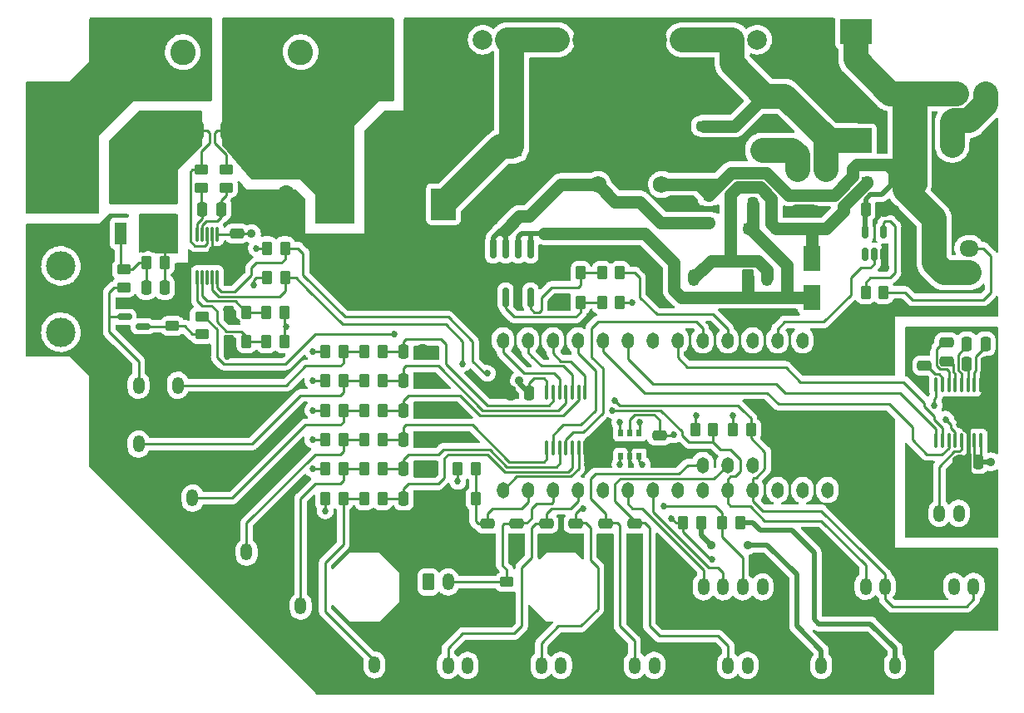
<source format=gtl>
G04 #@! TF.GenerationSoftware,KiCad,Pcbnew,6.0.10-86aedd382b~118~ubuntu20.04.1*
G04 #@! TF.CreationDate,2023-01-31T09:06:45-05:00*
G04 #@! TF.ProjectId,psu_control,7073755f-636f-46e7-9472-6f6c2e6b6963,rev?*
G04 #@! TF.SameCoordinates,Original*
G04 #@! TF.FileFunction,Copper,L1,Top*
G04 #@! TF.FilePolarity,Positive*
%FSLAX46Y46*%
G04 Gerber Fmt 4.6, Leading zero omitted, Abs format (unit mm)*
G04 Created by KiCad (PCBNEW 6.0.10-86aedd382b~118~ubuntu20.04.1) date 2023-01-31 09:06:45*
%MOMM*%
%LPD*%
G01*
G04 APERTURE LIST*
G04 Aperture macros list*
%AMRoundRect*
0 Rectangle with rounded corners*
0 $1 Rounding radius*
0 $2 $3 $4 $5 $6 $7 $8 $9 X,Y pos of 4 corners*
0 Add a 4 corners polygon primitive as box body*
4,1,4,$2,$3,$4,$5,$6,$7,$8,$9,$2,$3,0*
0 Add four circle primitives for the rounded corners*
1,1,$1+$1,$2,$3*
1,1,$1+$1,$4,$5*
1,1,$1+$1,$6,$7*
1,1,$1+$1,$8,$9*
0 Add four rect primitives between the rounded corners*
20,1,$1+$1,$2,$3,$4,$5,0*
20,1,$1+$1,$4,$5,$6,$7,0*
20,1,$1+$1,$6,$7,$8,$9,0*
20,1,$1+$1,$8,$9,$2,$3,0*%
G04 Aperture macros list end*
G04 #@! TA.AperFunction,SMDPad,CuDef*
%ADD10RoundRect,0.250000X0.262500X0.450000X-0.262500X0.450000X-0.262500X-0.450000X0.262500X-0.450000X0*%
G04 #@! TD*
G04 #@! TA.AperFunction,ComponentPad*
%ADD11R,2.000000X2.000000*%
G04 #@! TD*
G04 #@! TA.AperFunction,ComponentPad*
%ADD12C,2.000000*%
G04 #@! TD*
G04 #@! TA.AperFunction,SMDPad,CuDef*
%ADD13RoundRect,0.250000X-0.262500X-0.450000X0.262500X-0.450000X0.262500X0.450000X-0.262500X0.450000X0*%
G04 #@! TD*
G04 #@! TA.AperFunction,SMDPad,CuDef*
%ADD14RoundRect,0.075000X0.075000X-0.650000X0.075000X0.650000X-0.075000X0.650000X-0.075000X-0.650000X0*%
G04 #@! TD*
G04 #@! TA.AperFunction,SMDPad,CuDef*
%ADD15RoundRect,0.250000X0.250000X0.475000X-0.250000X0.475000X-0.250000X-0.475000X0.250000X-0.475000X0*%
G04 #@! TD*
G04 #@! TA.AperFunction,SMDPad,CuDef*
%ADD16RoundRect,0.250000X0.312500X0.625000X-0.312500X0.625000X-0.312500X-0.625000X0.312500X-0.625000X0*%
G04 #@! TD*
G04 #@! TA.AperFunction,SMDPad,CuDef*
%ADD17R,1.100000X1.100000*%
G04 #@! TD*
G04 #@! TA.AperFunction,SMDPad,CuDef*
%ADD18RoundRect,0.250000X-0.475000X0.250000X-0.475000X-0.250000X0.475000X-0.250000X0.475000X0.250000X0*%
G04 #@! TD*
G04 #@! TA.AperFunction,ComponentPad*
%ADD19C,1.750000*%
G04 #@! TD*
G04 #@! TA.AperFunction,ComponentPad*
%ADD20RoundRect,0.250000X-0.350000X-0.625000X0.350000X-0.625000X0.350000X0.625000X-0.350000X0.625000X0*%
G04 #@! TD*
G04 #@! TA.AperFunction,ComponentPad*
%ADD21O,1.200000X1.750000*%
G04 #@! TD*
G04 #@! TA.AperFunction,ComponentPad*
%ADD22R,1.600000X1.600000*%
G04 #@! TD*
G04 #@! TA.AperFunction,ComponentPad*
%ADD23C,1.600000*%
G04 #@! TD*
G04 #@! TA.AperFunction,SMDPad,CuDef*
%ADD24RoundRect,0.150000X0.150000X-0.512500X0.150000X0.512500X-0.150000X0.512500X-0.150000X-0.512500X0*%
G04 #@! TD*
G04 #@! TA.AperFunction,SMDPad,CuDef*
%ADD25R,2.500000X3.200000*%
G04 #@! TD*
G04 #@! TA.AperFunction,SMDPad,CuDef*
%ADD26RoundRect,0.150000X0.587500X0.150000X-0.587500X0.150000X-0.587500X-0.150000X0.587500X-0.150000X0*%
G04 #@! TD*
G04 #@! TA.AperFunction,ComponentPad*
%ADD27C,2.600000*%
G04 #@! TD*
G04 #@! TA.AperFunction,SMDPad,CuDef*
%ADD28RoundRect,0.250000X0.450000X-0.262500X0.450000X0.262500X-0.450000X0.262500X-0.450000X-0.262500X0*%
G04 #@! TD*
G04 #@! TA.AperFunction,SMDPad,CuDef*
%ADD29R,1.200000X2.200000*%
G04 #@! TD*
G04 #@! TA.AperFunction,SMDPad,CuDef*
%ADD30R,5.800000X6.400000*%
G04 #@! TD*
G04 #@! TA.AperFunction,SMDPad,CuDef*
%ADD31R,1.800000X2.500000*%
G04 #@! TD*
G04 #@! TA.AperFunction,SMDPad,CuDef*
%ADD32RoundRect,0.100000X-0.100000X0.637500X-0.100000X-0.637500X0.100000X-0.637500X0.100000X0.637500X0*%
G04 #@! TD*
G04 #@! TA.AperFunction,SMDPad,CuDef*
%ADD33RoundRect,0.250000X-0.250000X-0.475000X0.250000X-0.475000X0.250000X0.475000X-0.250000X0.475000X0*%
G04 #@! TD*
G04 #@! TA.AperFunction,SMDPad,CuDef*
%ADD34RoundRect,0.250000X-0.450000X0.262500X-0.450000X-0.262500X0.450000X-0.262500X0.450000X0.262500X0*%
G04 #@! TD*
G04 #@! TA.AperFunction,SMDPad,CuDef*
%ADD35R,3.200000X2.500000*%
G04 #@! TD*
G04 #@! TA.AperFunction,SMDPad,CuDef*
%ADD36RoundRect,0.100000X0.100000X-0.637500X0.100000X0.637500X-0.100000X0.637500X-0.100000X-0.637500X0*%
G04 #@! TD*
G04 #@! TA.AperFunction,SMDPad,CuDef*
%ADD37RoundRect,0.250000X0.475000X-0.250000X0.475000X0.250000X-0.475000X0.250000X-0.475000X-0.250000X0*%
G04 #@! TD*
G04 #@! TA.AperFunction,SMDPad,CuDef*
%ADD38R,0.510000X0.700000*%
G04 #@! TD*
G04 #@! TA.AperFunction,SMDPad,CuDef*
%ADD39RoundRect,0.250000X-0.312500X-0.625000X0.312500X-0.625000X0.312500X0.625000X-0.312500X0.625000X0*%
G04 #@! TD*
G04 #@! TA.AperFunction,ComponentPad*
%ADD40C,3.000000*%
G04 #@! TD*
G04 #@! TA.AperFunction,SMDPad,CuDef*
%ADD41RoundRect,0.150000X0.150000X-0.825000X0.150000X0.825000X-0.150000X0.825000X-0.150000X-0.825000X0*%
G04 #@! TD*
G04 #@! TA.AperFunction,ComponentPad*
%ADD42RoundRect,0.250000X0.350000X0.625000X-0.350000X0.625000X-0.350000X-0.625000X0.350000X-0.625000X0*%
G04 #@! TD*
G04 #@! TA.AperFunction,ComponentPad*
%ADD43RoundRect,0.250000X-0.725000X0.600000X-0.725000X-0.600000X0.725000X-0.600000X0.725000X0.600000X0*%
G04 #@! TD*
G04 #@! TA.AperFunction,ComponentPad*
%ADD44O,1.950000X1.700000*%
G04 #@! TD*
G04 #@! TA.AperFunction,ComponentPad*
%ADD45O,1.270000X1.651000*%
G04 #@! TD*
G04 #@! TA.AperFunction,ViaPad*
%ADD46C,0.889000*%
G04 #@! TD*
G04 #@! TA.AperFunction,ViaPad*
%ADD47C,0.685800*%
G04 #@! TD*
G04 #@! TA.AperFunction,Conductor*
%ADD48C,0.254000*%
G04 #@! TD*
G04 #@! TA.AperFunction,Conductor*
%ADD49C,0.508000*%
G04 #@! TD*
G04 #@! TA.AperFunction,Conductor*
%ADD50C,0.381000*%
G04 #@! TD*
G04 #@! TA.AperFunction,Conductor*
%ADD51C,1.270000*%
G04 #@! TD*
G04 #@! TA.AperFunction,Conductor*
%ADD52C,2.540000*%
G04 #@! TD*
G04 APERTURE END LIST*
D10*
X41825000Y-45500000D03*
X40000000Y-45500000D03*
D11*
X65000000Y-28632323D03*
D12*
X65000000Y-33632323D03*
D10*
X76000000Y-44500000D03*
X74175000Y-44500000D03*
D13*
X83675000Y-57500000D03*
X85500000Y-57500000D03*
D14*
X33000000Y-41950000D03*
X33500000Y-41950000D03*
X34000000Y-41950000D03*
X34500000Y-41950000D03*
X35000000Y-41950000D03*
X35000000Y-37550000D03*
X34500000Y-37550000D03*
X34000000Y-37550000D03*
X33500000Y-37550000D03*
X33000000Y-37550000D03*
D13*
X50000000Y-58500000D03*
X51825000Y-58500000D03*
D15*
X29662500Y-43000000D03*
X27762500Y-43000000D03*
D16*
X97000000Y-31000000D03*
X94075000Y-31000000D03*
D17*
X85000000Y-33600000D03*
X85000000Y-36400000D03*
D13*
X40087500Y-39000000D03*
X41912500Y-39000000D03*
D15*
X112500000Y-60750000D03*
X110600000Y-60750000D03*
D18*
X74500000Y-67050000D03*
X74500000Y-68950000D03*
D13*
X86425000Y-67000000D03*
X88250000Y-67000000D03*
D19*
X80250000Y-32500000D03*
X73750000Y-32500000D03*
D20*
X49000000Y-81450000D03*
D21*
X51000000Y-81450000D03*
D22*
X109817621Y-28500000D03*
D23*
X112317621Y-28500000D03*
D20*
X108000000Y-73450000D03*
D21*
X110000000Y-73450000D03*
X112000000Y-73450000D03*
D24*
X100950000Y-39637500D03*
X101900000Y-39637500D03*
X102850000Y-39637500D03*
X102850000Y-37362500D03*
X100950000Y-37362500D03*
D22*
X90500000Y-29000000D03*
D23*
X88000000Y-29000000D03*
D20*
X25000000Y-52950000D03*
D21*
X27000000Y-52950000D03*
X29000000Y-52950000D03*
X31000000Y-52950000D03*
D10*
X38000000Y-48500000D03*
X36175000Y-48500000D03*
D13*
X50000000Y-49500000D03*
X51825000Y-49500000D03*
D25*
X46950000Y-34500000D03*
X58050000Y-34500000D03*
D26*
X27437500Y-46950000D03*
X27437500Y-45050000D03*
X25562500Y-46000000D03*
D27*
X55500000Y-19000000D03*
X50500000Y-19000000D03*
D13*
X46000000Y-61500000D03*
X47825000Y-61500000D03*
X40087500Y-42000000D03*
X41912500Y-42000000D03*
X59500000Y-61500000D03*
X61325000Y-61500000D03*
D18*
X68500000Y-67050000D03*
X68500000Y-68950000D03*
D13*
X87500000Y-57500000D03*
X89325000Y-57500000D03*
D28*
X33412500Y-32825000D03*
X33412500Y-31000000D03*
D29*
X25195000Y-37475000D03*
D30*
X27475000Y-31175000D03*
D29*
X29755000Y-37475000D03*
D31*
X95500000Y-40000000D03*
X95500000Y-44000000D03*
D10*
X72000000Y-41500000D03*
X70175000Y-41500000D03*
D20*
X99000000Y-73450000D03*
D21*
X101000000Y-73450000D03*
X103000000Y-73450000D03*
D20*
X66000000Y-81500000D03*
D21*
X68000000Y-81500000D03*
X70000000Y-81500000D03*
D32*
X112725000Y-52887500D03*
X112075000Y-52887500D03*
X111425000Y-52887500D03*
X110775000Y-52887500D03*
X110125000Y-52887500D03*
X109475000Y-52887500D03*
X108825000Y-52887500D03*
X108175000Y-52887500D03*
X108175000Y-58612500D03*
X108825000Y-58612500D03*
X109475000Y-58612500D03*
X110125000Y-58612500D03*
X110775000Y-58612500D03*
X111425000Y-58612500D03*
X112075000Y-58612500D03*
X112725000Y-58612500D03*
D12*
X62030000Y-17750000D03*
X67110000Y-17750000D03*
X69650000Y-17750000D03*
X64570000Y-17750000D03*
X74730000Y-17750000D03*
X72190000Y-17750000D03*
X77270000Y-17750000D03*
X79810000Y-17750000D03*
X84890000Y-17750000D03*
X87430000Y-17750000D03*
X82350000Y-17750000D03*
X89970000Y-17750000D03*
D33*
X54000000Y-52500000D03*
X55900000Y-52500000D03*
D10*
X38000000Y-45500000D03*
X36175000Y-45500000D03*
D34*
X33437500Y-45925000D03*
X33437500Y-47750000D03*
D20*
X41500000Y-75450000D03*
D21*
X43500000Y-75450000D03*
D35*
X100000000Y-28050000D03*
X100000000Y-16950000D03*
D13*
X50000000Y-55500000D03*
X51825000Y-55500000D03*
D36*
X68550000Y-59362500D03*
X69200000Y-59362500D03*
X69850000Y-59362500D03*
X70500000Y-59362500D03*
X71150000Y-59362500D03*
X71800000Y-59362500D03*
X72450000Y-59362500D03*
X72450000Y-53637500D03*
X71800000Y-53637500D03*
X71150000Y-53637500D03*
X70500000Y-53637500D03*
X69850000Y-53637500D03*
X69200000Y-53637500D03*
X68550000Y-53637500D03*
D13*
X46000000Y-55500000D03*
X47825000Y-55500000D03*
D33*
X54000000Y-49500000D03*
X55900000Y-49500000D03*
D37*
X95500000Y-37000000D03*
X95500000Y-35100000D03*
D33*
X54000000Y-64500000D03*
X55900000Y-64500000D03*
X101000000Y-35000000D03*
X102900000Y-35000000D03*
D20*
X81500000Y-42000000D03*
D21*
X83500000Y-42000000D03*
D38*
X76050000Y-60160000D03*
X77000000Y-60160000D03*
X77950000Y-60160000D03*
X77950000Y-57840000D03*
X77000000Y-57840000D03*
X76050000Y-57840000D03*
D33*
X54000000Y-61500000D03*
X55900000Y-61500000D03*
D39*
X110287500Y-23250000D03*
X113212500Y-23250000D03*
D20*
X85000000Y-81500000D03*
D21*
X87000000Y-81500000D03*
X89000000Y-81500000D03*
D13*
X46000000Y-58500000D03*
X47825000Y-58500000D03*
D28*
X35912500Y-32825000D03*
X35912500Y-31000000D03*
D27*
X43500000Y-19000000D03*
X38500000Y-19000000D03*
D34*
X25500000Y-41175000D03*
X25500000Y-43000000D03*
D13*
X46000000Y-49500000D03*
X47825000Y-49500000D03*
X46000000Y-52500000D03*
X47825000Y-52500000D03*
D33*
X54000000Y-55500000D03*
X55900000Y-55500000D03*
X111300000Y-50750000D03*
X113200000Y-50750000D03*
D18*
X80000000Y-58100000D03*
X80000000Y-60000000D03*
D13*
X50000000Y-64500000D03*
X51825000Y-64500000D03*
X101000000Y-43500000D03*
X102825000Y-43500000D03*
D27*
X31500000Y-19000000D03*
X26500000Y-19000000D03*
D10*
X76000000Y-41500000D03*
X74175000Y-41500000D03*
D15*
X66750000Y-53750000D03*
X64850000Y-53750000D03*
D20*
X75500000Y-81500000D03*
D21*
X77500000Y-81500000D03*
X79500000Y-81500000D03*
D15*
X113200000Y-48750000D03*
X111300000Y-48750000D03*
D13*
X50000000Y-52500000D03*
X51825000Y-52500000D03*
D18*
X65500000Y-67050000D03*
X65500000Y-68950000D03*
D15*
X91400000Y-34500000D03*
X89500000Y-34500000D03*
D20*
X94500000Y-81500000D03*
D21*
X96500000Y-81500000D03*
D28*
X30437500Y-46912500D03*
X30437500Y-45087500D03*
D20*
X36000000Y-69950000D03*
D21*
X38000000Y-69950000D03*
D37*
X109250000Y-50500000D03*
X109250000Y-48600000D03*
D10*
X61325000Y-64500000D03*
X59500000Y-64500000D03*
D20*
X102000000Y-81500000D03*
D21*
X104000000Y-81500000D03*
D34*
X64500000Y-73000000D03*
X64500000Y-74825000D03*
D18*
X37000000Y-37500000D03*
X37000000Y-39400000D03*
D20*
X25000000Y-58950000D03*
D21*
X27000000Y-58950000D03*
D18*
X71500000Y-67050000D03*
X71500000Y-68950000D03*
D17*
X101100000Y-32250000D03*
X103900000Y-32250000D03*
D22*
X42000000Y-30817621D03*
D23*
X42000000Y-33317621D03*
D40*
X19100000Y-24445000D03*
X19100000Y-31205000D03*
X19100000Y-40795000D03*
X19100000Y-47555000D03*
D41*
X63095000Y-43975000D03*
X64365000Y-43975000D03*
X65635000Y-43975000D03*
X66905000Y-43975000D03*
X66905000Y-39025000D03*
X65635000Y-39025000D03*
X64365000Y-39025000D03*
X63095000Y-39025000D03*
D37*
X107000000Y-50950000D03*
X107000000Y-49050000D03*
D18*
X77500000Y-67050000D03*
X77500000Y-68950000D03*
D13*
X82425000Y-67000000D03*
X84250000Y-67000000D03*
D10*
X29662500Y-40500000D03*
X27837500Y-40500000D03*
D13*
X46000000Y-64500000D03*
X47825000Y-64500000D03*
D20*
X82500000Y-73500000D03*
D21*
X84500000Y-73500000D03*
X86500000Y-73500000D03*
X88500000Y-73500000D03*
X90500000Y-73500000D03*
D10*
X41825000Y-48500000D03*
X40000000Y-48500000D03*
D17*
X91900000Y-37000000D03*
X89100000Y-37000000D03*
D33*
X33512500Y-35000000D03*
X35412500Y-35000000D03*
D42*
X112500000Y-66000000D03*
D21*
X110500000Y-66000000D03*
X108500000Y-66000000D03*
D33*
X54000000Y-58500000D03*
X55900000Y-58500000D03*
D18*
X62500000Y-67050000D03*
X62500000Y-68950000D03*
D43*
X111525000Y-36500000D03*
D44*
X111525000Y-39000000D03*
X111525000Y-41500000D03*
D20*
X56500000Y-73000000D03*
D21*
X58500000Y-73000000D03*
D45*
X94580000Y-48380000D03*
X92040000Y-48380000D03*
X89500000Y-48380000D03*
X86960000Y-48380000D03*
X92040000Y-63620000D03*
X84420000Y-48380000D03*
X81880000Y-48380000D03*
X79340000Y-48380000D03*
X76800000Y-48380000D03*
X74260000Y-48380000D03*
X71720000Y-48380000D03*
X69180000Y-48380000D03*
X66640000Y-48380000D03*
X64100000Y-48380000D03*
X64100000Y-63620000D03*
X66640000Y-63620000D03*
X69180000Y-63620000D03*
X71720000Y-63620000D03*
X74260000Y-63620000D03*
X76800000Y-63620000D03*
X79340000Y-63620000D03*
X81880000Y-63620000D03*
X84420000Y-63620000D03*
X86960000Y-63620000D03*
X89500000Y-63620000D03*
X86960000Y-61080000D03*
X84420000Y-61080000D03*
X89500000Y-61080000D03*
X97120000Y-48380000D03*
X94580000Y-63620000D03*
X97120000Y-63620000D03*
D20*
X56500000Y-81500000D03*
D21*
X58500000Y-81500000D03*
X60500000Y-81500000D03*
D39*
X33037500Y-27000000D03*
X35962500Y-27000000D03*
D10*
X72000000Y-44500000D03*
X70175000Y-44500000D03*
D13*
X50000000Y-61500000D03*
X51825000Y-61500000D03*
D20*
X89000000Y-42000000D03*
D21*
X91000000Y-42000000D03*
D20*
X30500000Y-64450000D03*
D21*
X32500000Y-64450000D03*
D33*
X106600000Y-32500000D03*
X108500000Y-32500000D03*
D18*
X84500000Y-26550000D03*
X84500000Y-28450000D03*
D46*
X38500000Y-37500000D03*
D47*
X83750000Y-56000000D03*
X59500000Y-62750000D03*
X81500000Y-58000000D03*
X44750000Y-55500000D03*
X87500000Y-56000000D03*
X38750000Y-42750000D03*
X44750000Y-49500000D03*
X46000000Y-65750000D03*
X44750000Y-61500000D03*
X44750000Y-58500000D03*
X39000000Y-39000000D03*
X109132930Y-56420706D03*
X44750000Y-52500000D03*
X42000000Y-47000000D03*
D46*
X65750000Y-52500000D03*
X113750000Y-60750000D03*
D47*
X70000000Y-69000000D03*
X74500000Y-70000000D03*
X110500000Y-56000000D03*
X111500000Y-57000000D03*
X77500000Y-70000000D03*
D46*
X63250000Y-42250000D03*
D47*
X57000000Y-49500000D03*
X64500000Y-75750000D03*
D46*
X103000000Y-41000000D03*
X107000000Y-47750000D03*
X93750000Y-35250000D03*
D47*
X29000000Y-45000000D03*
X57750000Y-64500000D03*
X57000000Y-55500000D03*
X57000000Y-61500000D03*
D46*
X72750000Y-61000000D03*
D47*
X37000000Y-46500000D03*
X110500000Y-57000000D03*
D46*
X34564200Y-39185800D03*
D47*
X57000000Y-52500000D03*
X36000000Y-50000000D03*
X110000000Y-62000000D03*
X111500000Y-56000000D03*
X69000000Y-44500000D03*
D46*
X63750000Y-53750000D03*
D47*
X69000000Y-41500000D03*
X96500000Y-21000000D03*
D46*
X104000000Y-35000000D03*
D47*
X57000000Y-58500000D03*
D46*
X65500000Y-42250000D03*
D47*
X62500000Y-70000000D03*
X111000000Y-62000000D03*
X65500000Y-70000000D03*
X60750000Y-24500000D03*
D46*
X82486248Y-59649687D03*
X30500000Y-38000000D03*
X27500000Y-36000000D03*
X27500000Y-38000000D03*
X29500000Y-36000000D03*
X29500000Y-39000000D03*
X29500000Y-37000000D03*
X28500000Y-36000000D03*
X28500000Y-37000000D03*
X29500000Y-38000000D03*
X28500000Y-39000000D03*
X30500000Y-39000000D03*
X28500000Y-38000000D03*
X27500000Y-39000000D03*
X30500000Y-37000000D03*
X30500000Y-36000000D03*
X27500000Y-37000000D03*
X85250000Y-69250000D03*
X89000000Y-69250000D03*
D47*
X62500000Y-51750000D03*
X75250000Y-55500000D03*
X60000000Y-50750000D03*
X75500000Y-54500000D03*
X78000000Y-56750000D03*
X76000000Y-56750000D03*
X108000000Y-55000000D03*
X53000000Y-47750000D03*
X77250000Y-44500000D03*
X72250000Y-65500000D03*
X76007533Y-61007533D03*
X80500000Y-65250000D03*
X81250000Y-66500000D03*
X85415265Y-70675615D03*
X78250000Y-61000000D03*
D48*
X46000000Y-58500000D02*
X44750000Y-58500000D01*
X46000000Y-52500000D02*
X44750000Y-52500000D01*
X112075000Y-60325000D02*
X112500000Y-60750000D01*
D49*
X65750000Y-52500000D02*
X65750000Y-52750000D01*
D48*
X59500000Y-61500000D02*
X59500000Y-62750000D01*
X112725000Y-60525000D02*
X112500000Y-60750000D01*
X81400000Y-58100000D02*
X81500000Y-58000000D01*
X80000000Y-58100000D02*
X80000000Y-56500000D01*
X40087500Y-39000000D02*
X39000000Y-39000000D01*
X109707900Y-56995676D02*
X109132930Y-56420706D01*
X41825000Y-45500000D02*
X41825000Y-46825000D01*
X38750000Y-42250000D02*
X38750000Y-42750000D01*
X112725000Y-58612500D02*
X112725000Y-60525000D01*
X67250000Y-52250000D02*
X66750000Y-52750000D01*
D49*
X65750000Y-52750000D02*
X66750000Y-53750000D01*
D48*
X41825000Y-47175000D02*
X42000000Y-47000000D01*
X79457900Y-55957900D02*
X77542100Y-55957900D01*
X37000000Y-37500000D02*
X38500000Y-37500000D01*
X80000000Y-56500000D02*
X79457900Y-55957900D01*
X110125000Y-57745199D02*
X109707900Y-57328099D01*
X87500000Y-57500000D02*
X87500000Y-56000000D01*
X36950000Y-37550000D02*
X37000000Y-37500000D01*
X83675000Y-57500000D02*
X83675000Y-56075000D01*
X68550000Y-52550000D02*
X68250000Y-52250000D01*
X46000000Y-64500000D02*
X46000000Y-65750000D01*
X35000000Y-37550000D02*
X36950000Y-37550000D01*
X46000000Y-49500000D02*
X44750000Y-49500000D01*
X109707900Y-57328099D02*
X109707900Y-56995676D01*
X41825000Y-48500000D02*
X41825000Y-47175000D01*
X46000000Y-55500000D02*
X44750000Y-55500000D01*
X77542100Y-55957900D02*
X77000000Y-56500000D01*
X39000000Y-42000000D02*
X38750000Y-42250000D01*
X46000000Y-61500000D02*
X44750000Y-61500000D01*
X83675000Y-56075000D02*
X83750000Y-56000000D01*
X112075000Y-58612500D02*
X112075000Y-60325000D01*
X68250000Y-52250000D02*
X67250000Y-52250000D01*
X68550000Y-53637500D02*
X68550000Y-52550000D01*
X40087500Y-42000000D02*
X39000000Y-42000000D01*
X41825000Y-46825000D02*
X42000000Y-47000000D01*
X66750000Y-52750000D02*
X66750000Y-53750000D01*
X77000000Y-56500000D02*
X77000000Y-57840000D01*
D49*
X112500000Y-60750000D02*
X113750000Y-60750000D01*
D48*
X110125000Y-58612500D02*
X110125000Y-57745199D01*
X80000000Y-58100000D02*
X81400000Y-58100000D01*
D50*
X111500000Y-57000000D02*
X111000000Y-57500000D01*
X111000000Y-61500000D02*
X111000000Y-61150000D01*
D48*
X55900000Y-55500000D02*
X57000000Y-55500000D01*
D50*
X110000000Y-60481856D02*
X110240928Y-60240928D01*
D48*
X55900000Y-58500000D02*
X57000000Y-58500000D01*
D50*
X111425000Y-59925000D02*
X110925000Y-60425000D01*
X110500000Y-62000000D02*
X111000000Y-61500000D01*
X111500000Y-62000000D02*
X111000000Y-62000000D01*
D49*
X102850000Y-40850000D02*
X103000000Y-41000000D01*
D48*
X113200000Y-50750000D02*
X113200000Y-51050000D01*
D49*
X107000000Y-49050000D02*
X107000000Y-47750000D01*
D50*
X110250000Y-61100000D02*
X110600000Y-60750000D01*
X110600000Y-60750000D02*
X110600000Y-61600000D01*
D49*
X102850000Y-39637500D02*
X102850000Y-40850000D01*
D50*
X110000000Y-62000000D02*
X110000000Y-60481856D01*
X110500000Y-57000000D02*
X110500000Y-56000000D01*
X110750000Y-56750000D02*
X111250000Y-56250000D01*
X111000000Y-62000000D02*
X110000000Y-62000000D01*
D48*
X29087500Y-45087500D02*
X29000000Y-45000000D01*
X80000000Y-60000000D02*
X82135935Y-60000000D01*
D50*
X111500000Y-57000000D02*
X110750000Y-56250000D01*
X110600000Y-61400000D02*
X110250000Y-61750000D01*
D51*
X85050000Y-29000000D02*
X84500000Y-28450000D01*
D50*
X110925000Y-60425000D02*
X110600000Y-60750000D01*
D48*
X34564200Y-39185800D02*
X36785800Y-39185800D01*
X70175000Y-41500000D02*
X69000000Y-41500000D01*
X55900000Y-61500000D02*
X57000000Y-61500000D01*
X68500000Y-68950000D02*
X69950000Y-68950000D01*
D50*
X110600000Y-60750000D02*
X110600000Y-60400000D01*
D48*
X34500000Y-39185800D02*
X34564200Y-39185800D01*
X77250000Y-59250000D02*
X79000000Y-59250000D01*
X28950000Y-45050000D02*
X29000000Y-45000000D01*
D49*
X102900000Y-35000000D02*
X104000000Y-35000000D01*
D48*
X69950000Y-68950000D02*
X70000000Y-69000000D01*
D50*
X110593672Y-57000000D02*
X110500000Y-57000000D01*
X111500000Y-57000000D02*
X111500000Y-56000000D01*
D48*
X74500000Y-68950000D02*
X74500000Y-70000000D01*
D50*
X110850000Y-60500000D02*
X110600000Y-60750000D01*
X111425000Y-58612500D02*
X111425000Y-59925000D01*
X111250000Y-56750000D02*
X111250000Y-56250000D01*
X110250000Y-60250000D02*
X110250000Y-61750000D01*
D48*
X72450000Y-60700000D02*
X72750000Y-61000000D01*
X70175000Y-44500000D02*
X69000000Y-44500000D01*
D50*
X111000000Y-61150000D02*
X110600000Y-60750000D01*
D48*
X30437500Y-45087500D02*
X29087500Y-45087500D01*
X36175000Y-49825000D02*
X36000000Y-50000000D01*
D50*
X111250000Y-56250000D02*
X111500000Y-56000000D01*
D48*
X36785800Y-39185800D02*
X37000000Y-39400000D01*
X55900000Y-64500000D02*
X57750000Y-64500000D01*
D50*
X110600000Y-61600000D02*
X110600000Y-61400000D01*
X110600000Y-60750000D02*
X110600000Y-60650000D01*
X111000000Y-62000000D02*
X111000000Y-60500000D01*
D48*
X57750000Y-64500000D02*
X59500000Y-64500000D01*
D50*
X111500000Y-57000000D02*
X110500000Y-57000000D01*
D48*
X36175000Y-48500000D02*
X36175000Y-49825000D01*
D51*
X93900000Y-35100000D02*
X93750000Y-35250000D01*
X95500000Y-35100000D02*
X93900000Y-35100000D01*
D48*
X79750000Y-60000000D02*
X80000000Y-60000000D01*
X36175000Y-45675000D02*
X37000000Y-46500000D01*
X79000000Y-59250000D02*
X79750000Y-60000000D01*
D50*
X110750000Y-56750000D02*
X111250000Y-56750000D01*
D48*
X77500000Y-68950000D02*
X77500000Y-70000000D01*
X70050000Y-68950000D02*
X70000000Y-69000000D01*
X62500000Y-68950000D02*
X62500000Y-70000000D01*
D50*
X111500000Y-57000000D02*
X111250000Y-56750000D01*
X110850000Y-61000000D02*
X111500000Y-61000000D01*
X111425000Y-58612500D02*
X111425000Y-57831328D01*
D49*
X63095000Y-43975000D02*
X63095000Y-42405000D01*
D50*
X111500000Y-60000000D02*
X111500000Y-60500000D01*
D48*
X77000000Y-60160000D02*
X77000000Y-59500000D01*
D50*
X110600000Y-60750000D02*
X110600000Y-61400000D01*
X110500000Y-57000000D02*
X110750000Y-56750000D01*
D48*
X113200000Y-51050000D02*
X112725000Y-51525000D01*
D50*
X111425000Y-57075000D02*
X111500000Y-57000000D01*
X111500000Y-60500000D02*
X110850000Y-60500000D01*
X110500000Y-56000000D02*
X110750000Y-56250000D01*
X110600000Y-60400000D02*
X110750000Y-60250000D01*
D49*
X65635000Y-42385000D02*
X65500000Y-42250000D01*
D48*
X65500000Y-68950000D02*
X65500000Y-70000000D01*
D50*
X110750000Y-56250000D02*
X110750000Y-56750000D01*
D48*
X55900000Y-52500000D02*
X57000000Y-52500000D01*
D49*
X65635000Y-43975000D02*
X65635000Y-42385000D01*
X64850000Y-53750000D02*
X63750000Y-53750000D01*
D51*
X88000000Y-29000000D02*
X85050000Y-29000000D01*
D48*
X55900000Y-49500000D02*
X57000000Y-49500000D01*
D50*
X111350000Y-61500000D02*
X111500000Y-61500000D01*
D48*
X34500000Y-37550000D02*
X34500000Y-39185800D01*
D50*
X111000000Y-60500000D02*
X110925000Y-60425000D01*
D48*
X27437500Y-45050000D02*
X28950000Y-45050000D01*
D50*
X111425000Y-59925000D02*
X111500000Y-60000000D01*
X110600000Y-60750000D02*
X110850000Y-61000000D01*
X111000000Y-62000000D02*
X111000000Y-61500000D01*
X110750000Y-56250000D02*
X111250000Y-56250000D01*
X110000000Y-62000000D02*
X110500000Y-62000000D01*
X111500000Y-61000000D02*
X111000000Y-60500000D01*
X111500000Y-61500000D02*
X111500000Y-61000000D01*
X111425000Y-58612500D02*
X111425000Y-57075000D01*
D48*
X36175000Y-45500000D02*
X36175000Y-45675000D01*
X72450000Y-59362500D02*
X72450000Y-60700000D01*
D50*
X110500000Y-56000000D02*
X111500000Y-56000000D01*
D48*
X71500000Y-68950000D02*
X70050000Y-68950000D01*
X112725000Y-51525000D02*
X112725000Y-52887500D01*
D50*
X111500000Y-61500000D02*
X111500000Y-62000000D01*
X111500000Y-60500000D02*
X111500000Y-61000000D01*
D48*
X82135935Y-60000000D02*
X82486248Y-59649687D01*
X64500000Y-74825000D02*
X64500000Y-75750000D01*
X77000000Y-59500000D02*
X77250000Y-59250000D01*
D50*
X110600000Y-60750000D02*
X111350000Y-61500000D01*
D49*
X63095000Y-42405000D02*
X63250000Y-42250000D01*
D50*
X111425000Y-57831328D02*
X110593672Y-57000000D01*
X110240928Y-60240928D02*
X110250000Y-60250000D01*
X111000000Y-62000000D02*
X111500000Y-61500000D01*
X110600000Y-61600000D02*
X111000000Y-62000000D01*
D48*
X29662500Y-38162500D02*
X29500000Y-38000000D01*
X29662500Y-40500000D02*
X29662500Y-38162500D01*
X29662500Y-43000000D02*
X29662500Y-40500000D01*
D49*
X30000000Y-38500000D02*
X30500000Y-38000000D01*
D48*
X27000000Y-40500000D02*
X26325000Y-41175000D01*
X27837500Y-40500000D02*
X27000000Y-40500000D01*
X26325000Y-41175000D02*
X25500000Y-41175000D01*
X25195000Y-37475000D02*
X25195000Y-40870000D01*
X27762500Y-43000000D02*
X27762500Y-40575000D01*
X25195000Y-40870000D02*
X25500000Y-41175000D01*
X27762500Y-40575000D02*
X27837500Y-40500000D01*
X33412500Y-34900000D02*
X33512500Y-35000000D01*
X33512500Y-35987500D02*
X33512500Y-35000000D01*
X33412500Y-32825000D02*
X33412500Y-34900000D01*
X33000000Y-36500000D02*
X33512500Y-35987500D01*
X33000000Y-37550000D02*
X33000000Y-36500000D01*
X33500000Y-36642052D02*
X33500000Y-37550000D01*
X35912500Y-32825000D02*
X35912500Y-33587500D01*
X35412500Y-35000000D02*
X35412500Y-35837500D01*
X35000000Y-36250000D02*
X33892052Y-36250000D01*
X33892052Y-36250000D02*
X33500000Y-36642052D01*
X35412500Y-35837500D02*
X35000000Y-36250000D01*
X35912500Y-33587500D02*
X35412500Y-34087500D01*
X35412500Y-34087500D02*
X35412500Y-35000000D01*
D51*
X87320000Y-31280000D02*
X86050000Y-32550000D01*
X84000000Y-32500000D02*
X86000000Y-32500000D01*
D52*
X108000000Y-40500000D02*
X109000000Y-41500000D01*
X103500000Y-23250000D02*
X105000000Y-23250000D01*
D49*
X101500000Y-33500000D02*
X102650000Y-33500000D01*
D51*
X100080000Y-30500000D02*
X99690514Y-30889486D01*
X106600000Y-24100000D02*
X105750000Y-23250000D01*
D52*
X100000000Y-19750000D02*
X103500000Y-23250000D01*
D51*
X90858894Y-31280000D02*
X87320000Y-31280000D01*
X103250000Y-30500000D02*
X100080000Y-30500000D01*
D49*
X102650000Y-33500000D02*
X103900000Y-32250000D01*
D51*
X106600000Y-32500000D02*
X106600000Y-24100000D01*
D49*
X100950000Y-37362500D02*
X100950000Y-35050000D01*
X101000000Y-34000000D02*
X101500000Y-33500000D01*
D51*
X103250000Y-30500000D02*
X104500000Y-30500000D01*
X103900000Y-31150000D02*
X103250000Y-30500000D01*
X86000000Y-32500000D02*
X86050000Y-32550000D01*
X86050000Y-32550000D02*
X85000000Y-33600000D01*
D49*
X101000000Y-35000000D02*
X101000000Y-34000000D01*
D52*
X105000000Y-23250000D02*
X105750000Y-23250000D01*
D51*
X97815514Y-33565514D02*
X93144408Y-33565514D01*
D52*
X105000000Y-33000000D02*
X108000000Y-36000000D01*
D51*
X103900000Y-32250000D02*
X103900000Y-31150000D01*
D52*
X108000000Y-36000000D02*
X108000000Y-40500000D01*
X100000000Y-16950000D02*
X100000000Y-19750000D01*
X109000000Y-41500000D02*
X111525000Y-41500000D01*
D51*
X85000000Y-33500000D02*
X84000000Y-32500000D01*
X93144408Y-33565514D02*
X90858894Y-31280000D01*
D52*
X105000000Y-31000000D02*
X105000000Y-33000000D01*
X105000000Y-23250000D02*
X105000000Y-31000000D01*
D51*
X99690514Y-31690513D02*
X97815514Y-33565514D01*
X85000000Y-33600000D02*
X85000000Y-33500000D01*
X99690514Y-30889486D02*
X99690514Y-31690513D01*
D52*
X105750000Y-23250000D02*
X110287500Y-23250000D01*
D49*
X100950000Y-35050000D02*
X101000000Y-35000000D01*
D51*
X84000000Y-32500000D02*
X80250000Y-32500000D01*
X104500000Y-30500000D02*
X105000000Y-31000000D01*
D48*
X35912500Y-29412500D02*
X35912500Y-31000000D01*
X34750000Y-28250000D02*
X35912500Y-29412500D01*
X35962500Y-27000000D02*
X35000000Y-27000000D01*
X35000000Y-27000000D02*
X34750000Y-27250000D01*
X34750000Y-27250000D02*
X34750000Y-28250000D01*
D52*
X58050000Y-34500000D02*
X58050000Y-34450000D01*
X63867677Y-28632323D02*
X65000000Y-28632323D01*
X65000000Y-18180000D02*
X64570000Y-17750000D01*
X65000000Y-28632323D02*
X65000000Y-18180000D01*
X69650000Y-17750000D02*
X64570000Y-17750000D01*
X58050000Y-34450000D02*
X63867677Y-28632323D01*
D48*
X57750000Y-48250000D02*
X58250000Y-48750000D01*
X69200000Y-54550000D02*
X69200000Y-53637500D01*
X58250000Y-48750000D02*
X58250000Y-50750000D01*
X54250000Y-48250000D02*
X57750000Y-48250000D01*
X54000000Y-49500000D02*
X54000000Y-48500000D01*
X58250000Y-50750000D02*
X62500000Y-55000000D01*
X62500000Y-55000000D02*
X68750000Y-55000000D01*
X54000000Y-48500000D02*
X54250000Y-48250000D01*
X51825000Y-49500000D02*
X54000000Y-49500000D01*
X68750000Y-55000000D02*
X69200000Y-54550000D01*
D51*
X91400000Y-33900000D02*
X90250000Y-32750000D01*
X90250000Y-32750000D02*
X88000000Y-32750000D01*
X95500000Y-40000000D02*
X95500000Y-37000000D01*
X83500000Y-42000000D02*
X85250000Y-40250000D01*
X85250000Y-40250000D02*
X87250000Y-40250000D01*
X95500000Y-37000000D02*
X91900000Y-37000000D01*
X91400000Y-36500000D02*
X91900000Y-37000000D01*
X98750000Y-34709921D02*
X98750000Y-35250000D01*
X90000000Y-40250000D02*
X91000000Y-41250000D01*
X98750000Y-35250000D02*
X97000000Y-37000000D01*
X101100000Y-32250000D02*
X101100000Y-32359921D01*
X101100000Y-32359921D02*
X98750000Y-34709921D01*
X97000000Y-37000000D02*
X95500000Y-37000000D01*
X87250000Y-40250000D02*
X90000000Y-40250000D01*
X91400000Y-34500000D02*
X91400000Y-36500000D01*
X88000000Y-32750000D02*
X87250000Y-33500000D01*
X91400000Y-34500000D02*
X91400000Y-33900000D01*
X87250000Y-33500000D02*
X87250000Y-40250000D01*
X91000000Y-41250000D02*
X91000000Y-42000000D01*
D48*
X51825000Y-52500000D02*
X54000000Y-52500000D01*
X54250000Y-51000000D02*
X54000000Y-51250000D01*
X57500000Y-51000000D02*
X54250000Y-51000000D01*
X70500000Y-54750000D02*
X69750000Y-55500000D01*
X54000000Y-51250000D02*
X54000000Y-52500000D01*
X62000000Y-55500000D02*
X57500000Y-51000000D01*
X70500000Y-53637500D02*
X70500000Y-54750000D01*
X69750000Y-55500000D02*
X62000000Y-55500000D01*
X61750000Y-56000000D02*
X70250000Y-56000000D01*
X54000000Y-55500000D02*
X54000000Y-54500000D01*
X71800000Y-54450000D02*
X71800000Y-53637500D01*
X70250000Y-56000000D02*
X71800000Y-54450000D01*
X51825000Y-55500000D02*
X54000000Y-55500000D01*
X54500000Y-54000000D02*
X59750000Y-54000000D01*
X59750000Y-54000000D02*
X61750000Y-56000000D01*
X54000000Y-54500000D02*
X54500000Y-54000000D01*
X51825000Y-58500000D02*
X54000000Y-58500000D01*
X64750000Y-60750000D02*
X61000000Y-57000000D01*
X61000000Y-57000000D02*
X54250000Y-57000000D01*
X54250000Y-57000000D02*
X54000000Y-57250000D01*
X68550000Y-59362500D02*
X68550000Y-60450000D01*
X68250000Y-60750000D02*
X64750000Y-60750000D01*
X54000000Y-57250000D02*
X54000000Y-58500000D01*
X68550000Y-60450000D02*
X68250000Y-60750000D01*
X51825000Y-61500000D02*
X54000000Y-61500000D01*
X54000000Y-60500000D02*
X54000000Y-61500000D01*
X64500000Y-61250000D02*
X62750000Y-59500000D01*
X69850000Y-59362500D02*
X69850000Y-60900000D01*
X69500000Y-61250000D02*
X64500000Y-61250000D01*
X57500000Y-60000000D02*
X54500000Y-60000000D01*
X54500000Y-60000000D02*
X54000000Y-60500000D01*
X62750000Y-59500000D02*
X58000000Y-59500000D01*
X58000000Y-59500000D02*
X57500000Y-60000000D01*
X69850000Y-60900000D02*
X69500000Y-61250000D01*
X58125000Y-60375000D02*
X58125000Y-62375000D01*
X58500000Y-60000000D02*
X58125000Y-60375000D01*
X57500000Y-63000000D02*
X54500000Y-63000000D01*
X58125000Y-62375000D02*
X57500000Y-63000000D01*
X54500000Y-63000000D02*
X54000000Y-63500000D01*
X71150000Y-61350000D02*
X70704000Y-61796000D01*
X71150000Y-61350000D02*
X71150000Y-59362500D01*
X51825000Y-64500000D02*
X54000000Y-64500000D01*
X64296000Y-61796000D02*
X62500000Y-60000000D01*
X54000000Y-63500000D02*
X54000000Y-64500000D01*
X70704000Y-61796000D02*
X64296000Y-61796000D01*
X62500000Y-60000000D02*
X58500000Y-60000000D01*
X112250000Y-51500000D02*
X112250000Y-50000000D01*
X112075000Y-51675000D02*
X112250000Y-51500000D01*
X112075000Y-52887500D02*
X112075000Y-51675000D01*
X113200000Y-49050000D02*
X113200000Y-48750000D01*
X112250000Y-50000000D02*
X113200000Y-49050000D01*
X110396000Y-51396000D02*
X110775000Y-51775000D01*
X111300000Y-48950000D02*
X110396000Y-49854000D01*
X110396000Y-49854000D02*
X110396000Y-51396000D01*
X111300000Y-48750000D02*
X111300000Y-48950000D01*
X110775000Y-51775000D02*
X110775000Y-52887500D01*
X110125000Y-52887500D02*
X110125000Y-51767053D01*
X109692000Y-50500000D02*
X109250000Y-50500000D01*
X109942000Y-51584053D02*
X109942000Y-50750000D01*
X109942000Y-50750000D02*
X109692000Y-50500000D01*
X110125000Y-51767053D02*
X109942000Y-51584053D01*
X108535999Y-51327000D02*
X109250000Y-51327000D01*
X109475000Y-51552000D02*
X109475000Y-52887500D01*
X108198000Y-49302000D02*
X108198000Y-50989001D01*
X108900000Y-48600000D02*
X108198000Y-49302000D01*
X109250000Y-51327000D02*
X109475000Y-51552000D01*
X109250000Y-48600000D02*
X108900000Y-48600000D01*
X108198000Y-50989001D02*
X108535999Y-51327000D01*
X111425000Y-50875000D02*
X111300000Y-50750000D01*
X111425000Y-52887500D02*
X111425000Y-50875000D01*
X107200000Y-50950000D02*
X108073000Y-51823000D01*
X108451869Y-51823000D02*
X108825000Y-52196131D01*
X107000000Y-50950000D02*
X107200000Y-50950000D01*
X108073000Y-51823000D02*
X108451869Y-51823000D01*
D49*
X64365000Y-37865000D02*
X64365000Y-37135000D01*
D51*
X78000000Y-34250000D02*
X80150000Y-36400000D01*
D49*
X63865000Y-37135000D02*
X64365000Y-37135000D01*
D51*
X73750000Y-32500000D02*
X70000000Y-32500000D01*
X65750000Y-35750000D02*
X64365000Y-37135000D01*
X75500000Y-34250000D02*
X78000000Y-34250000D01*
D49*
X63500000Y-37500000D02*
X63865000Y-37135000D01*
D51*
X73750000Y-32500000D02*
X75500000Y-34250000D01*
X70000000Y-32500000D02*
X66750000Y-35750000D01*
D49*
X64365000Y-37865000D02*
X64365000Y-39025000D01*
X63095000Y-37905000D02*
X63500000Y-37500000D01*
X64000000Y-37500000D02*
X64365000Y-37865000D01*
X63095000Y-39025000D02*
X63095000Y-37905000D01*
X63500000Y-37500000D02*
X64000000Y-37500000D01*
D51*
X66750000Y-35750000D02*
X65750000Y-35750000D01*
X80150000Y-36400000D02*
X85000000Y-36400000D01*
D52*
X93500000Y-29000000D02*
X90500000Y-29000000D01*
X94075000Y-29575000D02*
X93500000Y-29000000D01*
X94075000Y-31000000D02*
X94075000Y-29575000D01*
D49*
X88250000Y-67000000D02*
X89500000Y-67000000D01*
X89500000Y-67000000D02*
X90250000Y-67750000D01*
X101500000Y-77250000D02*
X104000000Y-79750000D01*
X95750000Y-76750000D02*
X96250000Y-77250000D01*
X104000000Y-79750000D02*
X104000000Y-81500000D01*
X93500000Y-67750000D02*
X95750000Y-70000000D01*
X96250000Y-77250000D02*
X101500000Y-77250000D01*
X90250000Y-67750000D02*
X93500000Y-67750000D01*
X95750000Y-70000000D02*
X95750000Y-76750000D01*
X96500000Y-80000000D02*
X96500000Y-81500000D01*
X94000000Y-77500000D02*
X96500000Y-80000000D01*
X84250000Y-67000000D02*
X84250000Y-68250000D01*
X91000000Y-69250000D02*
X94000000Y-72250000D01*
X89000000Y-69250000D02*
X91000000Y-69250000D01*
X84250000Y-68250000D02*
X85250000Y-69250000D01*
X94000000Y-72250000D02*
X94000000Y-77500000D01*
D48*
X102825000Y-43500000D02*
X105000000Y-43500000D01*
X105000000Y-43500000D02*
X105750000Y-44250000D01*
X113750000Y-43500000D02*
X113750000Y-39750000D01*
X113000000Y-44250000D02*
X113750000Y-43500000D01*
X113000000Y-39000000D02*
X111525000Y-39000000D01*
X113750000Y-39750000D02*
X113000000Y-39000000D01*
X105750000Y-44250000D02*
X113000000Y-44250000D01*
X87750000Y-62250000D02*
X88250000Y-61750000D01*
X38500000Y-41750000D02*
X36789300Y-43460700D01*
X96500000Y-66750000D02*
X101000000Y-71250000D01*
X35460700Y-43460700D02*
X35000000Y-43000000D01*
X90750000Y-66750000D02*
X96500000Y-66750000D01*
X58500000Y-46000000D02*
X61000000Y-48500000D01*
X62250000Y-51750000D02*
X62500000Y-51750000D01*
X41912500Y-39000000D02*
X43250000Y-39000000D01*
X86960000Y-63620000D02*
X86960000Y-62540000D01*
X88250000Y-60500000D02*
X87250000Y-59500000D01*
X48000000Y-46000000D02*
X58500000Y-46000000D01*
X87250000Y-65250000D02*
X89250000Y-65250000D01*
X82292100Y-57671901D02*
X80120199Y-55500000D01*
X101000000Y-71250000D02*
X101000000Y-73450000D01*
X43750000Y-39500000D02*
X43750000Y-41750000D01*
X35000000Y-43000000D02*
X35000000Y-41950000D01*
X85500000Y-58750000D02*
X85500000Y-57500000D01*
X89250000Y-65250000D02*
X90750000Y-66750000D01*
X80120199Y-55500000D02*
X75250000Y-55500000D01*
X87250000Y-59500000D02*
X86250000Y-59500000D01*
X87250000Y-62250000D02*
X87750000Y-62250000D01*
X43750000Y-41750000D02*
X48000000Y-46000000D01*
X61000000Y-50500000D02*
X62250000Y-51750000D01*
X61000000Y-48500000D02*
X61000000Y-50500000D01*
X83000000Y-58750000D02*
X82292100Y-58042100D01*
X85500000Y-58750000D02*
X83000000Y-58750000D01*
X41912500Y-40087500D02*
X41500000Y-40500000D01*
X86250000Y-59500000D02*
X85500000Y-58750000D01*
X88250000Y-61750000D02*
X88250000Y-60500000D01*
X38500000Y-41000000D02*
X38500000Y-41750000D01*
X41912500Y-39000000D02*
X41912500Y-40087500D01*
X39000000Y-40500000D02*
X38500000Y-41000000D01*
X86960000Y-62540000D02*
X87250000Y-62250000D01*
X86960000Y-64960000D02*
X87250000Y-65250000D01*
X82292100Y-58042100D02*
X82292100Y-57671901D01*
X86960000Y-63620000D02*
X86960000Y-64960000D01*
X41500000Y-40500000D02*
X39000000Y-40500000D01*
X36789300Y-43460700D02*
X35460700Y-43460700D01*
X43250000Y-39000000D02*
X43750000Y-39500000D01*
X47750000Y-46750000D02*
X58250000Y-46750000D01*
X103000000Y-73450000D02*
X103000000Y-74750000D01*
X103000000Y-73450000D02*
X103000000Y-72250000D01*
X89325000Y-56325000D02*
X88500000Y-55500000D01*
X103750000Y-75500000D02*
X111250000Y-75500000D01*
X76500000Y-55000000D02*
X76000000Y-55000000D01*
X112000000Y-74750000D02*
X112000000Y-73450000D01*
X89500000Y-63620000D02*
X89500000Y-64750000D01*
X89625000Y-62375000D02*
X89500000Y-62500000D01*
X89325000Y-57500000D02*
X89325000Y-58325000D01*
X41912500Y-43337500D02*
X41328900Y-43921100D01*
X34500000Y-41950000D02*
X34500000Y-43250000D01*
X90750000Y-59750000D02*
X90750000Y-61500000D01*
X100750000Y-70000000D02*
X96500000Y-65750000D01*
X41912500Y-42000000D02*
X43000000Y-42000000D01*
X89325000Y-58325000D02*
X90750000Y-59750000D01*
X89500000Y-62500000D02*
X89500000Y-63620000D01*
X103000000Y-72250000D02*
X100750000Y-70000000D01*
X41912500Y-42000000D02*
X41912500Y-43337500D01*
X76000000Y-55000000D02*
X75500000Y-54500000D01*
X35000000Y-43750000D02*
X35171100Y-43921100D01*
X111250000Y-75500000D02*
X112000000Y-74750000D01*
X34500000Y-43250000D02*
X35000000Y-43750000D01*
X88500000Y-55500000D02*
X88000000Y-55000000D01*
X96500000Y-65750000D02*
X93500000Y-65750000D01*
X58250000Y-46750000D02*
X60000000Y-48500000D01*
X89325000Y-57500000D02*
X89325000Y-56325000D01*
X88000000Y-55000000D02*
X76500000Y-55000000D01*
X43000000Y-42000000D02*
X44250000Y-43250000D01*
X89500000Y-64750000D02*
X90500000Y-65750000D01*
X89875000Y-62375000D02*
X89625000Y-62375000D01*
X90500000Y-65750000D02*
X92250000Y-65750000D01*
X103000000Y-74750000D02*
X103750000Y-75500000D01*
X35171100Y-43921100D02*
X38921100Y-43921100D01*
X41328900Y-43921100D02*
X38921100Y-43921100D01*
X60000000Y-48500000D02*
X60000000Y-50750000D01*
X90750000Y-61500000D02*
X89875000Y-62375000D01*
X93500000Y-65750000D02*
X92250000Y-65750000D01*
X44250000Y-43250000D02*
X47750000Y-46750000D01*
X60000000Y-78250000D02*
X65250000Y-78250000D01*
X67450000Y-67050000D02*
X68500000Y-67050000D01*
X66000000Y-71500000D02*
X67000000Y-70500000D01*
X71720000Y-63620000D02*
X71720000Y-64780000D01*
X71000000Y-65500000D02*
X69000000Y-65500000D01*
X66000000Y-77500000D02*
X66000000Y-71500000D01*
X71720000Y-64780000D02*
X71000000Y-65500000D01*
X67000000Y-70500000D02*
X67000000Y-67500000D01*
X68500000Y-66000000D02*
X68500000Y-67050000D01*
X69000000Y-65500000D02*
X68500000Y-66000000D01*
X58500000Y-79750000D02*
X60000000Y-78250000D01*
X65250000Y-78250000D02*
X66000000Y-77500000D01*
X58500000Y-81500000D02*
X58500000Y-79750000D01*
X67000000Y-67500000D02*
X67450000Y-67050000D01*
X80000000Y-78500000D02*
X86000000Y-78500000D01*
X77550000Y-67000000D02*
X78500000Y-67000000D01*
X86000000Y-78500000D02*
X87000000Y-79500000D01*
X77500000Y-66750000D02*
X75500000Y-64750000D01*
X75500000Y-64750000D02*
X75500000Y-63000000D01*
X78500000Y-67000000D02*
X79000000Y-67500000D01*
X79000000Y-67500000D02*
X79000000Y-77500000D01*
X79000000Y-77500000D02*
X80000000Y-78500000D01*
X77500000Y-67050000D02*
X77500000Y-66750000D01*
X77500000Y-67050000D02*
X77550000Y-67000000D01*
X85586000Y-62454000D02*
X86960000Y-61080000D01*
X87000000Y-79500000D02*
X87000000Y-81500000D01*
X76046000Y-62454000D02*
X85586000Y-62454000D01*
X75500000Y-63000000D02*
X76046000Y-62454000D01*
X78000000Y-56750000D02*
X78000000Y-57790000D01*
X78000000Y-57790000D02*
X77950000Y-57840000D01*
X76000000Y-56750000D02*
X76000000Y-57790000D01*
X76000000Y-57790000D02*
X76050000Y-57840000D01*
X86000000Y-71500000D02*
X85000000Y-71500000D01*
X86500000Y-72000000D02*
X86000000Y-71500000D01*
X85000000Y-71500000D02*
X79340000Y-65840000D01*
X86500000Y-73500000D02*
X86500000Y-72000000D01*
X79340000Y-65840000D02*
X79340000Y-63620000D01*
X76800000Y-65050000D02*
X77250000Y-65500000D01*
X84500000Y-71750000D02*
X84500000Y-73500000D01*
X76800000Y-63620000D02*
X76800000Y-65050000D01*
X77250000Y-65500000D02*
X78250000Y-65500000D01*
X78250000Y-65500000D02*
X84500000Y-71750000D01*
X108000000Y-54350000D02*
X108000000Y-55000000D01*
X108175000Y-54175000D02*
X108000000Y-54350000D01*
X108175000Y-52887500D02*
X108175000Y-54175000D01*
X110775000Y-59475000D02*
X110552000Y-59698000D01*
X108500000Y-61250000D02*
X108500000Y-66000000D01*
X110775000Y-58612500D02*
X110775000Y-59475000D01*
X110052000Y-59698000D02*
X108500000Y-61250000D01*
X110552000Y-59698000D02*
X110052000Y-59698000D01*
X45000000Y-47750000D02*
X53000000Y-47750000D01*
X35000000Y-50120199D02*
X35671901Y-50792100D01*
X33675000Y-45925000D02*
X35000000Y-47250000D01*
X41957900Y-50792100D02*
X45000000Y-47750000D01*
X35671901Y-50792100D02*
X41957900Y-50792100D01*
X33437500Y-45925000D02*
X33675000Y-45925000D01*
X35000000Y-47250000D02*
X35000000Y-50120199D01*
X24500000Y-43000000D02*
X24000000Y-43500000D01*
X24000000Y-45500000D02*
X24000000Y-43500000D01*
X27000000Y-50500000D02*
X26250000Y-49750000D01*
X25750000Y-49250000D02*
X24000000Y-47500000D01*
X24000000Y-46000000D02*
X24000000Y-45500000D01*
X25500000Y-43000000D02*
X24500000Y-43000000D01*
X25562500Y-46000000D02*
X24000000Y-46000000D01*
X26250000Y-49750000D02*
X25750000Y-49250000D01*
X24000000Y-47500000D02*
X24000000Y-46000000D01*
X27000000Y-52950000D02*
X27000000Y-50500000D01*
X34021678Y-44375100D02*
X36875100Y-44375100D01*
X33500000Y-41950000D02*
X33500000Y-43853422D01*
X33500000Y-43853422D02*
X34021678Y-44375100D01*
X38000000Y-45500000D02*
X40000000Y-45500000D01*
X36875100Y-44375100D02*
X38000000Y-45500000D01*
X31000000Y-52950000D02*
X42050000Y-52950000D01*
X47825000Y-50675000D02*
X47825000Y-49500000D01*
X42050000Y-52950000D02*
X44000000Y-51000000D01*
X44000000Y-51000000D02*
X47500000Y-51000000D01*
X50000000Y-49500000D02*
X47825000Y-49500000D01*
X47500000Y-51000000D02*
X47825000Y-50675000D01*
X77250000Y-44500000D02*
X76000000Y-44500000D01*
X78000000Y-42000000D02*
X77500000Y-41500000D01*
X77500000Y-41500000D02*
X76000000Y-41500000D01*
X86960000Y-47210000D02*
X85500000Y-45750000D01*
X86960000Y-48380000D02*
X86960000Y-47210000D01*
X78000000Y-44000000D02*
X78000000Y-42000000D01*
X79750000Y-45750000D02*
X78000000Y-44000000D01*
X85500000Y-45750000D02*
X79750000Y-45750000D01*
X64200000Y-67050000D02*
X64000000Y-67250000D01*
X65500000Y-67050000D02*
X65550000Y-67000000D01*
X69000000Y-65000000D02*
X67500000Y-65000000D01*
X69180000Y-63620000D02*
X69180000Y-64820000D01*
X64000000Y-71250000D02*
X64500000Y-71750000D01*
X67000000Y-65500000D02*
X67000000Y-66500000D01*
X66500000Y-67000000D02*
X67000000Y-66500000D01*
X64500000Y-71750000D02*
X64500000Y-73000000D01*
X67500000Y-65000000D02*
X67000000Y-65500000D01*
X69180000Y-64820000D02*
X69000000Y-65000000D01*
X65550000Y-67000000D02*
X66500000Y-67000000D01*
X58500000Y-73000000D02*
X64500000Y-73000000D01*
X65500000Y-67050000D02*
X64200000Y-67050000D01*
X64000000Y-67250000D02*
X64000000Y-71250000D01*
X62500000Y-66000000D02*
X62500000Y-67050000D01*
X61325000Y-61500000D02*
X61325000Y-64500000D01*
X66000000Y-65500000D02*
X63000000Y-65500000D01*
X66640000Y-64860000D02*
X66000000Y-65500000D01*
X61325000Y-64500000D02*
X61325000Y-66825000D01*
X61550000Y-67050000D02*
X62500000Y-67050000D01*
X63000000Y-65500000D02*
X62500000Y-66000000D01*
X66640000Y-63620000D02*
X66640000Y-64860000D01*
X61325000Y-66825000D02*
X61550000Y-67050000D01*
X43500000Y-54000000D02*
X38550000Y-58950000D01*
X47825000Y-53675000D02*
X47500000Y-54000000D01*
X47500000Y-54000000D02*
X43500000Y-54000000D01*
X47825000Y-52500000D02*
X47825000Y-53675000D01*
X50000000Y-52500000D02*
X47825000Y-52500000D01*
X38550000Y-58950000D02*
X27000000Y-58950000D01*
X32500000Y-64450000D02*
X36550000Y-64450000D01*
X44000000Y-57000000D02*
X47500000Y-57000000D01*
X47825000Y-55500000D02*
X50000000Y-55500000D01*
X47825000Y-56675000D02*
X47825000Y-55500000D01*
X36550000Y-64450000D02*
X44000000Y-57000000D01*
X47500000Y-57000000D02*
X47825000Y-56675000D01*
X47825000Y-59675000D02*
X47500000Y-60000000D01*
X38000000Y-67000000D02*
X38000000Y-69950000D01*
X45000000Y-60000000D02*
X38000000Y-67000000D01*
X47825000Y-58500000D02*
X50000000Y-58500000D01*
X47825000Y-58500000D02*
X47825000Y-59675000D01*
X47500000Y-60000000D02*
X45000000Y-60000000D01*
X47825000Y-62675000D02*
X47500000Y-63000000D01*
X47825000Y-61500000D02*
X50000000Y-61500000D01*
X43500000Y-64500000D02*
X43500000Y-75450000D01*
X47500000Y-63000000D02*
X45000000Y-63000000D01*
X45000000Y-63000000D02*
X43500000Y-64500000D01*
X47825000Y-61500000D02*
X47825000Y-62675000D01*
X47825000Y-64500000D02*
X50000000Y-64500000D01*
X47825000Y-69175000D02*
X47825000Y-64500000D01*
X46000000Y-71000000D02*
X47825000Y-69175000D01*
X46000000Y-76000000D02*
X46000000Y-71000000D01*
X51000000Y-81000000D02*
X46000000Y-76000000D01*
X51000000Y-81450000D02*
X51000000Y-81000000D01*
X100500000Y-41000000D02*
X99500000Y-42000000D01*
X101900000Y-40600000D02*
X101500000Y-41000000D01*
X92040000Y-47210000D02*
X92040000Y-48380000D01*
X101900000Y-39637500D02*
X101900000Y-40600000D01*
X99500000Y-43750000D02*
X96750000Y-46500000D01*
X92750000Y-46500000D02*
X92040000Y-47210000D01*
X96750000Y-46500000D02*
X92750000Y-46500000D01*
X101500000Y-41000000D02*
X100500000Y-41000000D01*
X99500000Y-42000000D02*
X99500000Y-43750000D01*
X69850000Y-53637500D02*
X69850000Y-52350000D01*
X64100000Y-49600000D02*
X64100000Y-48380000D01*
X69850000Y-52350000D02*
X69250000Y-51750000D01*
X66250000Y-51750000D02*
X64100000Y-49600000D01*
X69250000Y-51750000D02*
X66250000Y-51750000D01*
X107000000Y-54750000D02*
X107000000Y-55120199D01*
X107000000Y-55120199D02*
X108000000Y-56120199D01*
X82870000Y-51120000D02*
X92870000Y-51120000D01*
X94375000Y-52625000D02*
X104875000Y-52625000D01*
X81880000Y-50130000D02*
X82870000Y-51120000D01*
X104875000Y-52625000D02*
X107000000Y-54750000D01*
X108000000Y-56120199D02*
X108000000Y-56500000D01*
X92870000Y-51120000D02*
X94375000Y-52625000D01*
X108000000Y-56500000D02*
X108825000Y-57325000D01*
X81880000Y-48380000D02*
X81880000Y-50130000D01*
X108825000Y-57325000D02*
X108825000Y-58612500D01*
X104500000Y-53750000D02*
X92842000Y-53750000D01*
X108175000Y-57425000D02*
X108175000Y-58612500D01*
X92842000Y-53750000D02*
X91921000Y-52829000D01*
X79329000Y-52829000D02*
X91921000Y-52829000D01*
X76800000Y-48380000D02*
X76800000Y-50300000D01*
X76800000Y-50300000D02*
X79329000Y-52829000D01*
X104500000Y-53750000D02*
X108175000Y-57425000D01*
X103375000Y-54875000D02*
X105750000Y-57250000D01*
X92125000Y-54875000D02*
X103375000Y-54875000D01*
X74260000Y-49510000D02*
X78500000Y-53750000D01*
X105750000Y-58500000D02*
X107250000Y-60000000D01*
X108778869Y-60000000D02*
X109475000Y-59303869D01*
X78500000Y-53750000D02*
X91000000Y-53750000D01*
X107250000Y-60000000D02*
X108778869Y-60000000D01*
X109475000Y-59303869D02*
X109475000Y-58612500D01*
X91000000Y-53750000D02*
X92125000Y-54875000D01*
X105750000Y-57250000D02*
X105750000Y-58500000D01*
X74260000Y-48380000D02*
X74260000Y-49510000D01*
X71800000Y-61450000D02*
X71800000Y-59362500D01*
X71000000Y-62250000D02*
X71800000Y-61450000D01*
X65470000Y-62250000D02*
X71000000Y-62250000D01*
X64100000Y-63620000D02*
X65470000Y-62250000D01*
X72250000Y-57750000D02*
X71250000Y-57750000D01*
X73750000Y-46500000D02*
X73132999Y-47117001D01*
X71250000Y-57750000D02*
X70500000Y-58500000D01*
X73132999Y-50132999D02*
X74250000Y-51250000D01*
X70500000Y-58500000D02*
X70500000Y-59362500D01*
X73132999Y-47117001D02*
X73132999Y-50132999D01*
X84420000Y-47170000D02*
X83750000Y-46500000D01*
X83750000Y-46500000D02*
X73750000Y-46500000D01*
X74250000Y-55750000D02*
X72250000Y-57750000D01*
X74250000Y-51250000D02*
X74250000Y-55750000D01*
X84420000Y-48380000D02*
X84420000Y-47170000D01*
X73500000Y-51500000D02*
X73500000Y-52500000D01*
X69200000Y-58050000D02*
X69750000Y-57500000D01*
X73500000Y-55500000D02*
X73500000Y-52500000D01*
X72000000Y-57000000D02*
X73500000Y-55500000D01*
X71720000Y-48380000D02*
X71720000Y-49720000D01*
X69200000Y-59362500D02*
X69200000Y-58050000D01*
X71250000Y-57000000D02*
X72000000Y-57000000D01*
X69750000Y-57500000D02*
X70250000Y-57000000D01*
X70250000Y-57000000D02*
X71250000Y-57000000D01*
X71720000Y-49720000D02*
X73500000Y-51500000D01*
X72450000Y-53637500D02*
X72450000Y-51950000D01*
X69180000Y-49680000D02*
X69180000Y-48380000D01*
X72450000Y-51950000D02*
X71000000Y-50500000D01*
X70000000Y-50500000D02*
X69180000Y-49680000D01*
X71000000Y-50500000D02*
X70000000Y-50500000D01*
X69250000Y-51000000D02*
X70250000Y-51000000D01*
X71150000Y-53637500D02*
X71150000Y-51900000D01*
X68000000Y-51000000D02*
X69250000Y-51000000D01*
X66640000Y-48380000D02*
X66640000Y-49640000D01*
X67000000Y-50000000D02*
X68000000Y-51000000D01*
X66640000Y-49640000D02*
X67000000Y-50000000D01*
X71150000Y-51900000D02*
X70250000Y-51000000D01*
X27437500Y-46950000D02*
X30400000Y-46950000D01*
X32500000Y-47750000D02*
X33437500Y-47750000D01*
X30437500Y-46912500D02*
X31662500Y-46912500D01*
X31662500Y-46912500D02*
X32500000Y-47750000D01*
X30400000Y-46950000D02*
X30437500Y-46912500D01*
X73750000Y-75750000D02*
X73750000Y-71500000D01*
X69750000Y-77500000D02*
X72000000Y-77500000D01*
X73000000Y-67500000D02*
X72500000Y-67000000D01*
X71550000Y-67000000D02*
X71500000Y-67050000D01*
X72500000Y-67000000D02*
X71550000Y-67000000D01*
X71500000Y-66000000D02*
X72000000Y-65500000D01*
X68000000Y-79250000D02*
X69750000Y-77500000D01*
X71500000Y-67050000D02*
X71500000Y-66000000D01*
X73000000Y-70750000D02*
X73000000Y-67500000D01*
X73750000Y-71500000D02*
X73000000Y-70750000D01*
X72000000Y-65500000D02*
X72250000Y-65500000D01*
X68000000Y-81500000D02*
X68000000Y-79250000D01*
X72000000Y-77500000D02*
X73750000Y-75750000D01*
X76000000Y-77500000D02*
X76000000Y-67250000D01*
X75750000Y-67000000D02*
X74550000Y-67000000D01*
X73500000Y-62000000D02*
X73000000Y-62500000D01*
X76000000Y-67250000D02*
X75750000Y-67000000D01*
X74550000Y-67000000D02*
X74500000Y-67050000D01*
X82000000Y-62000000D02*
X73500000Y-62000000D01*
X73000000Y-62500000D02*
X73000000Y-64500000D01*
X82920000Y-61080000D02*
X82000000Y-62000000D01*
X74500000Y-66000000D02*
X74500000Y-67050000D01*
X84420000Y-61080000D02*
X82920000Y-61080000D01*
X77500000Y-81500000D02*
X77500000Y-79000000D01*
X77500000Y-79000000D02*
X76000000Y-77500000D01*
X73000000Y-64500000D02*
X74500000Y-66000000D01*
X33412500Y-29087500D02*
X33412500Y-31000000D01*
X34250000Y-27250000D02*
X34250000Y-28250000D01*
X32750000Y-38750000D02*
X33750000Y-38750000D01*
X33412500Y-31000000D02*
X32500000Y-31000000D01*
X32500000Y-31000000D02*
X32250000Y-31250000D01*
X33750000Y-38750000D02*
X34000000Y-38500000D01*
X32250000Y-38250000D02*
X32750000Y-38750000D01*
X33037500Y-27000000D02*
X34000000Y-27000000D01*
X32250000Y-31250000D02*
X32250000Y-38250000D01*
X34000000Y-27000000D02*
X34250000Y-27250000D01*
X34000000Y-38500000D02*
X34000000Y-37550000D01*
X34250000Y-28250000D02*
X33412500Y-29087500D01*
X86425000Y-65925000D02*
X85750000Y-65250000D01*
X76007533Y-60202467D02*
X76050000Y-60160000D01*
X85750000Y-65250000D02*
X80500000Y-65250000D01*
X76007533Y-61007533D02*
X76007533Y-60202467D01*
X86425000Y-67000000D02*
X86425000Y-65925000D01*
X76000000Y-60210000D02*
X76050000Y-60160000D01*
X88500000Y-70500000D02*
X86425000Y-68425000D01*
X86425000Y-68425000D02*
X86425000Y-67000000D01*
X88500000Y-73500000D02*
X88500000Y-70500000D01*
X85415265Y-70675615D02*
X85175615Y-70675615D01*
X81750000Y-67000000D02*
X81250000Y-66500000D01*
X82425000Y-67000000D02*
X81750000Y-67000000D01*
X85175615Y-70675615D02*
X82425000Y-67925000D01*
X77950000Y-60700000D02*
X78250000Y-61000000D01*
X77950000Y-60160000D02*
X77950000Y-60700000D01*
X82425000Y-67925000D02*
X82425000Y-67000000D01*
X33000000Y-44332300D02*
X33000000Y-41950000D01*
X40000000Y-48500000D02*
X38000000Y-48500000D01*
X37469800Y-47469800D02*
X35969800Y-47469800D01*
X35000000Y-46500000D02*
X35000000Y-45396578D01*
X38000000Y-48500000D02*
X38000000Y-48000000D01*
X38000000Y-48000000D02*
X37469800Y-47469800D01*
X35969800Y-47469800D02*
X35000000Y-46500000D01*
X34435722Y-44832300D02*
X33500000Y-44832300D01*
X35000000Y-45396578D02*
X34435722Y-44832300D01*
X33500000Y-44832300D02*
X33000000Y-44332300D01*
X103000000Y-36250000D02*
X102850000Y-36400000D01*
X104000000Y-36750000D02*
X103500000Y-36250000D01*
X102850000Y-36400000D02*
X102850000Y-37362500D01*
X103500000Y-42000000D02*
X104000000Y-41500000D01*
X101500000Y-42000000D02*
X103500000Y-42000000D01*
X104000000Y-41500000D02*
X104000000Y-36750000D01*
X103500000Y-36250000D02*
X103000000Y-36250000D01*
X101000000Y-42500000D02*
X101500000Y-42000000D01*
X101000000Y-43500000D02*
X101000000Y-42500000D01*
D52*
X87430000Y-20180000D02*
X87430000Y-17750000D01*
X90750000Y-23500000D02*
X87430000Y-20180000D01*
X100000000Y-28050000D02*
X97300000Y-28050000D01*
X97300000Y-28050000D02*
X92750000Y-23500000D01*
X82350000Y-17750000D02*
X87430000Y-17750000D01*
X97000000Y-31000000D02*
X97000000Y-28500000D01*
D51*
X84500000Y-26550000D02*
X87700000Y-26550000D01*
D52*
X97000000Y-28500000D02*
X97450000Y-28050000D01*
X92750000Y-23500000D02*
X90750000Y-23500000D01*
X97450000Y-28050000D02*
X100000000Y-28050000D01*
D51*
X87700000Y-26550000D02*
X90750000Y-23500000D01*
X89500000Y-34500000D02*
X89500000Y-37250000D01*
X89500000Y-37250000D02*
X89750000Y-37500000D01*
X81500000Y-42000000D02*
X81500000Y-40500000D01*
X89500000Y-34500000D02*
X89500000Y-36600000D01*
X81500000Y-40500000D02*
X78500000Y-37500000D01*
D49*
X65635000Y-37865000D02*
X66000000Y-37500000D01*
D51*
X88750000Y-44000000D02*
X82250000Y-44000000D01*
D49*
X66000000Y-37500000D02*
X66750000Y-37500000D01*
D51*
X89250000Y-37000000D02*
X89750000Y-37500000D01*
X93000000Y-44000000D02*
X88750000Y-44000000D01*
X95500000Y-44000000D02*
X93000000Y-44000000D01*
D49*
X66905000Y-37655000D02*
X66750000Y-37500000D01*
X65635000Y-39025000D02*
X65635000Y-37865000D01*
D51*
X89000000Y-43750000D02*
X88750000Y-44000000D01*
X89750000Y-37500000D02*
X93000000Y-40750000D01*
X78500000Y-37500000D02*
X68250000Y-37500000D01*
D49*
X66750000Y-37500000D02*
X68250000Y-37500000D01*
D51*
X93000000Y-40750000D02*
X93000000Y-44000000D01*
X89100000Y-37000000D02*
X89250000Y-37000000D01*
D49*
X66905000Y-39025000D02*
X66905000Y-37655000D01*
D51*
X82250000Y-44000000D02*
X81500000Y-43250000D01*
X89500000Y-36600000D02*
X89100000Y-37000000D01*
X89000000Y-42000000D02*
X89000000Y-43750000D01*
X81500000Y-43250000D02*
X81500000Y-42000000D01*
D52*
X110000000Y-26000000D02*
X109817621Y-26182379D01*
X109817621Y-26182379D02*
X109817621Y-28500000D01*
X113212500Y-24287500D02*
X111500000Y-26000000D01*
X113212500Y-23250000D02*
X113212500Y-24287500D01*
X111500000Y-26000000D02*
X110000000Y-26000000D01*
D48*
X71500000Y-46000000D02*
X72000000Y-45500000D01*
X74175000Y-44500000D02*
X72000000Y-44500000D01*
X72000000Y-45500000D02*
X72000000Y-44500000D01*
X65250000Y-46000000D02*
X71500000Y-46000000D01*
X64365000Y-43975000D02*
X64365000Y-45115000D01*
X64365000Y-45115000D02*
X65250000Y-46000000D01*
X66905000Y-43975000D02*
X66905000Y-45155000D01*
X72000000Y-42750000D02*
X72000000Y-41500000D01*
X67250000Y-45500000D02*
X67750000Y-45500000D01*
X67750000Y-45500000D02*
X68000000Y-45250000D01*
X71750000Y-43000000D02*
X72000000Y-42750000D01*
X68000000Y-44000000D02*
X69000000Y-43000000D01*
X72000000Y-41500000D02*
X74175000Y-41500000D01*
X66905000Y-45155000D02*
X67250000Y-45500000D01*
X69000000Y-43000000D02*
X71750000Y-43000000D01*
X68000000Y-45250000D02*
X68000000Y-44000000D01*
G04 #@! TA.AperFunction,Conductor*
G36*
X34442121Y-15528502D02*
G01*
X34488614Y-15582158D01*
X34500000Y-15634500D01*
X34500000Y-23874000D01*
X34479998Y-23942121D01*
X34426342Y-23988614D01*
X34374000Y-24000000D01*
X26500000Y-24000000D01*
X23000000Y-27500000D01*
X23000000Y-35374000D01*
X22979998Y-35442121D01*
X22926342Y-35488614D01*
X22874000Y-35500000D01*
X15634500Y-35500000D01*
X15566379Y-35479998D01*
X15519886Y-35426342D01*
X15508500Y-35374000D01*
X15508500Y-22126000D01*
X15528502Y-22057879D01*
X15582158Y-22011386D01*
X15634500Y-22000000D01*
X20000000Y-22000000D01*
X22000000Y-20000000D01*
X22000000Y-18952526D01*
X29687050Y-18952526D01*
X29699947Y-19221019D01*
X29752388Y-19484656D01*
X29843220Y-19737646D01*
X29970450Y-19974431D01*
X29973241Y-19978168D01*
X29973245Y-19978175D01*
X29989543Y-20000000D01*
X30131281Y-20189810D01*
X30134590Y-20193090D01*
X30134595Y-20193096D01*
X30250255Y-20307750D01*
X30322180Y-20379050D01*
X30325942Y-20381808D01*
X30325945Y-20381811D01*
X30392638Y-20430712D01*
X30538954Y-20537995D01*
X30543089Y-20540171D01*
X30543093Y-20540173D01*
X30772698Y-20660975D01*
X30776840Y-20663154D01*
X31030613Y-20751775D01*
X31035206Y-20752647D01*
X31290109Y-20801042D01*
X31290112Y-20801042D01*
X31294698Y-20801913D01*
X31422370Y-20806929D01*
X31558625Y-20812283D01*
X31558630Y-20812283D01*
X31563293Y-20812466D01*
X31667607Y-20801042D01*
X31825844Y-20783713D01*
X31825850Y-20783712D01*
X31830497Y-20783203D01*
X31835021Y-20782012D01*
X32085918Y-20715956D01*
X32085920Y-20715955D01*
X32090441Y-20714765D01*
X32094738Y-20712919D01*
X32333120Y-20610502D01*
X32333122Y-20610501D01*
X32337414Y-20608657D01*
X32465313Y-20529511D01*
X32562017Y-20469669D01*
X32562021Y-20469666D01*
X32565990Y-20467210D01*
X32771149Y-20293530D01*
X32948382Y-20091434D01*
X33007195Y-20000000D01*
X33091269Y-19869291D01*
X33093797Y-19865361D01*
X33204199Y-19620278D01*
X33241209Y-19489051D01*
X33275893Y-19366072D01*
X33275894Y-19366069D01*
X33277163Y-19361568D01*
X33295043Y-19221019D01*
X33310688Y-19098045D01*
X33310688Y-19098041D01*
X33311086Y-19094915D01*
X33313571Y-19000000D01*
X33293650Y-18731937D01*
X33282020Y-18680538D01*
X33235361Y-18474331D01*
X33235360Y-18474326D01*
X33234327Y-18469763D01*
X33136902Y-18219238D01*
X33003518Y-17985864D01*
X32837105Y-17774769D01*
X32641317Y-17590591D01*
X32420457Y-17437374D01*
X32416264Y-17435306D01*
X32183564Y-17320551D01*
X32183561Y-17320550D01*
X32179376Y-17318486D01*
X32131745Y-17303239D01*
X32045812Y-17275732D01*
X31923370Y-17236538D01*
X31918763Y-17235788D01*
X31918760Y-17235787D01*
X31662674Y-17194081D01*
X31662675Y-17194081D01*
X31658063Y-17193330D01*
X31527719Y-17191624D01*
X31393961Y-17189873D01*
X31393958Y-17189873D01*
X31389284Y-17189812D01*
X31122937Y-17226060D01*
X30864874Y-17301278D01*
X30620763Y-17413815D01*
X30616854Y-17416378D01*
X30399881Y-17558631D01*
X30399876Y-17558635D01*
X30395968Y-17561197D01*
X30195426Y-17740188D01*
X30023544Y-17946854D01*
X30021121Y-17950847D01*
X29954525Y-18060594D01*
X29884096Y-18176656D01*
X29780148Y-18424545D01*
X29713981Y-18685077D01*
X29687050Y-18952526D01*
X22000000Y-18952526D01*
X22000000Y-15634500D01*
X22020002Y-15566379D01*
X22073658Y-15519886D01*
X22126000Y-15508500D01*
X34374000Y-15508500D01*
X34442121Y-15528502D01*
G37*
G04 #@! TD.AperFunction*
G04 #@! TA.AperFunction,Conductor*
G36*
X33442121Y-25020002D02*
G01*
X33488614Y-25073658D01*
X33500000Y-25126000D01*
X33500000Y-28447810D01*
X33479998Y-28515931D01*
X33463095Y-28536905D01*
X31000000Y-31000000D01*
X31000000Y-34374000D01*
X30979998Y-34442121D01*
X30926342Y-34488614D01*
X30874000Y-34500000D01*
X24126000Y-34500000D01*
X24057879Y-34479998D01*
X24011386Y-34426342D01*
X24000000Y-34374000D01*
X24000000Y-28052190D01*
X24020002Y-27984069D01*
X24036905Y-27963095D01*
X26963095Y-25036905D01*
X27025407Y-25002879D01*
X27052190Y-25000000D01*
X33374000Y-25000000D01*
X33442121Y-25020002D01*
G37*
G04 #@! TD.AperFunction*
G04 #@! TA.AperFunction,Conductor*
G36*
X52942121Y-15528502D02*
G01*
X52988614Y-15582158D01*
X53000000Y-15634500D01*
X53000000Y-23874000D01*
X52979998Y-23942121D01*
X52926342Y-23988614D01*
X52874000Y-24000000D01*
X51500000Y-24000000D01*
X49000000Y-26500000D01*
X49000000Y-36374000D01*
X48979998Y-36442121D01*
X48926342Y-36488614D01*
X48874000Y-36500000D01*
X45126000Y-36500000D01*
X45057879Y-36479998D01*
X45011386Y-36426342D01*
X45000000Y-36374000D01*
X45000000Y-33500000D01*
X43500000Y-32000000D01*
X38557952Y-32000000D01*
X38489831Y-31979998D01*
X38462286Y-31956000D01*
X35530334Y-28535390D01*
X35501188Y-28470651D01*
X35500000Y-28453390D01*
X35500000Y-18952526D01*
X41687050Y-18952526D01*
X41699947Y-19221019D01*
X41752388Y-19484656D01*
X41843220Y-19737646D01*
X41970450Y-19974431D01*
X41973241Y-19978168D01*
X41973245Y-19978175D01*
X42054887Y-20087506D01*
X42131281Y-20189810D01*
X42134590Y-20193090D01*
X42134595Y-20193096D01*
X42318863Y-20375762D01*
X42322180Y-20379050D01*
X42325942Y-20381808D01*
X42325945Y-20381811D01*
X42438299Y-20464192D01*
X42538954Y-20537995D01*
X42543089Y-20540171D01*
X42543093Y-20540173D01*
X42772698Y-20660975D01*
X42776840Y-20663154D01*
X43030613Y-20751775D01*
X43035206Y-20752647D01*
X43290109Y-20801042D01*
X43290112Y-20801042D01*
X43294698Y-20801913D01*
X43422370Y-20806929D01*
X43558625Y-20812283D01*
X43558630Y-20812283D01*
X43563293Y-20812466D01*
X43667607Y-20801042D01*
X43825844Y-20783713D01*
X43825850Y-20783712D01*
X43830497Y-20783203D01*
X43835021Y-20782012D01*
X44085918Y-20715956D01*
X44085920Y-20715955D01*
X44090441Y-20714765D01*
X44094738Y-20712919D01*
X44333120Y-20610502D01*
X44333122Y-20610501D01*
X44337414Y-20608657D01*
X44456071Y-20535230D01*
X44562017Y-20469669D01*
X44562021Y-20469666D01*
X44565990Y-20467210D01*
X44771149Y-20293530D01*
X44948382Y-20091434D01*
X45093797Y-19865361D01*
X45204199Y-19620278D01*
X45241209Y-19489051D01*
X45275893Y-19366072D01*
X45275894Y-19366069D01*
X45277163Y-19361568D01*
X45295043Y-19221019D01*
X45310688Y-19098045D01*
X45310688Y-19098041D01*
X45311086Y-19094915D01*
X45313571Y-19000000D01*
X45293650Y-18731937D01*
X45234327Y-18469763D01*
X45136902Y-18219238D01*
X45003518Y-17985864D01*
X44837105Y-17774769D01*
X44641317Y-17590591D01*
X44420457Y-17437374D01*
X44416264Y-17435306D01*
X44183564Y-17320551D01*
X44183561Y-17320550D01*
X44179376Y-17318486D01*
X44131745Y-17303239D01*
X44077621Y-17285914D01*
X43923370Y-17236538D01*
X43918763Y-17235788D01*
X43918760Y-17235787D01*
X43662674Y-17194081D01*
X43662675Y-17194081D01*
X43658063Y-17193330D01*
X43527719Y-17191624D01*
X43393961Y-17189873D01*
X43393958Y-17189873D01*
X43389284Y-17189812D01*
X43122937Y-17226060D01*
X42864874Y-17301278D01*
X42620763Y-17413815D01*
X42616854Y-17416378D01*
X42399881Y-17558631D01*
X42399876Y-17558635D01*
X42395968Y-17561197D01*
X42195426Y-17740188D01*
X42023544Y-17946854D01*
X41884096Y-18176656D01*
X41780148Y-18424545D01*
X41713981Y-18685077D01*
X41687050Y-18952526D01*
X35500000Y-18952526D01*
X35500000Y-15634500D01*
X35520002Y-15566379D01*
X35573658Y-15519886D01*
X35626000Y-15508500D01*
X52874000Y-15508500D01*
X52942121Y-15528502D01*
G37*
G04 #@! TD.AperFunction*
G04 #@! TA.AperFunction,Conductor*
G36*
X105208512Y-58845598D02*
G01*
X105234452Y-58876679D01*
X105243866Y-58892598D01*
X105258250Y-58906982D01*
X105271091Y-58922016D01*
X105283058Y-58938487D01*
X105289166Y-58943540D01*
X105317255Y-58966777D01*
X105326035Y-58974767D01*
X106744745Y-60393477D01*
X106752322Y-60401803D01*
X106756447Y-60408303D01*
X106762225Y-60413729D01*
X106762226Y-60413730D01*
X106806281Y-60455100D01*
X106809123Y-60457855D01*
X106828906Y-60477638D01*
X106832114Y-60480126D01*
X106841143Y-60487837D01*
X106873494Y-60518217D01*
X106880443Y-60522037D01*
X106891329Y-60528022D01*
X106907853Y-60538876D01*
X106923933Y-60551349D01*
X106931210Y-60554498D01*
X106964650Y-60568969D01*
X106975311Y-60574192D01*
X107007247Y-60591749D01*
X107007252Y-60591751D01*
X107014197Y-60595569D01*
X107021871Y-60597539D01*
X107021878Y-60597542D01*
X107033913Y-60600632D01*
X107052618Y-60607036D01*
X107064013Y-60611967D01*
X107071292Y-60615117D01*
X107098342Y-60619401D01*
X107115127Y-60622060D01*
X107126740Y-60624465D01*
X107169718Y-60635500D01*
X107190065Y-60635500D01*
X107209777Y-60637051D01*
X107229879Y-60640235D01*
X107237771Y-60639489D01*
X107274056Y-60636059D01*
X107285914Y-60635500D01*
X107914105Y-60635500D01*
X107982226Y-60655502D01*
X108028719Y-60709158D01*
X108038823Y-60779432D01*
X108005956Y-60847752D01*
X107987210Y-60867714D01*
X107987207Y-60867718D01*
X107981783Y-60873494D01*
X107977965Y-60880438D01*
X107977964Y-60880440D01*
X107971978Y-60891329D01*
X107961127Y-60907847D01*
X107948650Y-60923933D01*
X107931024Y-60964666D01*
X107925807Y-60975314D01*
X107904431Y-61014197D01*
X107902460Y-61021872D01*
X107902458Y-61021878D01*
X107899369Y-61033911D01*
X107892966Y-61052613D01*
X107884883Y-61071292D01*
X107883644Y-61079117D01*
X107877940Y-61115127D01*
X107875535Y-61126740D01*
X107864500Y-61169718D01*
X107864500Y-61190065D01*
X107862949Y-61209776D01*
X107859765Y-61229879D01*
X107860511Y-61237771D01*
X107863941Y-61274056D01*
X107864500Y-61285914D01*
X107864500Y-64751612D01*
X107844498Y-64819733D01*
X107811399Y-64854382D01*
X107777279Y-64878584D01*
X107777271Y-64878591D01*
X107772389Y-64882054D01*
X107626119Y-65034850D01*
X107511380Y-65212548D01*
X107432314Y-65408737D01*
X107391772Y-65616337D01*
X107391500Y-65621899D01*
X107391500Y-66327846D01*
X107406548Y-66485566D01*
X107466092Y-66688534D01*
X107562942Y-66876580D01*
X107693604Y-67042920D01*
X107698135Y-67046852D01*
X107698138Y-67046855D01*
X107784058Y-67121412D01*
X107853363Y-67181552D01*
X107858549Y-67184552D01*
X107858553Y-67184555D01*
X107954957Y-67240326D01*
X108036454Y-67287473D01*
X108236271Y-67356861D01*
X108242206Y-67357722D01*
X108242208Y-67357722D01*
X108439664Y-67386352D01*
X108439667Y-67386352D01*
X108445604Y-67387213D01*
X108656899Y-67377433D01*
X108788077Y-67345819D01*
X108856701Y-67329281D01*
X108856703Y-67329280D01*
X108862534Y-67327875D01*
X108867992Y-67325393D01*
X108867996Y-67325392D01*
X108983041Y-67273084D01*
X109055087Y-67240326D01*
X109227611Y-67117946D01*
X109373881Y-66965150D01*
X109377688Y-66959255D01*
X109394746Y-66932837D01*
X109448501Y-66886460D01*
X109518797Y-66876507D01*
X109583314Y-66906139D01*
X109599681Y-66923351D01*
X109693604Y-67042920D01*
X109698135Y-67046852D01*
X109698138Y-67046855D01*
X109784058Y-67121412D01*
X109853363Y-67181552D01*
X109858549Y-67184552D01*
X109858553Y-67184555D01*
X109954957Y-67240326D01*
X110036454Y-67287473D01*
X110236271Y-67356861D01*
X110242206Y-67357722D01*
X110242208Y-67357722D01*
X110439664Y-67386352D01*
X110439667Y-67386352D01*
X110445604Y-67387213D01*
X110656899Y-67377433D01*
X110788077Y-67345819D01*
X110856701Y-67329281D01*
X110856703Y-67329280D01*
X110862534Y-67327875D01*
X110867992Y-67325393D01*
X110867996Y-67325392D01*
X110983041Y-67273084D01*
X111055087Y-67240326D01*
X111227611Y-67117946D01*
X111373881Y-66965150D01*
X111488620Y-66787452D01*
X111567686Y-66591263D01*
X111608228Y-66383663D01*
X111608500Y-66378101D01*
X111608500Y-65672154D01*
X111593452Y-65514434D01*
X111533908Y-65311466D01*
X111437058Y-65123420D01*
X111306396Y-64957080D01*
X111301865Y-64953148D01*
X111301862Y-64953145D01*
X111151167Y-64822379D01*
X111146637Y-64818448D01*
X111141451Y-64815448D01*
X111141447Y-64815445D01*
X110968742Y-64715533D01*
X110963546Y-64712527D01*
X110763729Y-64643139D01*
X110757794Y-64642278D01*
X110757792Y-64642278D01*
X110560336Y-64613648D01*
X110560333Y-64613648D01*
X110554396Y-64612787D01*
X110343101Y-64622567D01*
X110211923Y-64654181D01*
X110143299Y-64670719D01*
X110143297Y-64670720D01*
X110137466Y-64672125D01*
X110132008Y-64674607D01*
X110132004Y-64674608D01*
X110016959Y-64726916D01*
X109944913Y-64759674D01*
X109772389Y-64882054D01*
X109626119Y-65034850D01*
X109622868Y-65039885D01*
X109622866Y-65039888D01*
X109605254Y-65067163D01*
X109551499Y-65113540D01*
X109481203Y-65123493D01*
X109416686Y-65093861D01*
X109400317Y-65076647D01*
X109371443Y-65039888D01*
X109306396Y-64957080D01*
X109178918Y-64846460D01*
X109140579Y-64786709D01*
X109135500Y-64751297D01*
X109135500Y-61565422D01*
X109155502Y-61497301D01*
X109172405Y-61476327D01*
X110278327Y-60370405D01*
X110340639Y-60336379D01*
X110367422Y-60333500D01*
X110472980Y-60333500D01*
X110484214Y-60334030D01*
X110491719Y-60335708D01*
X110560012Y-60333562D01*
X110563969Y-60333500D01*
X110591983Y-60333500D01*
X110595908Y-60333004D01*
X110595909Y-60333004D01*
X110596004Y-60332992D01*
X110607849Y-60332059D01*
X110637670Y-60331122D01*
X110644282Y-60330914D01*
X110644283Y-60330914D01*
X110652205Y-60330665D01*
X110671749Y-60324987D01*
X110691112Y-60320977D01*
X110703440Y-60319420D01*
X110703442Y-60319420D01*
X110711299Y-60318427D01*
X110718663Y-60315511D01*
X110718668Y-60315510D01*
X110752556Y-60302093D01*
X110763785Y-60298248D01*
X110780465Y-60293402D01*
X110806393Y-60285869D01*
X110813220Y-60281831D01*
X110813223Y-60281830D01*
X110823906Y-60275512D01*
X110841664Y-60266812D01*
X110853215Y-60262239D01*
X110853221Y-60262235D01*
X110860588Y-60259319D01*
X110896491Y-60233234D01*
X110906410Y-60226719D01*
X110937768Y-60208174D01*
X110937772Y-60208171D01*
X110944598Y-60204134D01*
X110958982Y-60189750D01*
X110974016Y-60176909D01*
X110984073Y-60169602D01*
X110990487Y-60164942D01*
X111018772Y-60130751D01*
X111026762Y-60121970D01*
X111168483Y-59980250D01*
X111176805Y-59972677D01*
X111183303Y-59968553D01*
X111221650Y-59927717D01*
X111282862Y-59891752D01*
X111353802Y-59894589D01*
X111411946Y-59935329D01*
X111438835Y-60001037D01*
X111439500Y-60013970D01*
X111439500Y-60245980D01*
X111438970Y-60257214D01*
X111437292Y-60264719D01*
X111437541Y-60272638D01*
X111439438Y-60333012D01*
X111439500Y-60336969D01*
X111439500Y-60364983D01*
X111439996Y-60368908D01*
X111439996Y-60368909D01*
X111440008Y-60369004D01*
X111440941Y-60380849D01*
X111442335Y-60425205D01*
X111444547Y-60432817D01*
X111448013Y-60444748D01*
X111452023Y-60464112D01*
X111453377Y-60474827D01*
X111454573Y-60484299D01*
X111457489Y-60491663D01*
X111457490Y-60491668D01*
X111470907Y-60525556D01*
X111474752Y-60536785D01*
X111479898Y-60554498D01*
X111484789Y-60571330D01*
X111486497Y-60577210D01*
X111491500Y-60612364D01*
X111491500Y-61275400D01*
X111502474Y-61381166D01*
X111558450Y-61548946D01*
X111651522Y-61699348D01*
X111776697Y-61824305D01*
X111782927Y-61828145D01*
X111782928Y-61828146D01*
X111920090Y-61912694D01*
X111927262Y-61917115D01*
X112007005Y-61943564D01*
X112088611Y-61970632D01*
X112088613Y-61970632D01*
X112095139Y-61972797D01*
X112101975Y-61973497D01*
X112101978Y-61973498D01*
X112145031Y-61977909D01*
X112199600Y-61983500D01*
X112800400Y-61983500D01*
X112803646Y-61983163D01*
X112803650Y-61983163D01*
X112899308Y-61973238D01*
X112899312Y-61973237D01*
X112906166Y-61972526D01*
X112912702Y-61970345D01*
X112912704Y-61970345D01*
X113044806Y-61926272D01*
X113073946Y-61916550D01*
X113224348Y-61823478D01*
X113349305Y-61698303D01*
X113350858Y-61699854D01*
X113400012Y-61665006D01*
X113470935Y-61661776D01*
X113479908Y-61664329D01*
X113537999Y-61683203D01*
X113544367Y-61685272D01*
X113729945Y-61707401D01*
X113736080Y-61706929D01*
X113736082Y-61706929D01*
X113792119Y-61702617D01*
X113916287Y-61693063D01*
X114096296Y-61642804D01*
X114101785Y-61640031D01*
X114101791Y-61640029D01*
X114179159Y-61600947D01*
X114263114Y-61558538D01*
X114287927Y-61539152D01*
X114353922Y-61512975D01*
X114423592Y-61526633D01*
X114474819Y-61575789D01*
X114491500Y-61638442D01*
X114491500Y-68374000D01*
X114471498Y-68442121D01*
X114417842Y-68488614D01*
X114365500Y-68500000D01*
X105126000Y-68500000D01*
X105057879Y-68479998D01*
X105011386Y-68426342D01*
X105000000Y-68374000D01*
X105000000Y-58940822D01*
X105020002Y-58872701D01*
X105073658Y-58826208D01*
X105143932Y-58816104D01*
X105208512Y-58845598D01*
G37*
G04 #@! TD.AperFunction*
G04 #@! TA.AperFunction,Conductor*
G36*
X114433621Y-47020002D02*
G01*
X114480114Y-47073658D01*
X114491500Y-47126000D01*
X114491500Y-59858815D01*
X114471498Y-59926936D01*
X114417842Y-59973429D01*
X114347568Y-59983533D01*
X114295040Y-59963272D01*
X114290234Y-59960030D01*
X114285489Y-59956105D01*
X114121089Y-59867214D01*
X114031821Y-59839581D01*
X113948441Y-59813770D01*
X113948438Y-59813769D01*
X113942554Y-59811948D01*
X113936429Y-59811304D01*
X113936428Y-59811304D01*
X113762813Y-59793056D01*
X113762812Y-59793056D01*
X113756685Y-59792412D01*
X113638087Y-59803206D01*
X113576703Y-59808792D01*
X113576702Y-59808792D01*
X113570562Y-59809351D01*
X113522074Y-59823622D01*
X113451080Y-59823668D01*
X113391329Y-59785323D01*
X113361794Y-59720761D01*
X113360500Y-59702749D01*
X113360500Y-59572339D01*
X113370091Y-59524121D01*
X113414678Y-59416479D01*
X113417838Y-59408850D01*
X113433500Y-59289885D01*
X113433499Y-57935116D01*
X113417838Y-57816150D01*
X113364730Y-57687935D01*
X113359684Y-57675752D01*
X113359683Y-57675750D01*
X113356524Y-57668124D01*
X113323911Y-57625623D01*
X113264014Y-57547564D01*
X113264013Y-57547563D01*
X113258987Y-57541013D01*
X113252436Y-57535986D01*
X113252434Y-57535984D01*
X113195431Y-57492244D01*
X113131875Y-57443476D01*
X112983850Y-57382162D01*
X112975662Y-57381084D01*
X112868972Y-57367038D01*
X112868971Y-57367038D01*
X112864885Y-57366500D01*
X112725017Y-57366500D01*
X112585116Y-57366501D01*
X112581031Y-57367039D01*
X112581027Y-57367039D01*
X112474337Y-57381084D01*
X112474335Y-57381084D01*
X112466150Y-57382162D01*
X112448219Y-57389589D01*
X112377630Y-57397179D01*
X112351782Y-57389590D01*
X112348339Y-57388163D01*
X112341480Y-57385322D01*
X112341477Y-57385321D01*
X112333850Y-57382162D01*
X112325662Y-57381084D01*
X112218972Y-57367038D01*
X112218971Y-57367038D01*
X112214885Y-57366500D01*
X112075017Y-57366500D01*
X111935116Y-57366501D01*
X111931031Y-57367039D01*
X111931027Y-57367039D01*
X111824337Y-57381084D01*
X111824335Y-57381084D01*
X111816150Y-57382162D01*
X111798220Y-57389589D01*
X111675752Y-57440316D01*
X111675750Y-57440317D01*
X111668124Y-57443476D01*
X111541013Y-57541013D01*
X111535984Y-57547567D01*
X111524961Y-57561932D01*
X111467622Y-57603798D01*
X111396751Y-57608018D01*
X111334848Y-57573253D01*
X111325038Y-57561930D01*
X111314017Y-57547567D01*
X111314013Y-57547563D01*
X111308987Y-57541013D01*
X111302436Y-57535986D01*
X111302434Y-57535984D01*
X111245431Y-57492244D01*
X111181875Y-57443476D01*
X111033850Y-57382162D01*
X111025662Y-57381084D01*
X110918972Y-57367038D01*
X110918971Y-57367038D01*
X110914885Y-57366500D01*
X110897235Y-57366500D01*
X110699581Y-57366501D01*
X110631461Y-57346499D01*
X110602136Y-57318803D01*
X110602028Y-57318904D01*
X110600338Y-57317104D01*
X110597643Y-57314559D01*
X110596601Y-57313125D01*
X110591942Y-57306712D01*
X110557750Y-57278426D01*
X110548971Y-57270437D01*
X110381245Y-57102711D01*
X110347219Y-57040399D01*
X110344402Y-57017576D01*
X110343462Y-56987680D01*
X110343400Y-56983720D01*
X110343400Y-56955693D01*
X110342889Y-56951647D01*
X110341957Y-56939812D01*
X110340813Y-56903398D01*
X110340564Y-56895471D01*
X110334887Y-56875930D01*
X110330878Y-56856570D01*
X110329321Y-56844242D01*
X110329320Y-56844239D01*
X110328327Y-56836377D01*
X110325410Y-56829011D01*
X110325409Y-56829005D01*
X110311991Y-56795115D01*
X110308146Y-56783886D01*
X110307955Y-56783228D01*
X110295769Y-56741283D01*
X110291736Y-56734464D01*
X110291734Y-56734459D01*
X110285410Y-56723767D01*
X110276713Y-56706017D01*
X110269219Y-56687088D01*
X110243140Y-56651193D01*
X110236622Y-56641271D01*
X110218070Y-56609900D01*
X110218066Y-56609895D01*
X110214034Y-56603077D01*
X110199647Y-56588690D01*
X110186806Y-56573656D01*
X110179502Y-56563603D01*
X110174842Y-56557189D01*
X110140650Y-56528903D01*
X110131871Y-56520914D01*
X110015563Y-56404606D01*
X109981537Y-56342294D01*
X109979348Y-56328682D01*
X109971002Y-56249279D01*
X109971002Y-56249278D01*
X109970312Y-56242715D01*
X109915007Y-56072503D01*
X109825521Y-55917509D01*
X109715987Y-55795858D01*
X109710188Y-55789418D01*
X109710187Y-55789417D01*
X109705766Y-55784507D01*
X109560975Y-55679310D01*
X109554947Y-55676626D01*
X109554945Y-55676625D01*
X109403507Y-55609201D01*
X109403506Y-55609201D01*
X109397476Y-55606516D01*
X109309946Y-55587911D01*
X109228873Y-55570678D01*
X109228869Y-55570678D01*
X109222416Y-55569306D01*
X109043444Y-55569306D01*
X109036991Y-55570678D01*
X109036987Y-55570678D01*
X108942996Y-55590657D01*
X108876820Y-55604723D01*
X108806030Y-55599321D01*
X108749398Y-55556504D01*
X108724904Y-55489867D01*
X108741505Y-55418476D01*
X108778773Y-55353926D01*
X108778774Y-55353925D01*
X108782077Y-55348203D01*
X108837382Y-55177991D01*
X108856090Y-55000000D01*
X108837382Y-54822009D01*
X108835014Y-54814719D01*
X108784119Y-54658082D01*
X108782077Y-54651797D01*
X108744627Y-54586932D01*
X108727889Y-54517937D01*
X108738107Y-54473896D01*
X108743976Y-54460333D01*
X108749192Y-54449689D01*
X108766749Y-54417753D01*
X108766751Y-54417748D01*
X108770569Y-54410803D01*
X108772539Y-54403129D01*
X108772542Y-54403122D01*
X108775632Y-54391087D01*
X108782036Y-54372382D01*
X108786967Y-54360987D01*
X108790117Y-54353708D01*
X108797060Y-54309873D01*
X108799467Y-54298251D01*
X108810500Y-54255282D01*
X108810500Y-54247355D01*
X108810961Y-54243706D01*
X108839343Y-54178630D01*
X108898403Y-54139229D01*
X108935966Y-54133499D01*
X108964884Y-54133499D01*
X108968969Y-54132961D01*
X108968973Y-54132961D01*
X109075663Y-54118916D01*
X109075665Y-54118916D01*
X109083850Y-54117838D01*
X109101781Y-54110411D01*
X109172370Y-54102821D01*
X109198218Y-54110410D01*
X109201661Y-54111837D01*
X109208520Y-54114678D01*
X109208523Y-54114679D01*
X109216150Y-54117838D01*
X109224338Y-54118916D01*
X109331021Y-54132961D01*
X109335115Y-54133500D01*
X109474983Y-54133500D01*
X109614884Y-54133499D01*
X109618969Y-54132961D01*
X109618973Y-54132961D01*
X109725663Y-54118916D01*
X109725665Y-54118916D01*
X109733850Y-54117838D01*
X109751781Y-54110411D01*
X109822370Y-54102821D01*
X109848218Y-54110410D01*
X109851661Y-54111837D01*
X109858520Y-54114678D01*
X109858523Y-54114679D01*
X109866150Y-54117838D01*
X109874338Y-54118916D01*
X109981021Y-54132961D01*
X109985115Y-54133500D01*
X110124983Y-54133500D01*
X110264884Y-54133499D01*
X110268969Y-54132961D01*
X110268973Y-54132961D01*
X110375663Y-54118916D01*
X110375665Y-54118916D01*
X110383850Y-54117838D01*
X110401781Y-54110411D01*
X110472370Y-54102821D01*
X110498218Y-54110410D01*
X110501661Y-54111837D01*
X110508520Y-54114678D01*
X110508523Y-54114679D01*
X110516150Y-54117838D01*
X110524338Y-54118916D01*
X110631021Y-54132961D01*
X110635115Y-54133500D01*
X110774983Y-54133500D01*
X110914884Y-54133499D01*
X110918969Y-54132961D01*
X110918973Y-54132961D01*
X111025663Y-54118916D01*
X111025665Y-54118916D01*
X111033850Y-54117838D01*
X111051781Y-54110411D01*
X111122370Y-54102821D01*
X111148218Y-54110410D01*
X111151661Y-54111837D01*
X111158520Y-54114678D01*
X111158523Y-54114679D01*
X111166150Y-54117838D01*
X111174338Y-54118916D01*
X111281021Y-54132961D01*
X111285115Y-54133500D01*
X111424983Y-54133500D01*
X111564884Y-54133499D01*
X111568969Y-54132961D01*
X111568973Y-54132961D01*
X111675663Y-54118916D01*
X111675665Y-54118916D01*
X111683850Y-54117838D01*
X111701781Y-54110411D01*
X111772370Y-54102821D01*
X111798218Y-54110410D01*
X111801661Y-54111837D01*
X111808520Y-54114678D01*
X111808523Y-54114679D01*
X111816150Y-54117838D01*
X111824338Y-54118916D01*
X111931021Y-54132961D01*
X111935115Y-54133500D01*
X112074983Y-54133500D01*
X112214884Y-54133499D01*
X112218969Y-54132961D01*
X112218973Y-54132961D01*
X112325663Y-54118916D01*
X112325665Y-54118916D01*
X112333850Y-54117838D01*
X112407863Y-54087181D01*
X112474248Y-54059684D01*
X112474250Y-54059683D01*
X112481876Y-54056524D01*
X112581029Y-53980440D01*
X112602436Y-53964014D01*
X112602437Y-53964013D01*
X112608987Y-53958987D01*
X112614013Y-53952437D01*
X112614016Y-53952434D01*
X112657755Y-53895431D01*
X112706524Y-53831875D01*
X112767838Y-53683850D01*
X112783500Y-53564885D01*
X112783499Y-52210116D01*
X112778031Y-52168574D01*
X112768916Y-52099337D01*
X112768916Y-52099335D01*
X112767838Y-52091150D01*
X112737393Y-52017649D01*
X112729804Y-51947059D01*
X112758893Y-51889253D01*
X112758130Y-51888699D01*
X112761521Y-51884032D01*
X112761949Y-51883181D01*
X112762789Y-51882287D01*
X112762792Y-51882283D01*
X112768217Y-51876506D01*
X112778022Y-51858671D01*
X112788876Y-51842147D01*
X112796491Y-51832330D01*
X112796492Y-51832329D01*
X112801349Y-51826067D01*
X112818969Y-51785350D01*
X112824192Y-51774689D01*
X112841749Y-51742753D01*
X112841751Y-51742748D01*
X112845569Y-51735803D01*
X112847539Y-51728129D01*
X112847542Y-51728122D01*
X112850632Y-51716087D01*
X112857036Y-51697382D01*
X112861967Y-51685987D01*
X112865117Y-51678708D01*
X112872060Y-51634873D01*
X112874467Y-51623251D01*
X112885500Y-51580282D01*
X112885500Y-51559935D01*
X112887051Y-51540224D01*
X112888995Y-51527950D01*
X112890235Y-51520121D01*
X112886059Y-51475944D01*
X112885500Y-51464086D01*
X112885500Y-50315423D01*
X112905502Y-50247302D01*
X112922405Y-50226327D01*
X113128329Y-50020404D01*
X113190641Y-49986379D01*
X113217424Y-49983500D01*
X113500400Y-49983500D01*
X113503646Y-49983163D01*
X113503650Y-49983163D01*
X113599308Y-49973238D01*
X113599312Y-49973237D01*
X113606166Y-49972526D01*
X113612702Y-49970345D01*
X113612704Y-49970345D01*
X113766998Y-49918868D01*
X113773946Y-49916550D01*
X113924348Y-49823478D01*
X114049305Y-49698303D01*
X114142115Y-49547738D01*
X114197797Y-49379861D01*
X114208500Y-49275400D01*
X114208500Y-48224600D01*
X114197526Y-48118834D01*
X114141550Y-47951054D01*
X114048478Y-47800652D01*
X113923303Y-47675695D01*
X113890672Y-47655581D01*
X113778968Y-47586725D01*
X113778966Y-47586724D01*
X113772738Y-47582885D01*
X113612254Y-47529655D01*
X113611389Y-47529368D01*
X113611387Y-47529368D01*
X113604861Y-47527203D01*
X113598025Y-47526503D01*
X113598022Y-47526502D01*
X113554969Y-47522091D01*
X113500400Y-47516500D01*
X112899600Y-47516500D01*
X112896354Y-47516837D01*
X112896350Y-47516837D01*
X112800692Y-47526762D01*
X112800688Y-47526763D01*
X112793834Y-47527474D01*
X112787298Y-47529655D01*
X112787296Y-47529655D01*
X112655194Y-47573728D01*
X112626054Y-47583450D01*
X112475652Y-47676522D01*
X112350695Y-47801697D01*
X112348094Y-47805916D01*
X112290970Y-47846417D01*
X112220047Y-47849649D01*
X112158635Y-47814024D01*
X112152078Y-47806470D01*
X112148478Y-47800652D01*
X112023303Y-47675695D01*
X111990672Y-47655581D01*
X111878968Y-47586725D01*
X111878966Y-47586724D01*
X111872738Y-47582885D01*
X111712254Y-47529655D01*
X111711389Y-47529368D01*
X111711387Y-47529368D01*
X111704861Y-47527203D01*
X111698025Y-47526503D01*
X111698022Y-47526502D01*
X111654969Y-47522091D01*
X111600400Y-47516500D01*
X110999600Y-47516500D01*
X110996354Y-47516837D01*
X110996350Y-47516837D01*
X110900692Y-47526762D01*
X110900688Y-47526763D01*
X110893834Y-47527474D01*
X110887298Y-47529655D01*
X110887296Y-47529655D01*
X110755194Y-47573728D01*
X110726054Y-47583450D01*
X110575652Y-47676522D01*
X110450695Y-47801697D01*
X110448947Y-47804533D01*
X110392368Y-47844647D01*
X110321445Y-47847879D01*
X110262386Y-47814665D01*
X110203488Y-47755870D01*
X110203483Y-47755866D01*
X110198303Y-47750695D01*
X110192072Y-47746854D01*
X110053968Y-47661725D01*
X110053966Y-47661724D01*
X110047738Y-47657885D01*
X109887254Y-47604655D01*
X109886389Y-47604368D01*
X109886387Y-47604368D01*
X109879861Y-47602203D01*
X109873025Y-47601503D01*
X109873022Y-47601502D01*
X109829969Y-47597091D01*
X109775400Y-47591500D01*
X108724600Y-47591500D01*
X108721354Y-47591837D01*
X108721350Y-47591837D01*
X108625692Y-47601762D01*
X108625688Y-47601763D01*
X108618834Y-47602474D01*
X108612298Y-47604655D01*
X108612296Y-47604655D01*
X108480194Y-47648728D01*
X108451054Y-47658450D01*
X108300652Y-47751522D01*
X108175695Y-47876697D01*
X108171855Y-47882927D01*
X108171854Y-47882928D01*
X108114355Y-47976209D01*
X108082885Y-48027262D01*
X108027203Y-48195139D01*
X108016500Y-48299600D01*
X108016500Y-48532577D01*
X107996498Y-48600698D01*
X107979595Y-48621672D01*
X107804517Y-48796750D01*
X107796191Y-48804326D01*
X107789697Y-48808447D01*
X107784274Y-48814222D01*
X107742915Y-48858265D01*
X107740160Y-48861107D01*
X107720361Y-48880906D01*
X107717937Y-48884031D01*
X107717929Y-48884040D01*
X107717863Y-48884126D01*
X107710155Y-48893151D01*
X107679783Y-48925494D01*
X107675965Y-48932438D01*
X107675964Y-48932440D01*
X107669978Y-48943329D01*
X107659127Y-48959847D01*
X107646650Y-48975933D01*
X107629024Y-49016666D01*
X107623807Y-49027314D01*
X107602431Y-49066197D01*
X107600460Y-49073872D01*
X107600458Y-49073878D01*
X107597369Y-49085911D01*
X107590966Y-49104613D01*
X107582883Y-49123292D01*
X107581644Y-49131117D01*
X107575940Y-49167127D01*
X107573535Y-49178740D01*
X107562500Y-49221718D01*
X107562500Y-49242065D01*
X107560949Y-49261776D01*
X107557765Y-49281879D01*
X107558511Y-49289771D01*
X107561941Y-49326056D01*
X107562500Y-49337914D01*
X107562500Y-49815500D01*
X107542498Y-49883621D01*
X107488842Y-49930114D01*
X107436500Y-49941500D01*
X106474600Y-49941500D01*
X106471354Y-49941837D01*
X106471350Y-49941837D01*
X106375692Y-49951762D01*
X106375688Y-49951763D01*
X106368834Y-49952474D01*
X106362298Y-49954655D01*
X106362296Y-49954655D01*
X106230194Y-49998728D01*
X106201054Y-50008450D01*
X106050652Y-50101522D01*
X105925695Y-50226697D01*
X105832885Y-50377262D01*
X105777203Y-50545139D01*
X105766500Y-50649600D01*
X105766500Y-51250400D01*
X105777474Y-51356166D01*
X105833450Y-51523946D01*
X105926522Y-51674348D01*
X106051697Y-51799305D01*
X106057927Y-51803145D01*
X106057928Y-51803146D01*
X106176940Y-51876506D01*
X106202262Y-51892115D01*
X106282005Y-51918564D01*
X106363611Y-51945632D01*
X106363613Y-51945632D01*
X106370139Y-51947797D01*
X106376975Y-51948497D01*
X106376978Y-51948498D01*
X106418217Y-51952723D01*
X106474600Y-51958500D01*
X107257578Y-51958500D01*
X107325699Y-51978502D01*
X107346673Y-51995405D01*
X107433601Y-52082333D01*
X107467627Y-52144645D01*
X107469428Y-52187874D01*
X107466500Y-52210115D01*
X107466501Y-53564884D01*
X107482162Y-53683850D01*
X107485322Y-53691478D01*
X107529909Y-53799122D01*
X107539500Y-53847340D01*
X107539500Y-53862145D01*
X107519498Y-53930266D01*
X107505352Y-53948396D01*
X107481783Y-53973494D01*
X107477965Y-53980438D01*
X107477964Y-53980440D01*
X107471978Y-53991329D01*
X107461127Y-54007847D01*
X107448650Y-54023933D01*
X107445501Y-54031211D01*
X107438925Y-54046407D01*
X107393514Y-54100981D01*
X107325807Y-54122341D01*
X107257300Y-54103704D01*
X107234193Y-54085461D01*
X106337414Y-53188681D01*
X105380250Y-52231517D01*
X105372674Y-52223191D01*
X105368553Y-52216697D01*
X105318734Y-52169914D01*
X105315893Y-52167160D01*
X105296094Y-52147361D01*
X105292969Y-52144937D01*
X105292960Y-52144929D01*
X105292874Y-52144863D01*
X105283849Y-52137155D01*
X105257285Y-52112210D01*
X105251506Y-52106783D01*
X105233669Y-52096977D01*
X105217153Y-52086127D01*
X105201067Y-52073650D01*
X105160334Y-52056024D01*
X105149686Y-52050807D01*
X105138058Y-52044415D01*
X105110803Y-52029431D01*
X105103125Y-52027460D01*
X105103121Y-52027458D01*
X105094669Y-52025288D01*
X105033661Y-51988976D01*
X105001971Y-51925444D01*
X105000000Y-51903246D01*
X105000000Y-47126000D01*
X105020002Y-47057879D01*
X105073658Y-47011386D01*
X105126000Y-47000000D01*
X114365500Y-47000000D01*
X114433621Y-47020002D01*
G37*
G04 #@! TD.AperFunction*
G04 #@! TA.AperFunction,Conductor*
G36*
X30942121Y-35520002D02*
G01*
X30988614Y-35573658D01*
X31000000Y-35626000D01*
X31000000Y-39374000D01*
X30979998Y-39442121D01*
X30926342Y-39488614D01*
X30874000Y-39500000D01*
X28674821Y-39500000D01*
X28606700Y-39479998D01*
X28585804Y-39463174D01*
X28578484Y-39455867D01*
X28573303Y-39450695D01*
X28567072Y-39446854D01*
X28428968Y-39361725D01*
X28428966Y-39361724D01*
X28422738Y-39357885D01*
X28262254Y-39304655D01*
X28261389Y-39304368D01*
X28261387Y-39304368D01*
X28254861Y-39302203D01*
X28248025Y-39301503D01*
X28248022Y-39301502D01*
X28204969Y-39297091D01*
X28150400Y-39291500D01*
X27524600Y-39291500D01*
X27521354Y-39291837D01*
X27521350Y-39291837D01*
X27425692Y-39301762D01*
X27425688Y-39301763D01*
X27418834Y-39302474D01*
X27412298Y-39304655D01*
X27412296Y-39304655D01*
X27312224Y-39338042D01*
X27251054Y-39358450D01*
X27192301Y-39394807D01*
X27123851Y-39413644D01*
X27056081Y-39392482D01*
X27010510Y-39338042D01*
X27000000Y-39287662D01*
X27000000Y-35626000D01*
X27020002Y-35557879D01*
X27073658Y-35511386D01*
X27126000Y-35500000D01*
X30874000Y-35500000D01*
X30942121Y-35520002D01*
G37*
G04 #@! TD.AperFunction*
G04 #@! TA.AperFunction,Conductor*
G36*
X25942121Y-35520002D02*
G01*
X25988614Y-35573658D01*
X26000000Y-35626000D01*
X26000000Y-35743112D01*
X25979998Y-35811233D01*
X25926342Y-35857726D01*
X25860392Y-35868375D01*
X25843134Y-35866500D01*
X24546866Y-35866500D01*
X24484684Y-35873255D01*
X24348295Y-35924385D01*
X24231739Y-36011739D01*
X24144385Y-36128295D01*
X24093255Y-36264684D01*
X24086500Y-36326866D01*
X24086500Y-38623134D01*
X24093255Y-38685316D01*
X24144385Y-38821705D01*
X24231739Y-38938261D01*
X24348295Y-39025615D01*
X24356704Y-39028767D01*
X24356705Y-39028768D01*
X24477729Y-39074138D01*
X24534494Y-39116779D01*
X24559194Y-39183341D01*
X24559500Y-39192120D01*
X24559500Y-40278075D01*
X24539498Y-40346196D01*
X24522673Y-40367093D01*
X24455866Y-40434016D01*
X24455862Y-40434021D01*
X24450695Y-40439197D01*
X24446855Y-40445427D01*
X24446854Y-40445428D01*
X24362098Y-40582928D01*
X24357885Y-40589762D01*
X24355581Y-40596707D01*
X24355581Y-40596708D01*
X24310375Y-40733002D01*
X24302203Y-40757639D01*
X24301503Y-40764475D01*
X24301502Y-40764478D01*
X24297975Y-40798904D01*
X24291500Y-40862100D01*
X24291500Y-41487900D01*
X24291837Y-41491146D01*
X24291837Y-41491150D01*
X24301679Y-41586003D01*
X24302474Y-41593666D01*
X24304655Y-41600202D01*
X24304655Y-41600204D01*
X24323889Y-41657855D01*
X24358450Y-41761446D01*
X24451522Y-41911848D01*
X24456704Y-41917021D01*
X24457645Y-41917960D01*
X24529808Y-41989997D01*
X24538109Y-41998284D01*
X24572188Y-42060566D01*
X24567185Y-42131386D01*
X24538264Y-42176475D01*
X24482300Y-42232537D01*
X24450695Y-42264197D01*
X24446853Y-42270429D01*
X24446852Y-42270431D01*
X24412812Y-42325653D01*
X24360040Y-42373146D01*
X24343290Y-42379246D01*
X24340701Y-42379573D01*
X24333331Y-42382491D01*
X24299444Y-42395907D01*
X24288215Y-42399752D01*
X24271535Y-42404598D01*
X24245607Y-42412131D01*
X24238780Y-42416169D01*
X24238777Y-42416170D01*
X24228094Y-42422488D01*
X24210336Y-42431188D01*
X24198785Y-42435761D01*
X24198779Y-42435765D01*
X24191412Y-42438681D01*
X24155515Y-42464762D01*
X24155512Y-42464764D01*
X24145590Y-42471281D01*
X24114232Y-42489826D01*
X24114228Y-42489829D01*
X24107402Y-42493866D01*
X24093018Y-42508250D01*
X24077984Y-42521091D01*
X24061513Y-42533058D01*
X24056460Y-42539166D01*
X24056459Y-42539167D01*
X24033228Y-42567248D01*
X24025240Y-42576027D01*
X23815349Y-42785919D01*
X23606514Y-42994754D01*
X23598192Y-43002326D01*
X23591697Y-43006447D01*
X23586272Y-43012225D01*
X23586271Y-43012225D01*
X23544914Y-43056266D01*
X23542159Y-43059108D01*
X23522361Y-43078906D01*
X23519937Y-43082031D01*
X23519929Y-43082040D01*
X23519863Y-43082126D01*
X23512155Y-43091151D01*
X23481783Y-43123494D01*
X23477965Y-43130438D01*
X23477964Y-43130440D01*
X23471978Y-43141329D01*
X23461127Y-43157847D01*
X23448650Y-43173933D01*
X23431024Y-43214666D01*
X23425807Y-43225314D01*
X23404431Y-43264197D01*
X23402460Y-43271872D01*
X23402458Y-43271878D01*
X23399369Y-43283911D01*
X23392966Y-43302613D01*
X23384883Y-43321292D01*
X23383644Y-43329117D01*
X23377940Y-43365127D01*
X23375535Y-43376740D01*
X23364500Y-43419718D01*
X23364500Y-43440065D01*
X23362949Y-43459776D01*
X23359765Y-43479879D01*
X23360511Y-43487771D01*
X23363941Y-43524056D01*
X23364500Y-43535914D01*
X23364500Y-45928017D01*
X23362268Y-45951626D01*
X23362198Y-45951991D01*
X23362198Y-45951996D01*
X23360713Y-45959779D01*
X23362604Y-45989830D01*
X23364251Y-46016013D01*
X23364500Y-46023925D01*
X23364500Y-47420980D01*
X23363970Y-47432214D01*
X23362292Y-47439719D01*
X23362826Y-47456704D01*
X23364438Y-47508012D01*
X23364500Y-47511969D01*
X23364500Y-47539983D01*
X23364996Y-47543908D01*
X23364996Y-47543909D01*
X23365008Y-47544004D01*
X23365941Y-47555849D01*
X23366759Y-47581880D01*
X23367062Y-47591500D01*
X23367335Y-47600205D01*
X23370847Y-47612292D01*
X23373013Y-47619748D01*
X23377023Y-47639112D01*
X23379573Y-47659299D01*
X23382489Y-47666663D01*
X23382490Y-47666668D01*
X23395907Y-47700556D01*
X23399752Y-47711785D01*
X23412131Y-47754393D01*
X23416169Y-47761220D01*
X23416170Y-47761223D01*
X23422488Y-47771906D01*
X23431188Y-47789664D01*
X23435761Y-47801215D01*
X23435765Y-47801221D01*
X23438681Y-47808588D01*
X23443339Y-47814999D01*
X23443340Y-47815001D01*
X23464764Y-47844488D01*
X23471281Y-47854410D01*
X23489826Y-47885768D01*
X23489829Y-47885772D01*
X23493866Y-47892598D01*
X23508250Y-47906982D01*
X23521091Y-47922016D01*
X23521979Y-47923238D01*
X23533058Y-47938487D01*
X23539166Y-47943540D01*
X23567255Y-47966777D01*
X23576035Y-47974767D01*
X24454326Y-48853059D01*
X25328909Y-49727642D01*
X25828891Y-50227625D01*
X25828920Y-50227652D01*
X26327595Y-50726327D01*
X26361621Y-50788639D01*
X26364500Y-50815422D01*
X26364500Y-51701612D01*
X26344498Y-51769733D01*
X26311399Y-51804382D01*
X26277279Y-51828584D01*
X26277271Y-51828591D01*
X26272389Y-51832054D01*
X26242286Y-51863500D01*
X26145720Y-51964375D01*
X26126119Y-51984850D01*
X26011380Y-52162548D01*
X26006967Y-52173498D01*
X25935287Y-52351361D01*
X25932314Y-52358737D01*
X25891772Y-52566337D01*
X25891500Y-52571899D01*
X25891500Y-53277846D01*
X25906548Y-53435566D01*
X25966092Y-53638534D01*
X25968836Y-53643861D01*
X25968836Y-53643862D01*
X26059470Y-53819838D01*
X26062942Y-53826580D01*
X26193604Y-53992920D01*
X26198135Y-53996852D01*
X26198138Y-53996855D01*
X26298398Y-54083856D01*
X26353363Y-54131552D01*
X26358549Y-54134552D01*
X26358553Y-54134555D01*
X26454957Y-54190326D01*
X26536454Y-54237473D01*
X26736271Y-54306861D01*
X26742206Y-54307722D01*
X26742208Y-54307722D01*
X26939664Y-54336352D01*
X26939667Y-54336352D01*
X26945604Y-54337213D01*
X27156899Y-54327433D01*
X27297916Y-54293448D01*
X27356701Y-54279281D01*
X27356703Y-54279280D01*
X27362534Y-54277875D01*
X27367992Y-54275393D01*
X27367996Y-54275392D01*
X27489576Y-54220112D01*
X27555087Y-54190326D01*
X27695903Y-54090438D01*
X27722725Y-54071412D01*
X27722726Y-54071411D01*
X27727611Y-54067946D01*
X27850661Y-53939406D01*
X27869736Y-53919480D01*
X27873881Y-53915150D01*
X27988620Y-53737452D01*
X28027042Y-53642115D01*
X28065442Y-53546832D01*
X28065443Y-53546829D01*
X28067686Y-53541263D01*
X28108228Y-53333663D01*
X28108500Y-53328101D01*
X28108500Y-52622154D01*
X28093452Y-52464434D01*
X28033908Y-52261466D01*
X28026041Y-52246192D01*
X27939804Y-52078751D01*
X27939802Y-52078748D01*
X27937058Y-52073420D01*
X27806396Y-51907080D01*
X27678918Y-51796460D01*
X27640579Y-51736709D01*
X27635500Y-51701297D01*
X27635500Y-50579020D01*
X27636030Y-50567786D01*
X27637708Y-50560281D01*
X27635562Y-50491988D01*
X27635500Y-50488031D01*
X27635500Y-50460017D01*
X27634992Y-50455996D01*
X27634058Y-50444144D01*
X27633887Y-50438681D01*
X27632665Y-50399795D01*
X27626987Y-50380251D01*
X27622977Y-50360888D01*
X27621420Y-50348560D01*
X27621420Y-50348558D01*
X27620427Y-50340701D01*
X27617511Y-50333337D01*
X27617510Y-50333332D01*
X27604093Y-50299444D01*
X27600248Y-50288215D01*
X27594083Y-50266996D01*
X27587869Y-50245607D01*
X27577510Y-50228091D01*
X27568813Y-50210341D01*
X27561319Y-50191412D01*
X27550162Y-50176055D01*
X27538115Y-50159475D01*
X27535240Y-50155517D01*
X27528722Y-50145595D01*
X27510170Y-50114224D01*
X27510166Y-50114219D01*
X27506134Y-50107401D01*
X27491747Y-50093014D01*
X27478906Y-50077980D01*
X27471602Y-50067927D01*
X27466942Y-50061513D01*
X27432750Y-50033227D01*
X27423971Y-50025238D01*
X26171094Y-48772361D01*
X26171080Y-48772348D01*
X24672405Y-47273672D01*
X24638379Y-47211360D01*
X24635500Y-47184577D01*
X24635500Y-46904910D01*
X24655502Y-46836789D01*
X24709158Y-46790296D01*
X24779432Y-46780192D01*
X24796649Y-46783912D01*
X24810665Y-46787984D01*
X24864992Y-46803768D01*
X24864997Y-46803769D01*
X24871169Y-46805562D01*
X24877574Y-46806066D01*
X24877579Y-46806067D01*
X24906042Y-46808307D01*
X24906050Y-46808307D01*
X24908498Y-46808500D01*
X26065500Y-46808500D01*
X26133621Y-46828502D01*
X26180114Y-46882158D01*
X26191500Y-46934500D01*
X26191500Y-47166502D01*
X26191693Y-47168950D01*
X26191693Y-47168958D01*
X26193340Y-47189879D01*
X26194438Y-47203831D01*
X26217244Y-47282329D01*
X26236382Y-47348203D01*
X26240855Y-47363601D01*
X26244892Y-47370427D01*
X26321509Y-47499980D01*
X26321511Y-47499983D01*
X26325547Y-47506807D01*
X26443193Y-47624453D01*
X26450017Y-47628489D01*
X26450020Y-47628491D01*
X26547006Y-47685848D01*
X26586399Y-47709145D01*
X26594010Y-47711356D01*
X26594012Y-47711357D01*
X26644601Y-47726054D01*
X26746169Y-47755562D01*
X26752574Y-47756066D01*
X26752579Y-47756067D01*
X26781042Y-47758307D01*
X26781050Y-47758307D01*
X26783498Y-47758500D01*
X28091502Y-47758500D01*
X28093950Y-47758307D01*
X28093958Y-47758307D01*
X28122421Y-47756067D01*
X28122426Y-47756066D01*
X28128831Y-47755562D01*
X28230399Y-47726054D01*
X28280988Y-47711357D01*
X28280990Y-47711356D01*
X28288601Y-47709145D01*
X28327994Y-47685848D01*
X28424980Y-47628491D01*
X28424983Y-47628489D01*
X28431807Y-47624453D01*
X28437416Y-47618844D01*
X28443675Y-47613989D01*
X28445339Y-47616134D01*
X28496167Y-47588379D01*
X28522950Y-47585500D01*
X29279309Y-47585500D01*
X29347430Y-47605502D01*
X29379584Y-47638211D01*
X29380623Y-47637387D01*
X29385171Y-47643126D01*
X29389022Y-47649348D01*
X29514197Y-47774305D01*
X29520427Y-47778145D01*
X29520428Y-47778146D01*
X29657590Y-47862694D01*
X29664762Y-47867115D01*
X29725606Y-47887296D01*
X29826111Y-47920632D01*
X29826113Y-47920632D01*
X29832639Y-47922797D01*
X29839475Y-47923497D01*
X29839478Y-47923498D01*
X29882531Y-47927909D01*
X29937100Y-47933500D01*
X30937900Y-47933500D01*
X30941146Y-47933163D01*
X30941150Y-47933163D01*
X31036808Y-47923238D01*
X31036812Y-47923237D01*
X31043666Y-47922526D01*
X31050202Y-47920345D01*
X31050204Y-47920345D01*
X31201306Y-47869933D01*
X31211446Y-47866550D01*
X31361848Y-47773478D01*
X31367021Y-47768296D01*
X31367026Y-47768292D01*
X31404087Y-47731166D01*
X31466369Y-47697086D01*
X31537189Y-47702089D01*
X31582356Y-47731088D01*
X31789754Y-47938487D01*
X31994755Y-48143488D01*
X32002325Y-48151807D01*
X32006447Y-48158303D01*
X32012225Y-48163729D01*
X32012226Y-48163730D01*
X32056265Y-48205085D01*
X32059107Y-48207840D01*
X32078906Y-48227639D01*
X32082031Y-48230063D01*
X32082040Y-48230071D01*
X32082126Y-48230137D01*
X32091151Y-48237845D01*
X32123494Y-48268217D01*
X32130438Y-48272035D01*
X32130440Y-48272036D01*
X32141329Y-48278022D01*
X32157847Y-48288873D01*
X32173933Y-48301350D01*
X32214666Y-48318976D01*
X32225314Y-48324193D01*
X32252203Y-48338975D01*
X32264197Y-48345569D01*
X32271874Y-48347540D01*
X32274056Y-48348404D01*
X32330030Y-48392079D01*
X32334816Y-48399253D01*
X32335714Y-48400704D01*
X32389022Y-48486848D01*
X32514197Y-48611805D01*
X32520427Y-48615645D01*
X32520428Y-48615646D01*
X32657418Y-48700088D01*
X32664762Y-48704615D01*
X32693006Y-48713983D01*
X32826111Y-48758132D01*
X32826113Y-48758132D01*
X32832639Y-48760297D01*
X32839475Y-48760997D01*
X32839478Y-48760998D01*
X32882531Y-48765409D01*
X32937100Y-48771000D01*
X33937900Y-48771000D01*
X33941146Y-48770663D01*
X33941150Y-48770663D01*
X34036808Y-48760738D01*
X34036812Y-48760737D01*
X34043666Y-48760026D01*
X34050202Y-48757845D01*
X34050204Y-48757845D01*
X34198624Y-48708328D01*
X34269573Y-48705744D01*
X34330657Y-48741927D01*
X34362482Y-48805392D01*
X34364500Y-48827852D01*
X34364500Y-50041179D01*
X34363970Y-50052413D01*
X34362292Y-50059918D01*
X34364015Y-50114762D01*
X34364438Y-50128211D01*
X34364500Y-50132168D01*
X34364500Y-50160182D01*
X34364996Y-50164107D01*
X34364996Y-50164108D01*
X34365008Y-50164203D01*
X34365941Y-50176048D01*
X34367335Y-50220404D01*
X34370077Y-50229841D01*
X34373013Y-50239947D01*
X34377023Y-50259311D01*
X34377842Y-50265791D01*
X34379573Y-50279498D01*
X34382489Y-50286862D01*
X34382490Y-50286867D01*
X34395907Y-50320755D01*
X34399752Y-50331984D01*
X34412131Y-50374592D01*
X34416169Y-50381419D01*
X34416170Y-50381422D01*
X34422488Y-50392105D01*
X34431188Y-50409863D01*
X34435761Y-50421414D01*
X34435765Y-50421420D01*
X34438681Y-50428787D01*
X34443339Y-50435198D01*
X34443340Y-50435200D01*
X34449256Y-50443342D01*
X34464627Y-50464498D01*
X34464764Y-50464687D01*
X34471281Y-50474609D01*
X34489826Y-50505967D01*
X34489829Y-50505971D01*
X34493866Y-50512797D01*
X34508250Y-50527181D01*
X34521091Y-50542215D01*
X34523701Y-50545807D01*
X34533058Y-50558686D01*
X34557638Y-50579020D01*
X34567250Y-50586972D01*
X34576031Y-50594962D01*
X35166656Y-51185588D01*
X35174226Y-51193907D01*
X35178348Y-51200403D01*
X35184126Y-51205829D01*
X35184127Y-51205830D01*
X35228166Y-51247185D01*
X35231008Y-51249940D01*
X35250807Y-51269739D01*
X35253938Y-51272168D01*
X35253943Y-51272172D01*
X35254029Y-51272239D01*
X35263054Y-51279947D01*
X35267210Y-51283850D01*
X35295395Y-51310317D01*
X35302340Y-51314135D01*
X35302344Y-51314138D01*
X35313235Y-51320126D01*
X35329756Y-51330978D01*
X35345835Y-51343450D01*
X35386563Y-51361074D01*
X35397220Y-51366296D01*
X35429147Y-51383848D01*
X35429150Y-51383849D01*
X35436098Y-51387669D01*
X35455816Y-51392732D01*
X35474512Y-51399133D01*
X35493194Y-51407217D01*
X35501018Y-51408456D01*
X35501024Y-51408458D01*
X35537021Y-51414160D01*
X35548641Y-51416566D01*
X35583938Y-51425628D01*
X35591619Y-51427600D01*
X35611967Y-51427600D01*
X35631679Y-51429151D01*
X35651781Y-51432335D01*
X35695956Y-51428159D01*
X35707815Y-51427600D01*
X41878880Y-51427600D01*
X41890114Y-51428130D01*
X41897619Y-51429808D01*
X41965912Y-51427662D01*
X41969869Y-51427600D01*
X41997883Y-51427600D01*
X42001808Y-51427104D01*
X42001809Y-51427104D01*
X42001904Y-51427092D01*
X42013749Y-51426159D01*
X42043570Y-51425222D01*
X42050182Y-51425014D01*
X42050183Y-51425014D01*
X42058105Y-51424765D01*
X42077649Y-51419087D01*
X42097012Y-51415077D01*
X42109340Y-51413520D01*
X42109342Y-51413520D01*
X42117199Y-51412527D01*
X42124563Y-51409611D01*
X42124568Y-51409610D01*
X42158456Y-51396193D01*
X42169685Y-51392348D01*
X42190849Y-51386199D01*
X42212293Y-51379969D01*
X42219120Y-51375931D01*
X42219123Y-51375930D01*
X42229806Y-51369612D01*
X42247564Y-51360912D01*
X42259115Y-51356339D01*
X42259121Y-51356335D01*
X42266488Y-51353419D01*
X42302391Y-51327334D01*
X42312310Y-51320819D01*
X42343668Y-51302274D01*
X42343672Y-51302271D01*
X42350498Y-51298234D01*
X42364882Y-51283850D01*
X42379916Y-51271009D01*
X42389973Y-51263702D01*
X42396387Y-51259042D01*
X42424678Y-51224844D01*
X42432667Y-51216065D01*
X43790541Y-49858191D01*
X43852853Y-49824165D01*
X43923668Y-49829230D01*
X43980504Y-49871777D01*
X43988755Y-49884286D01*
X44054107Y-49997479D01*
X44054110Y-49997484D01*
X44057409Y-50003197D01*
X44061827Y-50008104D01*
X44061828Y-50008105D01*
X44171457Y-50129861D01*
X44177164Y-50136199D01*
X44182508Y-50140082D01*
X44187415Y-50144500D01*
X44185466Y-50146665D01*
X44221036Y-50192828D01*
X44227086Y-50263567D01*
X44193932Y-50326347D01*
X44132099Y-50361236D01*
X44103605Y-50364500D01*
X44079020Y-50364500D01*
X44067791Y-50363971D01*
X44060281Y-50362292D01*
X44052355Y-50362541D01*
X44052354Y-50362541D01*
X43992002Y-50364438D01*
X43988044Y-50364500D01*
X43960017Y-50364500D01*
X43955971Y-50365011D01*
X43944143Y-50365942D01*
X43899795Y-50367336D01*
X43892178Y-50369549D01*
X43880253Y-50373013D01*
X43860894Y-50377022D01*
X43859633Y-50377181D01*
X43840701Y-50379573D01*
X43833337Y-50382489D01*
X43833332Y-50382490D01*
X43811421Y-50391166D01*
X43799428Y-50395914D01*
X43788224Y-50399751D01*
X43745607Y-50412132D01*
X43737254Y-50417072D01*
X43728094Y-50422489D01*
X43710343Y-50431185D01*
X43698785Y-50435761D01*
X43698780Y-50435764D01*
X43691412Y-50438681D01*
X43679143Y-50447595D01*
X43655507Y-50464767D01*
X43645585Y-50471284D01*
X43614228Y-50489828D01*
X43614225Y-50489830D01*
X43607401Y-50493866D01*
X43593014Y-50508253D01*
X43577980Y-50521094D01*
X43561513Y-50533058D01*
X43556460Y-50539166D01*
X43533228Y-50567249D01*
X43525238Y-50576029D01*
X41823672Y-52277595D01*
X41761360Y-52311621D01*
X41734577Y-52314500D01*
X32138057Y-52314500D01*
X32069936Y-52294498D01*
X32026041Y-52246192D01*
X32013563Y-52221963D01*
X31973369Y-52143923D01*
X31939804Y-52078751D01*
X31939802Y-52078748D01*
X31937058Y-52073420D01*
X31806396Y-51907080D01*
X31801865Y-51903148D01*
X31801862Y-51903145D01*
X31651167Y-51772379D01*
X31646637Y-51768448D01*
X31641451Y-51765448D01*
X31641447Y-51765445D01*
X31468742Y-51665533D01*
X31463546Y-51662527D01*
X31263729Y-51593139D01*
X31257794Y-51592278D01*
X31257792Y-51592278D01*
X31060336Y-51563648D01*
X31060333Y-51563648D01*
X31054396Y-51562787D01*
X30843101Y-51572567D01*
X30739072Y-51597638D01*
X30643299Y-51620719D01*
X30643297Y-51620720D01*
X30637466Y-51622125D01*
X30632008Y-51624607D01*
X30632004Y-51624608D01*
X30533616Y-51669343D01*
X30444913Y-51709674D01*
X30272389Y-51832054D01*
X30242286Y-51863500D01*
X30145720Y-51964375D01*
X30126119Y-51984850D01*
X30011380Y-52162548D01*
X30006967Y-52173498D01*
X29935287Y-52351361D01*
X29932314Y-52358737D01*
X29891772Y-52566337D01*
X29891500Y-52571899D01*
X29891500Y-53277846D01*
X29906548Y-53435566D01*
X29966092Y-53638534D01*
X29968836Y-53643861D01*
X29968836Y-53643862D01*
X30059470Y-53819838D01*
X30062942Y-53826580D01*
X30193604Y-53992920D01*
X30198135Y-53996852D01*
X30198138Y-53996855D01*
X30298398Y-54083856D01*
X30353363Y-54131552D01*
X30358549Y-54134552D01*
X30358553Y-54134555D01*
X30454957Y-54190326D01*
X30536454Y-54237473D01*
X30736271Y-54306861D01*
X30742206Y-54307722D01*
X30742208Y-54307722D01*
X30939664Y-54336352D01*
X30939667Y-54336352D01*
X30945604Y-54337213D01*
X31156899Y-54327433D01*
X31297916Y-54293448D01*
X31356701Y-54279281D01*
X31356703Y-54279280D01*
X31362534Y-54277875D01*
X31367992Y-54275393D01*
X31367996Y-54275392D01*
X31489576Y-54220112D01*
X31555087Y-54190326D01*
X31695903Y-54090438D01*
X31722725Y-54071412D01*
X31722726Y-54071411D01*
X31727611Y-54067946D01*
X31850661Y-53939406D01*
X31869736Y-53919480D01*
X31873881Y-53915150D01*
X31988620Y-53737452D01*
X32005474Y-53695632D01*
X32018060Y-53664402D01*
X32062075Y-53608696D01*
X32134926Y-53585500D01*
X41970980Y-53585500D01*
X41982214Y-53586030D01*
X41989719Y-53587708D01*
X42058012Y-53585562D01*
X42061969Y-53585500D01*
X42089983Y-53585500D01*
X42093908Y-53585004D01*
X42093909Y-53585004D01*
X42094004Y-53584992D01*
X42105849Y-53584059D01*
X42135670Y-53583122D01*
X42142282Y-53582914D01*
X42142283Y-53582914D01*
X42150205Y-53582665D01*
X42169749Y-53576987D01*
X42189112Y-53572977D01*
X42201440Y-53571420D01*
X42201442Y-53571420D01*
X42209299Y-53570427D01*
X42216663Y-53567511D01*
X42216668Y-53567510D01*
X42250556Y-53554093D01*
X42261785Y-53550248D01*
X42278465Y-53545402D01*
X42304393Y-53537869D01*
X42311220Y-53533831D01*
X42311223Y-53533830D01*
X42321906Y-53527512D01*
X42339664Y-53518812D01*
X42351215Y-53514239D01*
X42351221Y-53514235D01*
X42358588Y-53511319D01*
X42394491Y-53485234D01*
X42404410Y-53478719D01*
X42435768Y-53460174D01*
X42435772Y-53460171D01*
X42442598Y-53456134D01*
X42456982Y-53441750D01*
X42472016Y-53428909D01*
X42482073Y-53421602D01*
X42488487Y-53416942D01*
X42516778Y-53382744D01*
X42524767Y-53373965D01*
X43703403Y-52195329D01*
X43765715Y-52161303D01*
X43836530Y-52166368D01*
X43893366Y-52208915D01*
X43918177Y-52275435D01*
X43915744Y-52310624D01*
X43914659Y-52315726D01*
X43912618Y-52322009D01*
X43893910Y-52500000D01*
X43894600Y-52506565D01*
X43906436Y-52619170D01*
X43912618Y-52677991D01*
X43967923Y-52848203D01*
X43971226Y-52853925D01*
X43971227Y-52853926D01*
X43989456Y-52885500D01*
X44057409Y-53003197D01*
X44061827Y-53008104D01*
X44061828Y-53008105D01*
X44165299Y-53123022D01*
X44177164Y-53136199D01*
X44182508Y-53140082D01*
X44187415Y-53144500D01*
X44185466Y-53146665D01*
X44221036Y-53192828D01*
X44227086Y-53263567D01*
X44193932Y-53326347D01*
X44132099Y-53361236D01*
X44103605Y-53364500D01*
X43579020Y-53364500D01*
X43567786Y-53363970D01*
X43560281Y-53362292D01*
X43492571Y-53364420D01*
X43491988Y-53364438D01*
X43488031Y-53364500D01*
X43460017Y-53364500D01*
X43456092Y-53364996D01*
X43456091Y-53364996D01*
X43455996Y-53365008D01*
X43444151Y-53365941D01*
X43414330Y-53366878D01*
X43407718Y-53367086D01*
X43407717Y-53367086D01*
X43399795Y-53367335D01*
X43380252Y-53373013D01*
X43360888Y-53377023D01*
X43348560Y-53378580D01*
X43348558Y-53378580D01*
X43340701Y-53379573D01*
X43333337Y-53382489D01*
X43333332Y-53382490D01*
X43299444Y-53395907D01*
X43288215Y-53399752D01*
X43274241Y-53403812D01*
X43245607Y-53412131D01*
X43238781Y-53416168D01*
X43228091Y-53422490D01*
X43210341Y-53431187D01*
X43191412Y-53438681D01*
X43184996Y-53443342D01*
X43184995Y-53443343D01*
X43155519Y-53464759D01*
X43145595Y-53471278D01*
X43114224Y-53489830D01*
X43114219Y-53489834D01*
X43107401Y-53493866D01*
X43093014Y-53508253D01*
X43077980Y-53521094D01*
X43061513Y-53533058D01*
X43056460Y-53539166D01*
X43033228Y-53567249D01*
X43025238Y-53576029D01*
X38323672Y-58277595D01*
X38261360Y-58311621D01*
X38234577Y-58314500D01*
X28138057Y-58314500D01*
X28069936Y-58294498D01*
X28026041Y-58246192D01*
X28023754Y-58241750D01*
X27956870Y-58111887D01*
X27939804Y-58078751D01*
X27939802Y-58078748D01*
X27937058Y-58073420D01*
X27806396Y-57907080D01*
X27801865Y-57903148D01*
X27801862Y-57903145D01*
X27651167Y-57772379D01*
X27646637Y-57768448D01*
X27641451Y-57765448D01*
X27641447Y-57765445D01*
X27468742Y-57665533D01*
X27463546Y-57662527D01*
X27263729Y-57593139D01*
X27257794Y-57592278D01*
X27257792Y-57592278D01*
X27060336Y-57563648D01*
X27060333Y-57563648D01*
X27054396Y-57562787D01*
X26843101Y-57572567D01*
X26711923Y-57604181D01*
X26643299Y-57620719D01*
X26643297Y-57620720D01*
X26637466Y-57622125D01*
X26632008Y-57624607D01*
X26632004Y-57624608D01*
X26536297Y-57668124D01*
X26444913Y-57709674D01*
X26354239Y-57773994D01*
X26286735Y-57821878D01*
X26272389Y-57832054D01*
X26126119Y-57984850D01*
X26011380Y-58162548D01*
X26000189Y-58190316D01*
X25942839Y-58332622D01*
X25932314Y-58358737D01*
X25891772Y-58566337D01*
X25891500Y-58571899D01*
X25891500Y-59277846D01*
X25906548Y-59435566D01*
X25966092Y-59638534D01*
X25968836Y-59643861D01*
X25968836Y-59643862D01*
X26059594Y-59820079D01*
X26062942Y-59826580D01*
X26193604Y-59992920D01*
X26198135Y-59996852D01*
X26198138Y-59996855D01*
X26298398Y-60083856D01*
X26353363Y-60131552D01*
X26358549Y-60134552D01*
X26358553Y-60134555D01*
X26454957Y-60190326D01*
X26536454Y-60237473D01*
X26736271Y-60306861D01*
X26742206Y-60307722D01*
X26742208Y-60307722D01*
X26939664Y-60336352D01*
X26939667Y-60336352D01*
X26945604Y-60337213D01*
X27156899Y-60327433D01*
X27297646Y-60293513D01*
X27356701Y-60279281D01*
X27356703Y-60279280D01*
X27362534Y-60277875D01*
X27367992Y-60275393D01*
X27367996Y-60275392D01*
X27524718Y-60204134D01*
X27555087Y-60190326D01*
X27694898Y-60091151D01*
X27722725Y-60071412D01*
X27722726Y-60071411D01*
X27727611Y-60067946D01*
X27873881Y-59915150D01*
X27988620Y-59737452D01*
X28005474Y-59695632D01*
X28018060Y-59664402D01*
X28062075Y-59608696D01*
X28134926Y-59585500D01*
X38470980Y-59585500D01*
X38482214Y-59586030D01*
X38489719Y-59587708D01*
X38558012Y-59585562D01*
X38561969Y-59585500D01*
X38589983Y-59585500D01*
X38593908Y-59585004D01*
X38593909Y-59585004D01*
X38594004Y-59584992D01*
X38605849Y-59584059D01*
X38635670Y-59583122D01*
X38642282Y-59582914D01*
X38642283Y-59582914D01*
X38650205Y-59582665D01*
X38669749Y-59576987D01*
X38689112Y-59572977D01*
X38701440Y-59571420D01*
X38701442Y-59571420D01*
X38709299Y-59570427D01*
X38716663Y-59567511D01*
X38716668Y-59567510D01*
X38750556Y-59554093D01*
X38761785Y-59550248D01*
X38778465Y-59545402D01*
X38804393Y-59537869D01*
X38811220Y-59533831D01*
X38811223Y-59533830D01*
X38821906Y-59527512D01*
X38839664Y-59518812D01*
X38851215Y-59514239D01*
X38851221Y-59514235D01*
X38858588Y-59511319D01*
X38894491Y-59485234D01*
X38904410Y-59478719D01*
X38935768Y-59460174D01*
X38935772Y-59460171D01*
X38942598Y-59456134D01*
X38956982Y-59441750D01*
X38972016Y-59428909D01*
X38982073Y-59421602D01*
X38988487Y-59416942D01*
X39016778Y-59382744D01*
X39024767Y-59373965D01*
X43726328Y-54672405D01*
X43788640Y-54638379D01*
X43815423Y-54635500D01*
X44103605Y-54635500D01*
X44171726Y-54655502D01*
X44218219Y-54709158D01*
X44228323Y-54779432D01*
X44198829Y-54844012D01*
X44186918Y-54854948D01*
X44187415Y-54855500D01*
X44182508Y-54859918D01*
X44177164Y-54863801D01*
X44172743Y-54868711D01*
X44172742Y-54868712D01*
X44077401Y-54974600D01*
X44057409Y-54996803D01*
X44002832Y-55091332D01*
X43972317Y-55144187D01*
X43967923Y-55151797D01*
X43965881Y-55158082D01*
X43928324Y-55273672D01*
X43912618Y-55322009D01*
X43893910Y-55500000D01*
X43894600Y-55506565D01*
X43905106Y-55606516D01*
X43912618Y-55677991D01*
X43914658Y-55684269D01*
X43914658Y-55684270D01*
X43921783Y-55706198D01*
X43967923Y-55848203D01*
X44057409Y-56003197D01*
X44061827Y-56008104D01*
X44061828Y-56008105D01*
X44111959Y-56063781D01*
X44177164Y-56136199D01*
X44182508Y-56140082D01*
X44187415Y-56144500D01*
X44185466Y-56146665D01*
X44221036Y-56192828D01*
X44227086Y-56263567D01*
X44193932Y-56326347D01*
X44132099Y-56361236D01*
X44103605Y-56364500D01*
X44079020Y-56364500D01*
X44067786Y-56363970D01*
X44060281Y-56362292D01*
X43992571Y-56364420D01*
X43991988Y-56364438D01*
X43988031Y-56364500D01*
X43960017Y-56364500D01*
X43956092Y-56364996D01*
X43956091Y-56364996D01*
X43955996Y-56365008D01*
X43944151Y-56365941D01*
X43914330Y-56366878D01*
X43907718Y-56367086D01*
X43907717Y-56367086D01*
X43899795Y-56367335D01*
X43880252Y-56373013D01*
X43860888Y-56377023D01*
X43848560Y-56378580D01*
X43848558Y-56378580D01*
X43840701Y-56379573D01*
X43833337Y-56382489D01*
X43833332Y-56382490D01*
X43799444Y-56395907D01*
X43788215Y-56399752D01*
X43772111Y-56404431D01*
X43745607Y-56412131D01*
X43738780Y-56416169D01*
X43738777Y-56416170D01*
X43728094Y-56422488D01*
X43710336Y-56431188D01*
X43698785Y-56435761D01*
X43698779Y-56435765D01*
X43691412Y-56438681D01*
X43685001Y-56443339D01*
X43684999Y-56443340D01*
X43673738Y-56451522D01*
X43659680Y-56461736D01*
X43655512Y-56464764D01*
X43645590Y-56471281D01*
X43614232Y-56489826D01*
X43614228Y-56489829D01*
X43607402Y-56493866D01*
X43593018Y-56508250D01*
X43577984Y-56521091D01*
X43561513Y-56533058D01*
X43556460Y-56539166D01*
X43533223Y-56567255D01*
X43525233Y-56576035D01*
X36323672Y-63777595D01*
X36261360Y-63811621D01*
X36234577Y-63814500D01*
X33638057Y-63814500D01*
X33569936Y-63794498D01*
X33526041Y-63746192D01*
X33519870Y-63734209D01*
X33480368Y-63657511D01*
X33439804Y-63578751D01*
X33439802Y-63578748D01*
X33437058Y-63573420D01*
X33306396Y-63407080D01*
X33301865Y-63403148D01*
X33301862Y-63403145D01*
X33165198Y-63284554D01*
X33146637Y-63268448D01*
X33141451Y-63265448D01*
X33141447Y-63265445D01*
X32968742Y-63165533D01*
X32963546Y-63162527D01*
X32763729Y-63093139D01*
X32757794Y-63092278D01*
X32757792Y-63092278D01*
X32560336Y-63063648D01*
X32560333Y-63063648D01*
X32554396Y-63062787D01*
X32343101Y-63072567D01*
X32233815Y-63098905D01*
X32143299Y-63120719D01*
X32143297Y-63120720D01*
X32137466Y-63122125D01*
X32132008Y-63124607D01*
X32132004Y-63124608D01*
X32037298Y-63167669D01*
X31944913Y-63209674D01*
X31862057Y-63268448D01*
X31805782Y-63308367D01*
X31772389Y-63332054D01*
X31626119Y-63484850D01*
X31511380Y-63662548D01*
X31509137Y-63668114D01*
X31439654Y-63840525D01*
X31432314Y-63858737D01*
X31391772Y-64066337D01*
X31391500Y-64071899D01*
X31391500Y-64777846D01*
X31406548Y-64935566D01*
X31466092Y-65138534D01*
X31468836Y-65143861D01*
X31468836Y-65143862D01*
X31555158Y-65311466D01*
X31562942Y-65326580D01*
X31693604Y-65492920D01*
X31698135Y-65496852D01*
X31698138Y-65496855D01*
X31832301Y-65613275D01*
X31853363Y-65631552D01*
X31858549Y-65634552D01*
X31858553Y-65634555D01*
X31968634Y-65698238D01*
X32036454Y-65737473D01*
X32236271Y-65806861D01*
X32242206Y-65807722D01*
X32242208Y-65807722D01*
X32439664Y-65836352D01*
X32439667Y-65836352D01*
X32445604Y-65837213D01*
X32656899Y-65827433D01*
X32797646Y-65793513D01*
X32856701Y-65779281D01*
X32856703Y-65779280D01*
X32862534Y-65777875D01*
X32867992Y-65775393D01*
X32867996Y-65775392D01*
X33011086Y-65710332D01*
X33055087Y-65690326D01*
X33214379Y-65577332D01*
X33222725Y-65571412D01*
X33222726Y-65571411D01*
X33227611Y-65567946D01*
X33355375Y-65434482D01*
X33369736Y-65419480D01*
X33373881Y-65415150D01*
X33488620Y-65237452D01*
X33512311Y-65178667D01*
X33518060Y-65164402D01*
X33562075Y-65108696D01*
X33634926Y-65085500D01*
X36470980Y-65085500D01*
X36482214Y-65086030D01*
X36489719Y-65087708D01*
X36558012Y-65085562D01*
X36561969Y-65085500D01*
X36589983Y-65085500D01*
X36593908Y-65085004D01*
X36593909Y-65085004D01*
X36594004Y-65084992D01*
X36605849Y-65084059D01*
X36635670Y-65083122D01*
X36642282Y-65082914D01*
X36642283Y-65082914D01*
X36650205Y-65082665D01*
X36669749Y-65076987D01*
X36689112Y-65072977D01*
X36701440Y-65071420D01*
X36701442Y-65071420D01*
X36709299Y-65070427D01*
X36716663Y-65067511D01*
X36716668Y-65067510D01*
X36750556Y-65054093D01*
X36761785Y-65050248D01*
X36784756Y-65043574D01*
X36804393Y-65037869D01*
X36811220Y-65033831D01*
X36811223Y-65033830D01*
X36821906Y-65027512D01*
X36839664Y-65018812D01*
X36851215Y-65014239D01*
X36851221Y-65014235D01*
X36858588Y-65011319D01*
X36894491Y-64985234D01*
X36904410Y-64978719D01*
X36935768Y-64960174D01*
X36935772Y-64960171D01*
X36942598Y-64956134D01*
X36956982Y-64941750D01*
X36972016Y-64928909D01*
X36982073Y-64921602D01*
X36988487Y-64916942D01*
X37016778Y-64882744D01*
X37024767Y-64873965D01*
X43703403Y-58195330D01*
X43765715Y-58161304D01*
X43836530Y-58166369D01*
X43893366Y-58208916D01*
X43918177Y-58275436D01*
X43915744Y-58310626D01*
X43914661Y-58315722D01*
X43912618Y-58322009D01*
X43893910Y-58500000D01*
X43894600Y-58506565D01*
X43911485Y-58667207D01*
X43912618Y-58677991D01*
X43914658Y-58684269D01*
X43914658Y-58684270D01*
X43925487Y-58717598D01*
X43967923Y-58848203D01*
X43971226Y-58853925D01*
X43971227Y-58853926D01*
X43995465Y-58895907D01*
X44057409Y-59003197D01*
X44061827Y-59008104D01*
X44061828Y-59008105D01*
X44137094Y-59091697D01*
X44177164Y-59136199D01*
X44182506Y-59140080D01*
X44182508Y-59140082D01*
X44311468Y-59233777D01*
X44321955Y-59241396D01*
X44327983Y-59244080D01*
X44327985Y-59244081D01*
X44478354Y-59311029D01*
X44485454Y-59314190D01*
X44495676Y-59316363D01*
X44502959Y-59317911D01*
X44565433Y-59351638D01*
X44599755Y-59413787D01*
X44595028Y-59484627D01*
X44564347Y-59530999D01*
X44561513Y-59533058D01*
X44543128Y-59555282D01*
X44533223Y-59567255D01*
X44525233Y-59576035D01*
X37606517Y-66494750D01*
X37598191Y-66502326D01*
X37591697Y-66506447D01*
X37579768Y-66519150D01*
X37544915Y-66556265D01*
X37542160Y-66559107D01*
X37522361Y-66578906D01*
X37519937Y-66582031D01*
X37519929Y-66582040D01*
X37519863Y-66582126D01*
X37512155Y-66591151D01*
X37481783Y-66623494D01*
X37477965Y-66630438D01*
X37477964Y-66630440D01*
X37471978Y-66641329D01*
X37461127Y-66657847D01*
X37448650Y-66673933D01*
X37431024Y-66714666D01*
X37425807Y-66725314D01*
X37404431Y-66764197D01*
X37402460Y-66771872D01*
X37402458Y-66771878D01*
X37399369Y-66783911D01*
X37392966Y-66802613D01*
X37384883Y-66821292D01*
X37382400Y-66836969D01*
X37377940Y-66865127D01*
X37375535Y-66876740D01*
X37364500Y-66919718D01*
X37364500Y-66940065D01*
X37362949Y-66959776D01*
X37359765Y-66979879D01*
X37360511Y-66987771D01*
X37363941Y-67024056D01*
X37364500Y-67035914D01*
X37364500Y-68701612D01*
X37344498Y-68769733D01*
X37311399Y-68804382D01*
X37277279Y-68828584D01*
X37277271Y-68828591D01*
X37272389Y-68832054D01*
X37126119Y-68984850D01*
X37011380Y-69162548D01*
X37009137Y-69168114D01*
X36952007Y-69309873D01*
X36932314Y-69358737D01*
X36891772Y-69566337D01*
X36891500Y-69571899D01*
X36891500Y-70277846D01*
X36906548Y-70435566D01*
X36966092Y-70638534D01*
X36968836Y-70643861D01*
X36968836Y-70643862D01*
X37057196Y-70815423D01*
X37062942Y-70826580D01*
X37193604Y-70992920D01*
X37198135Y-70996852D01*
X37198138Y-70996855D01*
X37300868Y-71085999D01*
X37353363Y-71131552D01*
X37358549Y-71134552D01*
X37358553Y-71134555D01*
X37469572Y-71198781D01*
X37536454Y-71237473D01*
X37736271Y-71306861D01*
X37742206Y-71307722D01*
X37742208Y-71307722D01*
X37939664Y-71336352D01*
X37939667Y-71336352D01*
X37945604Y-71337213D01*
X38156899Y-71327433D01*
X38297646Y-71293513D01*
X38356701Y-71279281D01*
X38356703Y-71279280D01*
X38362534Y-71277875D01*
X38367992Y-71275393D01*
X38367996Y-71275392D01*
X38539005Y-71197638D01*
X38555087Y-71190326D01*
X38727611Y-71067946D01*
X38873881Y-70915150D01*
X38988620Y-70737452D01*
X39026338Y-70643862D01*
X39065442Y-70546832D01*
X39065443Y-70546829D01*
X39067686Y-70541263D01*
X39108228Y-70333663D01*
X39108500Y-70328101D01*
X39108500Y-69622154D01*
X39093452Y-69464434D01*
X39033908Y-69261466D01*
X38999738Y-69195121D01*
X38939804Y-69078751D01*
X38939802Y-69078748D01*
X38937058Y-69073420D01*
X38806396Y-68907080D01*
X38678918Y-68796460D01*
X38640579Y-68736709D01*
X38635500Y-68701297D01*
X38635500Y-67315422D01*
X38655502Y-67247301D01*
X38672405Y-67226327D01*
X43886828Y-62011905D01*
X43949140Y-61977879D01*
X44019955Y-61982944D01*
X44069555Y-62016687D01*
X44177164Y-62136199D01*
X44182506Y-62140080D01*
X44182508Y-62140082D01*
X44316613Y-62237515D01*
X44321955Y-62241396D01*
X44327983Y-62244080D01*
X44327985Y-62244081D01*
X44465208Y-62305176D01*
X44485454Y-62314190D01*
X44493057Y-62315806D01*
X44502959Y-62317911D01*
X44565433Y-62351638D01*
X44599755Y-62413787D01*
X44595028Y-62484627D01*
X44564347Y-62530999D01*
X44561513Y-62533058D01*
X44548046Y-62549337D01*
X44533228Y-62567249D01*
X44525238Y-62576029D01*
X43106517Y-63994750D01*
X43098191Y-64002326D01*
X43091697Y-64006447D01*
X43073953Y-64025343D01*
X43044915Y-64056265D01*
X43042160Y-64059107D01*
X43022361Y-64078906D01*
X43019937Y-64082031D01*
X43019929Y-64082040D01*
X43019863Y-64082126D01*
X43012155Y-64091151D01*
X42981783Y-64123494D01*
X42977965Y-64130438D01*
X42977964Y-64130440D01*
X42971978Y-64141329D01*
X42961127Y-64157847D01*
X42948650Y-64173933D01*
X42931024Y-64214666D01*
X42925807Y-64225314D01*
X42904431Y-64264197D01*
X42902460Y-64271872D01*
X42902458Y-64271878D01*
X42899369Y-64283911D01*
X42892966Y-64302613D01*
X42884883Y-64321292D01*
X42879524Y-64355128D01*
X42877940Y-64365127D01*
X42875535Y-64376740D01*
X42864500Y-64419718D01*
X42864500Y-64440065D01*
X42862949Y-64459776D01*
X42859765Y-64479879D01*
X42860511Y-64487771D01*
X42863941Y-64524056D01*
X42864500Y-64535914D01*
X42864500Y-74201612D01*
X42844498Y-74269733D01*
X42811399Y-74304382D01*
X42777279Y-74328584D01*
X42777271Y-74328591D01*
X42772389Y-74332054D01*
X42664567Y-74444687D01*
X42640833Y-74469480D01*
X42626119Y-74484850D01*
X42511380Y-74662548D01*
X42500430Y-74689719D01*
X42438946Y-74842282D01*
X42432314Y-74858737D01*
X42391772Y-75066337D01*
X42391500Y-75071899D01*
X42391500Y-75777846D01*
X42406548Y-75935566D01*
X42466092Y-76138534D01*
X42468836Y-76143861D01*
X42468836Y-76143862D01*
X42553676Y-76308588D01*
X42562942Y-76326580D01*
X42693604Y-76492920D01*
X42698135Y-76496852D01*
X42698138Y-76496855D01*
X42784058Y-76571412D01*
X42853363Y-76631552D01*
X42858549Y-76634552D01*
X42858553Y-76634555D01*
X42959244Y-76692806D01*
X43036454Y-76737473D01*
X43236271Y-76806861D01*
X43242206Y-76807722D01*
X43242208Y-76807722D01*
X43439664Y-76836352D01*
X43439667Y-76836352D01*
X43445604Y-76837213D01*
X43656899Y-76827433D01*
X43793447Y-76794525D01*
X43856701Y-76779281D01*
X43856703Y-76779280D01*
X43862534Y-76777875D01*
X43867992Y-76775393D01*
X43867996Y-76775392D01*
X43986099Y-76721693D01*
X44055087Y-76690326D01*
X44227611Y-76567946D01*
X44373881Y-76415150D01*
X44488620Y-76237452D01*
X44529912Y-76134992D01*
X44565442Y-76046832D01*
X44565443Y-76046829D01*
X44567686Y-76041263D01*
X44608228Y-75833663D01*
X44608500Y-75828101D01*
X44608500Y-75122154D01*
X44593452Y-74964434D01*
X44533908Y-74761466D01*
X44531164Y-74756138D01*
X44439804Y-74578751D01*
X44439802Y-74578748D01*
X44437058Y-74573420D01*
X44306396Y-74407080D01*
X44178918Y-74296460D01*
X44140579Y-74236709D01*
X44135500Y-74201297D01*
X44135500Y-64815422D01*
X44155502Y-64747301D01*
X44172405Y-64726327D01*
X44763905Y-64134827D01*
X44826217Y-64100801D01*
X44897032Y-64105866D01*
X44953868Y-64148413D01*
X44978679Y-64214933D01*
X44979000Y-64223922D01*
X44979000Y-65000400D01*
X44979337Y-65003646D01*
X44979337Y-65003650D01*
X44988059Y-65087708D01*
X44989974Y-65106166D01*
X44992155Y-65112702D01*
X44992155Y-65112704D01*
X45019124Y-65193540D01*
X45045950Y-65273946D01*
X45075222Y-65321249D01*
X45135168Y-65418121D01*
X45135171Y-65418124D01*
X45139022Y-65424348D01*
X45144203Y-65429520D01*
X45148136Y-65434482D01*
X45174773Y-65500292D01*
X45169224Y-65551679D01*
X45162618Y-65572009D01*
X45161928Y-65578572D01*
X45161928Y-65578573D01*
X45149323Y-65698498D01*
X45143910Y-65750000D01*
X45144600Y-65756565D01*
X45157601Y-65880254D01*
X45162618Y-65927991D01*
X45164658Y-65934269D01*
X45164658Y-65934270D01*
X45189053Y-66009351D01*
X45217923Y-66098203D01*
X45221226Y-66103925D01*
X45221227Y-66103926D01*
X45237025Y-66131288D01*
X45307409Y-66253197D01*
X45311827Y-66258104D01*
X45311828Y-66258105D01*
X45422742Y-66381288D01*
X45427164Y-66386199D01*
X45432506Y-66390080D01*
X45432508Y-66390082D01*
X45566193Y-66487210D01*
X45571955Y-66491396D01*
X45577983Y-66494080D01*
X45577985Y-66494081D01*
X45685971Y-66542159D01*
X45735454Y-66564190D01*
X45804688Y-66578906D01*
X45904057Y-66600028D01*
X45904061Y-66600028D01*
X45910514Y-66601400D01*
X46089486Y-66601400D01*
X46095939Y-66600028D01*
X46095943Y-66600028D01*
X46195312Y-66578906D01*
X46264546Y-66564190D01*
X46314029Y-66542159D01*
X46422015Y-66494081D01*
X46422017Y-66494080D01*
X46428045Y-66491396D01*
X46433807Y-66487210D01*
X46567492Y-66390082D01*
X46567494Y-66390080D01*
X46572836Y-66386199D01*
X46577258Y-66381288D01*
X46688172Y-66258105D01*
X46688173Y-66258104D01*
X46692591Y-66253197D01*
X46762975Y-66131288D01*
X46778773Y-66103926D01*
X46778774Y-66103925D01*
X46782077Y-66098203D01*
X46810947Y-66009351D01*
X46835342Y-65934270D01*
X46835342Y-65934269D01*
X46837382Y-65927991D01*
X46842400Y-65880254D01*
X46855400Y-65756565D01*
X46856090Y-65750000D01*
X46854773Y-65737473D01*
X46842340Y-65619175D01*
X46855112Y-65549337D01*
X46903614Y-65497490D01*
X46972447Y-65480096D01*
X47039757Y-65502677D01*
X47056665Y-65516830D01*
X47089197Y-65549305D01*
X47095428Y-65553146D01*
X47095431Y-65553148D01*
X47129617Y-65574221D01*
X47177110Y-65626993D01*
X47189500Y-65681480D01*
X47189500Y-68859578D01*
X47169498Y-68927699D01*
X47152595Y-68948673D01*
X45606517Y-70494750D01*
X45598191Y-70502326D01*
X45591697Y-70506447D01*
X45586274Y-70512222D01*
X45544915Y-70556265D01*
X45542160Y-70559107D01*
X45522361Y-70578906D01*
X45519937Y-70582031D01*
X45519929Y-70582040D01*
X45519863Y-70582126D01*
X45512155Y-70591151D01*
X45481783Y-70623494D01*
X45477965Y-70630438D01*
X45477964Y-70630440D01*
X45471978Y-70641329D01*
X45461127Y-70657847D01*
X45448650Y-70673933D01*
X45431024Y-70714666D01*
X45425807Y-70725314D01*
X45404431Y-70764197D01*
X45402460Y-70771872D01*
X45402458Y-70771878D01*
X45399369Y-70783911D01*
X45392966Y-70802613D01*
X45384883Y-70821292D01*
X45383644Y-70829117D01*
X45377940Y-70865127D01*
X45375535Y-70876740D01*
X45364500Y-70919718D01*
X45364500Y-70940065D01*
X45362949Y-70959776D01*
X45359765Y-70979879D01*
X45360511Y-70987771D01*
X45363941Y-71024056D01*
X45364500Y-71035914D01*
X45364500Y-75920980D01*
X45363970Y-75932214D01*
X45362292Y-75939719D01*
X45363560Y-75980070D01*
X45364438Y-76008012D01*
X45364500Y-76011969D01*
X45364500Y-76039983D01*
X45364996Y-76043908D01*
X45364996Y-76043909D01*
X45365008Y-76044004D01*
X45365941Y-76055849D01*
X45367335Y-76100205D01*
X45372028Y-76116357D01*
X45373013Y-76119748D01*
X45377023Y-76139112D01*
X45379573Y-76159299D01*
X45382489Y-76166663D01*
X45382490Y-76166668D01*
X45395907Y-76200556D01*
X45399752Y-76211785D01*
X45412131Y-76254393D01*
X45416169Y-76261220D01*
X45416170Y-76261223D01*
X45422488Y-76271906D01*
X45431188Y-76289664D01*
X45435761Y-76301215D01*
X45435765Y-76301221D01*
X45438681Y-76308588D01*
X45443339Y-76314999D01*
X45443340Y-76315001D01*
X45464764Y-76344488D01*
X45471281Y-76354410D01*
X45489826Y-76385768D01*
X45489829Y-76385772D01*
X45493866Y-76392598D01*
X45508250Y-76406982D01*
X45521091Y-76422016D01*
X45533058Y-76438487D01*
X45539166Y-76443540D01*
X45567255Y-76466777D01*
X45576035Y-76474767D01*
X49889415Y-80788148D01*
X49923441Y-80850460D01*
X49923984Y-80901392D01*
X49891772Y-81066337D01*
X49891500Y-81071899D01*
X49891500Y-81777846D01*
X49906548Y-81935566D01*
X49966092Y-82138534D01*
X49968836Y-82143861D01*
X49968836Y-82143862D01*
X50042790Y-82287452D01*
X50062942Y-82326580D01*
X50193604Y-82492920D01*
X50198135Y-82496852D01*
X50198138Y-82496855D01*
X50284058Y-82571412D01*
X50353363Y-82631552D01*
X50358549Y-82634552D01*
X50358553Y-82634555D01*
X50454957Y-82690326D01*
X50536454Y-82737473D01*
X50736271Y-82806861D01*
X50742206Y-82807722D01*
X50742208Y-82807722D01*
X50939664Y-82836352D01*
X50939667Y-82836352D01*
X50945604Y-82837213D01*
X51156899Y-82827433D01*
X51288077Y-82795819D01*
X51356701Y-82779281D01*
X51356703Y-82779280D01*
X51362534Y-82777875D01*
X51367992Y-82775393D01*
X51367996Y-82775392D01*
X51520260Y-82706161D01*
X51555087Y-82690326D01*
X51727611Y-82567946D01*
X51873881Y-82415150D01*
X51988620Y-82237452D01*
X52047536Y-82091263D01*
X52065442Y-82046832D01*
X52065443Y-82046829D01*
X52067686Y-82041263D01*
X52108228Y-81833663D01*
X52108500Y-81828101D01*
X52108500Y-81122154D01*
X52093452Y-80964434D01*
X52033908Y-80761466D01*
X52031164Y-80756138D01*
X51939804Y-80578751D01*
X51939802Y-80578748D01*
X51937058Y-80573420D01*
X51806396Y-80407080D01*
X51801865Y-80403148D01*
X51801862Y-80403145D01*
X51651167Y-80272379D01*
X51646637Y-80268448D01*
X51641451Y-80265448D01*
X51641447Y-80265445D01*
X51468742Y-80165533D01*
X51463546Y-80162527D01*
X51263729Y-80093139D01*
X51257794Y-80092278D01*
X51257792Y-80092278D01*
X51060336Y-80063648D01*
X51060333Y-80063648D01*
X51054396Y-80062787D01*
X51035796Y-80063648D01*
X51021205Y-80064323D01*
X50952232Y-80047492D01*
X50926285Y-80027553D01*
X46672405Y-75773672D01*
X46638379Y-75711360D01*
X46635500Y-75684577D01*
X46635500Y-75439690D01*
X46655502Y-75371569D01*
X46709158Y-75325076D01*
X46779432Y-75314972D01*
X46844012Y-75344466D01*
X46850595Y-75350595D01*
X48500000Y-77000000D01*
X51500000Y-77000000D01*
X53500000Y-75000000D01*
X53500000Y-72000000D01*
X51500000Y-70000000D01*
X48500000Y-70000000D01*
X46850595Y-71649405D01*
X46788283Y-71683431D01*
X46717468Y-71678366D01*
X46660632Y-71635819D01*
X46635821Y-71569299D01*
X46635500Y-71560310D01*
X46635500Y-71315422D01*
X46655502Y-71247301D01*
X46672405Y-71226327D01*
X47434647Y-70464086D01*
X48218483Y-69680250D01*
X48226809Y-69672674D01*
X48233303Y-69668553D01*
X48280086Y-69618734D01*
X48282840Y-69615893D01*
X48302639Y-69596094D01*
X48305063Y-69592969D01*
X48305071Y-69592960D01*
X48305137Y-69592874D01*
X48312845Y-69583849D01*
X48337790Y-69557285D01*
X48343217Y-69551506D01*
X48353023Y-69533669D01*
X48363873Y-69517153D01*
X48376350Y-69501067D01*
X48393976Y-69460334D01*
X48399193Y-69449686D01*
X48416749Y-69417751D01*
X48420569Y-69410803D01*
X48422540Y-69403128D01*
X48422542Y-69403122D01*
X48425631Y-69391089D01*
X48432034Y-69372387D01*
X48440117Y-69353708D01*
X48447060Y-69309873D01*
X48449467Y-69298251D01*
X48460500Y-69255282D01*
X48460500Y-69234935D01*
X48462051Y-69215224D01*
X48463995Y-69202950D01*
X48465235Y-69195121D01*
X48461059Y-69150944D01*
X48460500Y-69139086D01*
X48460500Y-65681396D01*
X48480502Y-65613275D01*
X48520196Y-65574253D01*
X48561848Y-65548478D01*
X48686805Y-65423303D01*
X48695784Y-65408737D01*
X48775775Y-65278968D01*
X48775776Y-65278966D01*
X48779615Y-65272738D01*
X48792949Y-65232537D01*
X48833380Y-65174177D01*
X48898945Y-65146941D01*
X48968826Y-65159475D01*
X49020838Y-65207800D01*
X49032066Y-65232329D01*
X49045950Y-65273946D01*
X49139022Y-65424348D01*
X49264197Y-65549305D01*
X49270427Y-65553145D01*
X49270428Y-65553146D01*
X49407590Y-65637694D01*
X49414762Y-65642115D01*
X49452352Y-65654583D01*
X49576111Y-65695632D01*
X49576113Y-65695632D01*
X49582639Y-65697797D01*
X49589475Y-65698497D01*
X49589478Y-65698498D01*
X49632531Y-65702909D01*
X49687100Y-65708500D01*
X50312900Y-65708500D01*
X50316146Y-65708163D01*
X50316150Y-65708163D01*
X50411808Y-65698238D01*
X50411812Y-65698237D01*
X50418666Y-65697526D01*
X50425202Y-65695345D01*
X50425204Y-65695345D01*
X50574322Y-65645595D01*
X50586446Y-65641550D01*
X50736848Y-65548478D01*
X50823284Y-65461891D01*
X50885566Y-65427812D01*
X50956386Y-65432815D01*
X51001475Y-65461736D01*
X51054265Y-65514434D01*
X51089197Y-65549305D01*
X51095427Y-65553145D01*
X51095428Y-65553146D01*
X51232590Y-65637694D01*
X51239762Y-65642115D01*
X51277352Y-65654583D01*
X51401111Y-65695632D01*
X51401113Y-65695632D01*
X51407639Y-65697797D01*
X51414475Y-65698497D01*
X51414478Y-65698498D01*
X51457531Y-65702909D01*
X51512100Y-65708500D01*
X52137900Y-65708500D01*
X52141146Y-65708163D01*
X52141150Y-65708163D01*
X52236808Y-65698238D01*
X52236812Y-65698237D01*
X52243666Y-65697526D01*
X52250202Y-65695345D01*
X52250204Y-65695345D01*
X52399322Y-65645595D01*
X52411446Y-65641550D01*
X52561848Y-65548478D01*
X52686805Y-65423303D01*
X52695784Y-65408737D01*
X52775775Y-65278968D01*
X52775776Y-65278966D01*
X52779615Y-65272738D01*
X52795022Y-65226287D01*
X52835452Y-65167927D01*
X52901017Y-65140690D01*
X52970898Y-65153223D01*
X53022910Y-65201548D01*
X53034138Y-65226077D01*
X53055729Y-65290791D01*
X53058450Y-65298946D01*
X53151522Y-65449348D01*
X53156704Y-65454521D01*
X53182324Y-65480096D01*
X53276697Y-65574305D01*
X53282927Y-65578145D01*
X53282928Y-65578146D01*
X53420090Y-65662694D01*
X53427262Y-65667115D01*
X53481169Y-65684995D01*
X53588611Y-65720632D01*
X53588613Y-65720632D01*
X53595139Y-65722797D01*
X53601975Y-65723497D01*
X53601978Y-65723498D01*
X53645031Y-65727909D01*
X53699600Y-65733500D01*
X54300400Y-65733500D01*
X54303646Y-65733163D01*
X54303650Y-65733163D01*
X54399308Y-65723238D01*
X54399312Y-65723237D01*
X54406166Y-65722526D01*
X54412702Y-65720345D01*
X54412704Y-65720345D01*
X54544806Y-65676272D01*
X54573946Y-65666550D01*
X54724348Y-65573478D01*
X54849305Y-65448303D01*
X54853146Y-65442072D01*
X54938275Y-65303968D01*
X54938276Y-65303966D01*
X54942115Y-65297738D01*
X54981609Y-65178667D01*
X54995632Y-65136389D01*
X54995632Y-65136387D01*
X54997797Y-65129861D01*
X55000359Y-65104861D01*
X55004185Y-65067510D01*
X55008500Y-65025400D01*
X55008500Y-63974600D01*
X55000832Y-63900692D01*
X54998238Y-63875692D01*
X54998237Y-63875688D01*
X54997526Y-63868834D01*
X54994373Y-63859383D01*
X54975021Y-63801377D01*
X54972436Y-63730427D01*
X55008619Y-63669343D01*
X55072083Y-63637518D01*
X55094544Y-63635500D01*
X57420980Y-63635500D01*
X57432214Y-63636030D01*
X57439719Y-63637708D01*
X57508012Y-63635562D01*
X57511969Y-63635500D01*
X57539983Y-63635500D01*
X57543908Y-63635004D01*
X57543909Y-63635004D01*
X57544004Y-63634992D01*
X57555849Y-63634059D01*
X57585670Y-63633122D01*
X57592282Y-63632914D01*
X57592283Y-63632914D01*
X57600205Y-63632665D01*
X57619749Y-63626987D01*
X57639112Y-63622977D01*
X57651440Y-63621420D01*
X57651442Y-63621420D01*
X57659299Y-63620427D01*
X57666663Y-63617511D01*
X57666668Y-63617510D01*
X57700556Y-63604093D01*
X57711785Y-63600248D01*
X57728465Y-63595402D01*
X57754393Y-63587869D01*
X57761220Y-63583831D01*
X57761223Y-63583830D01*
X57771906Y-63577512D01*
X57789664Y-63568812D01*
X57801215Y-63564239D01*
X57801221Y-63564235D01*
X57808588Y-63561319D01*
X57844491Y-63535234D01*
X57854410Y-63528719D01*
X57885768Y-63510174D01*
X57885772Y-63510171D01*
X57892598Y-63506134D01*
X57906982Y-63491750D01*
X57922016Y-63478909D01*
X57932073Y-63471602D01*
X57938487Y-63466942D01*
X57966778Y-63432744D01*
X57974767Y-63423965D01*
X58470172Y-62928560D01*
X58532484Y-62894534D01*
X58603299Y-62899599D01*
X58660135Y-62942146D01*
X58679100Y-62978719D01*
X58695578Y-63029432D01*
X58717923Y-63098203D01*
X58807409Y-63253197D01*
X58811827Y-63258104D01*
X58811828Y-63258105D01*
X58922742Y-63381288D01*
X58927164Y-63386199D01*
X58932506Y-63390080D01*
X58932508Y-63390082D01*
X59029890Y-63460834D01*
X59071955Y-63491396D01*
X59077983Y-63494080D01*
X59077985Y-63494081D01*
X59229423Y-63561505D01*
X59235454Y-63564190D01*
X59318679Y-63581880D01*
X59404057Y-63600028D01*
X59404061Y-63600028D01*
X59410514Y-63601400D01*
X59589486Y-63601400D01*
X59595939Y-63600028D01*
X59595943Y-63600028D01*
X59681321Y-63581880D01*
X59764546Y-63564190D01*
X59770577Y-63561505D01*
X59922015Y-63494081D01*
X59922017Y-63494080D01*
X59928045Y-63491396D01*
X59970110Y-63460834D01*
X60067492Y-63390082D01*
X60067494Y-63390080D01*
X60072836Y-63386199D01*
X60077258Y-63381288D01*
X60188172Y-63258105D01*
X60188173Y-63258104D01*
X60192591Y-63253197D01*
X60282077Y-63098203D01*
X60320900Y-62978719D01*
X60335342Y-62934270D01*
X60335342Y-62934269D01*
X60337382Y-62927991D01*
X60348814Y-62819230D01*
X60355400Y-62756565D01*
X60356090Y-62750000D01*
X60353003Y-62720632D01*
X60342340Y-62619175D01*
X60355112Y-62549337D01*
X60403614Y-62497490D01*
X60472447Y-62480096D01*
X60539757Y-62502677D01*
X60556665Y-62516830D01*
X60589197Y-62549305D01*
X60595428Y-62553146D01*
X60595431Y-62553148D01*
X60629617Y-62574221D01*
X60677110Y-62626993D01*
X60689500Y-62681480D01*
X60689500Y-63318604D01*
X60669498Y-63386725D01*
X60629804Y-63425747D01*
X60588152Y-63451522D01*
X60582979Y-63456704D01*
X60554997Y-63484735D01*
X60463195Y-63576697D01*
X60459355Y-63582927D01*
X60459354Y-63582928D01*
X60389636Y-63696032D01*
X60370385Y-63727262D01*
X60354885Y-63773994D01*
X60318957Y-63882315D01*
X60314703Y-63895139D01*
X60304000Y-63999600D01*
X60304000Y-65000400D01*
X60304337Y-65003646D01*
X60304337Y-65003650D01*
X60313059Y-65087708D01*
X60314974Y-65106166D01*
X60317155Y-65112702D01*
X60317155Y-65112704D01*
X60344124Y-65193540D01*
X60370950Y-65273946D01*
X60464022Y-65424348D01*
X60589197Y-65549305D01*
X60595428Y-65553146D01*
X60595431Y-65553148D01*
X60629617Y-65574221D01*
X60677110Y-65626993D01*
X60689500Y-65681480D01*
X60689500Y-66745980D01*
X60688970Y-66757214D01*
X60687292Y-66764719D01*
X60687541Y-66772638D01*
X60689438Y-66833012D01*
X60689500Y-66836969D01*
X60689500Y-66864983D01*
X60689996Y-66868908D01*
X60689996Y-66868909D01*
X60690008Y-66869004D01*
X60690942Y-66880856D01*
X60691922Y-66912044D01*
X60692335Y-66925205D01*
X60698013Y-66944748D01*
X60702023Y-66964112D01*
X60704573Y-66984299D01*
X60707489Y-66991663D01*
X60707490Y-66991668D01*
X60720907Y-67025556D01*
X60724752Y-67036785D01*
X60729598Y-67053465D01*
X60737131Y-67079393D01*
X60741169Y-67086220D01*
X60741170Y-67086223D01*
X60747488Y-67096906D01*
X60756188Y-67114664D01*
X60760761Y-67126215D01*
X60760765Y-67126221D01*
X60763681Y-67133588D01*
X60768339Y-67139999D01*
X60768340Y-67140001D01*
X60789764Y-67169488D01*
X60796281Y-67179410D01*
X60814826Y-67210768D01*
X60814829Y-67210772D01*
X60818866Y-67217598D01*
X60833250Y-67231982D01*
X60846091Y-67247016D01*
X60858058Y-67263487D01*
X60864166Y-67268540D01*
X60892249Y-67291772D01*
X60901030Y-67299762D01*
X61044750Y-67443483D01*
X61052323Y-67451805D01*
X61056447Y-67458303D01*
X61101276Y-67500400D01*
X61106266Y-67505086D01*
X61109108Y-67507841D01*
X61128906Y-67527639D01*
X61132031Y-67530063D01*
X61132040Y-67530071D01*
X61132126Y-67530137D01*
X61141151Y-67537845D01*
X61173494Y-67568217D01*
X61180438Y-67572035D01*
X61180440Y-67572036D01*
X61191329Y-67578022D01*
X61207847Y-67588873D01*
X61223933Y-67601350D01*
X61264666Y-67618976D01*
X61275314Y-67624193D01*
X61307251Y-67641751D01*
X61307255Y-67641753D01*
X61314197Y-67645569D01*
X61318844Y-67646762D01*
X61373721Y-67689582D01*
X61378505Y-67696754D01*
X61426522Y-67774348D01*
X61551697Y-67899305D01*
X61557927Y-67903145D01*
X61557928Y-67903146D01*
X61695090Y-67987694D01*
X61702262Y-67992115D01*
X61782005Y-68018564D01*
X61863611Y-68045632D01*
X61863613Y-68045632D01*
X61870139Y-68047797D01*
X61876975Y-68048497D01*
X61876978Y-68048498D01*
X61914420Y-68052334D01*
X61974600Y-68058500D01*
X63025400Y-68058500D01*
X63028646Y-68058163D01*
X63028650Y-68058163D01*
X63124308Y-68048238D01*
X63124312Y-68048237D01*
X63131166Y-68047526D01*
X63137708Y-68045343D01*
X63137710Y-68045343D01*
X63198623Y-68025021D01*
X63269573Y-68022436D01*
X63330657Y-68058619D01*
X63362482Y-68122083D01*
X63364500Y-68144544D01*
X63364500Y-71170980D01*
X63363970Y-71182214D01*
X63362292Y-71189719D01*
X63363230Y-71219554D01*
X63364438Y-71258012D01*
X63364500Y-71261969D01*
X63364500Y-71289983D01*
X63364996Y-71293908D01*
X63364996Y-71293909D01*
X63365008Y-71294004D01*
X63365941Y-71305849D01*
X63367335Y-71350205D01*
X63373013Y-71369748D01*
X63377023Y-71389112D01*
X63379573Y-71409299D01*
X63382489Y-71416663D01*
X63382490Y-71416668D01*
X63395907Y-71450556D01*
X63399752Y-71461785D01*
X63403977Y-71476328D01*
X63412131Y-71504393D01*
X63416169Y-71511220D01*
X63416170Y-71511223D01*
X63422488Y-71521906D01*
X63431188Y-71539664D01*
X63435761Y-71551215D01*
X63435765Y-71551221D01*
X63438681Y-71558588D01*
X63462013Y-71590701D01*
X63464764Y-71594488D01*
X63471281Y-71604410D01*
X63489826Y-71635768D01*
X63489829Y-71635772D01*
X63493866Y-71642598D01*
X63508250Y-71656982D01*
X63521091Y-71672016D01*
X63533058Y-71688487D01*
X63539167Y-71693541D01*
X63567254Y-71716777D01*
X63576033Y-71724766D01*
X63719276Y-71868009D01*
X63753302Y-71930321D01*
X63748237Y-72001136D01*
X63705690Y-72057972D01*
X63696486Y-72064247D01*
X63575652Y-72139022D01*
X63570479Y-72144204D01*
X63552188Y-72162527D01*
X63450695Y-72264197D01*
X63446853Y-72270429D01*
X63446852Y-72270431D01*
X63425779Y-72304617D01*
X63373007Y-72352110D01*
X63318520Y-72364500D01*
X59638057Y-72364500D01*
X59569936Y-72344498D01*
X59526041Y-72296192D01*
X59525921Y-72295958D01*
X59458748Y-72165533D01*
X59439804Y-72128751D01*
X59439802Y-72128748D01*
X59437058Y-72123420D01*
X59306396Y-71957080D01*
X59301865Y-71953148D01*
X59301862Y-71953145D01*
X59151167Y-71822379D01*
X59146637Y-71818448D01*
X59141451Y-71815448D01*
X59141447Y-71815445D01*
X58968742Y-71715533D01*
X58963546Y-71712527D01*
X58763729Y-71643139D01*
X58757794Y-71642278D01*
X58757792Y-71642278D01*
X58560336Y-71613648D01*
X58560333Y-71613648D01*
X58554396Y-71612787D01*
X58343101Y-71622567D01*
X58247570Y-71645590D01*
X58143299Y-71670719D01*
X58143297Y-71670720D01*
X58137466Y-71672125D01*
X58132008Y-71674607D01*
X58132004Y-71674608D01*
X58033150Y-71719555D01*
X57944913Y-71759674D01*
X57772389Y-71882054D01*
X57768247Y-71886381D01*
X57768241Y-71886386D01*
X57681194Y-71977317D01*
X57619639Y-72012694D01*
X57548730Y-72009175D01*
X57490979Y-71967879D01*
X57483032Y-71956491D01*
X57448478Y-71900652D01*
X57323303Y-71775695D01*
X57309259Y-71767038D01*
X57178968Y-71686725D01*
X57178966Y-71686724D01*
X57172738Y-71682885D01*
X57092995Y-71656436D01*
X57011389Y-71629368D01*
X57011387Y-71629368D01*
X57004861Y-71627203D01*
X56998025Y-71626503D01*
X56998022Y-71626502D01*
X56954969Y-71622091D01*
X56900400Y-71616500D01*
X56099600Y-71616500D01*
X56096354Y-71616837D01*
X56096350Y-71616837D01*
X56000692Y-71626762D01*
X56000688Y-71626763D01*
X55993834Y-71627474D01*
X55987298Y-71629655D01*
X55987296Y-71629655D01*
X55864213Y-71670719D01*
X55826054Y-71683450D01*
X55675652Y-71776522D01*
X55550695Y-71901697D01*
X55546855Y-71907927D01*
X55546854Y-71907928D01*
X55477586Y-72020302D01*
X55457885Y-72052262D01*
X55444612Y-72092278D01*
X55405381Y-72210559D01*
X55402203Y-72220139D01*
X55401503Y-72226975D01*
X55401502Y-72226978D01*
X55399009Y-72251309D01*
X55391500Y-72324600D01*
X55391500Y-73675400D01*
X55391837Y-73678646D01*
X55391837Y-73678650D01*
X55397876Y-73736848D01*
X55402474Y-73781166D01*
X55404655Y-73787702D01*
X55404655Y-73787704D01*
X55417049Y-73824853D01*
X55458450Y-73948946D01*
X55551522Y-74099348D01*
X55676697Y-74224305D01*
X55682927Y-74228145D01*
X55682928Y-74228146D01*
X55820090Y-74312694D01*
X55827262Y-74317115D01*
X55863942Y-74329281D01*
X55988611Y-74370632D01*
X55988613Y-74370632D01*
X55995139Y-74372797D01*
X56001975Y-74373497D01*
X56001978Y-74373498D01*
X56040386Y-74377433D01*
X56099600Y-74383500D01*
X56900400Y-74383500D01*
X56903646Y-74383163D01*
X56903650Y-74383163D01*
X56999308Y-74373238D01*
X56999312Y-74373237D01*
X57006166Y-74372526D01*
X57012702Y-74370345D01*
X57012704Y-74370345D01*
X57159861Y-74321249D01*
X57173946Y-74316550D01*
X57324348Y-74223478D01*
X57449305Y-74098303D01*
X57481075Y-74046764D01*
X57533846Y-73999271D01*
X57603918Y-73987847D01*
X57669042Y-74016121D01*
X57687418Y-74035045D01*
X57693604Y-74042920D01*
X57698135Y-74046852D01*
X57698138Y-74046855D01*
X57784058Y-74121412D01*
X57853363Y-74181552D01*
X57858549Y-74184552D01*
X57858553Y-74184555D01*
X58003568Y-74268448D01*
X58036454Y-74287473D01*
X58236271Y-74356861D01*
X58242206Y-74357722D01*
X58242208Y-74357722D01*
X58439664Y-74386352D01*
X58439667Y-74386352D01*
X58445604Y-74387213D01*
X58656899Y-74377433D01*
X58826912Y-74336460D01*
X58856701Y-74329281D01*
X58856703Y-74329280D01*
X58862534Y-74327875D01*
X58867992Y-74325393D01*
X58867996Y-74325392D01*
X59019521Y-74256497D01*
X59055087Y-74240326D01*
X59198587Y-74138534D01*
X59222725Y-74121412D01*
X59222726Y-74121411D01*
X59227611Y-74117946D01*
X59373881Y-73965150D01*
X59488620Y-73787452D01*
X59518060Y-73714402D01*
X59562075Y-73658696D01*
X59634926Y-73635500D01*
X63318604Y-73635500D01*
X63386725Y-73655502D01*
X63425747Y-73695196D01*
X63451522Y-73736848D01*
X63576697Y-73861805D01*
X63582927Y-73865645D01*
X63582928Y-73865646D01*
X63706794Y-73941998D01*
X63727262Y-73954615D01*
X63772079Y-73969480D01*
X63888611Y-74008132D01*
X63888613Y-74008132D01*
X63895139Y-74010297D01*
X63901975Y-74010997D01*
X63901978Y-74010998D01*
X63945031Y-74015409D01*
X63999600Y-74021000D01*
X65000400Y-74021000D01*
X65003646Y-74020663D01*
X65003650Y-74020663D01*
X65099308Y-74010738D01*
X65099312Y-74010737D01*
X65106166Y-74010026D01*
X65112699Y-74007846D01*
X65112710Y-74007844D01*
X65198623Y-73979180D01*
X65269573Y-73976594D01*
X65330657Y-74012778D01*
X65362482Y-74076242D01*
X65364500Y-74098703D01*
X65364500Y-77184577D01*
X65344498Y-77252698D01*
X65327595Y-77273672D01*
X65023672Y-77577595D01*
X64961360Y-77611621D01*
X64934577Y-77614500D01*
X60079020Y-77614500D01*
X60067791Y-77613971D01*
X60060281Y-77612292D01*
X60052355Y-77612541D01*
X60052354Y-77612541D01*
X59992002Y-77614438D01*
X59988044Y-77614500D01*
X59960017Y-77614500D01*
X59955971Y-77615011D01*
X59944143Y-77615942D01*
X59899795Y-77617336D01*
X59892177Y-77619549D01*
X59892178Y-77619549D01*
X59880254Y-77623013D01*
X59860894Y-77627022D01*
X59848566Y-77628579D01*
X59848563Y-77628580D01*
X59840701Y-77629573D01*
X59833335Y-77632490D01*
X59833329Y-77632491D01*
X59799439Y-77645909D01*
X59788212Y-77649753D01*
X59745607Y-77662131D01*
X59738788Y-77666164D01*
X59738783Y-77666166D01*
X59728091Y-77672490D01*
X59710341Y-77681187D01*
X59691412Y-77688681D01*
X59684996Y-77693342D01*
X59684995Y-77693343D01*
X59655519Y-77714759D01*
X59645595Y-77721278D01*
X59614224Y-77739830D01*
X59614219Y-77739834D01*
X59607401Y-77743866D01*
X59593014Y-77758253D01*
X59577980Y-77771094D01*
X59574580Y-77773564D01*
X59561513Y-77783058D01*
X59556460Y-77789166D01*
X59533228Y-77817249D01*
X59525238Y-77826029D01*
X58106517Y-79244750D01*
X58098191Y-79252326D01*
X58091697Y-79256447D01*
X58066563Y-79283212D01*
X58044915Y-79306265D01*
X58042160Y-79309107D01*
X58022361Y-79328906D01*
X58019937Y-79332031D01*
X58019929Y-79332040D01*
X58019863Y-79332126D01*
X58012157Y-79341149D01*
X57981783Y-79373494D01*
X57977965Y-79380438D01*
X57977964Y-79380440D01*
X57971978Y-79391329D01*
X57961127Y-79407847D01*
X57948650Y-79423933D01*
X57931024Y-79464666D01*
X57925807Y-79475314D01*
X57904431Y-79514197D01*
X57902460Y-79521872D01*
X57902458Y-79521878D01*
X57899369Y-79533911D01*
X57892966Y-79552613D01*
X57884883Y-79571292D01*
X57883644Y-79579117D01*
X57877940Y-79615127D01*
X57875535Y-79626740D01*
X57864500Y-79669718D01*
X57864500Y-79690065D01*
X57862949Y-79709776D01*
X57859765Y-79729879D01*
X57860511Y-79737771D01*
X57863941Y-79774056D01*
X57864500Y-79785914D01*
X57864500Y-80251612D01*
X57844498Y-80319733D01*
X57811399Y-80354382D01*
X57777279Y-80378584D01*
X57777271Y-80378591D01*
X57772389Y-80382054D01*
X57626119Y-80534850D01*
X57511380Y-80712548D01*
X57509137Y-80718114D01*
X57435274Y-80901393D01*
X57432314Y-80908737D01*
X57391772Y-81116337D01*
X57391500Y-81121899D01*
X57391500Y-81827846D01*
X57406548Y-81985566D01*
X57466092Y-82188534D01*
X57468836Y-82193861D01*
X57468836Y-82193862D01*
X57539619Y-82331295D01*
X57562942Y-82376580D01*
X57693604Y-82542920D01*
X57698135Y-82546852D01*
X57698138Y-82546855D01*
X57784058Y-82621412D01*
X57853363Y-82681552D01*
X57858549Y-82684552D01*
X57858553Y-82684555D01*
X57954957Y-82740326D01*
X58036454Y-82787473D01*
X58236271Y-82856861D01*
X58242206Y-82857722D01*
X58242208Y-82857722D01*
X58439664Y-82886352D01*
X58439667Y-82886352D01*
X58445604Y-82887213D01*
X58656899Y-82877433D01*
X58788077Y-82845819D01*
X58856701Y-82829281D01*
X58856703Y-82829280D01*
X58862534Y-82827875D01*
X58867992Y-82825393D01*
X58867996Y-82825392D01*
X58983041Y-82773084D01*
X59055087Y-82740326D01*
X59227611Y-82617946D01*
X59373881Y-82465150D01*
X59377688Y-82459255D01*
X59394746Y-82432837D01*
X59448501Y-82386460D01*
X59518797Y-82376507D01*
X59583314Y-82406139D01*
X59599681Y-82423351D01*
X59693604Y-82542920D01*
X59698135Y-82546852D01*
X59698138Y-82546855D01*
X59784058Y-82621412D01*
X59853363Y-82681552D01*
X59858549Y-82684552D01*
X59858553Y-82684555D01*
X59954957Y-82740326D01*
X60036454Y-82787473D01*
X60236271Y-82856861D01*
X60242206Y-82857722D01*
X60242208Y-82857722D01*
X60439664Y-82886352D01*
X60439667Y-82886352D01*
X60445604Y-82887213D01*
X60656899Y-82877433D01*
X60788077Y-82845819D01*
X60856701Y-82829281D01*
X60856703Y-82829280D01*
X60862534Y-82827875D01*
X60867992Y-82825393D01*
X60867996Y-82825392D01*
X60983041Y-82773084D01*
X61055087Y-82740326D01*
X61227611Y-82617946D01*
X61373881Y-82465150D01*
X61488620Y-82287452D01*
X61546488Y-82143862D01*
X61565442Y-82096832D01*
X61565443Y-82096829D01*
X61567686Y-82091263D01*
X61608228Y-81883663D01*
X61608500Y-81878101D01*
X61608500Y-81172154D01*
X61593452Y-81014434D01*
X61533908Y-80811466D01*
X61530559Y-80804964D01*
X61439804Y-80628751D01*
X61439802Y-80628748D01*
X61437058Y-80623420D01*
X61306396Y-80457080D01*
X61301865Y-80453148D01*
X61301862Y-80453145D01*
X61151167Y-80322379D01*
X61146637Y-80318448D01*
X61141451Y-80315448D01*
X61141447Y-80315445D01*
X60968742Y-80215533D01*
X60963546Y-80212527D01*
X60763729Y-80143139D01*
X60757794Y-80142278D01*
X60757792Y-80142278D01*
X60560336Y-80113648D01*
X60560333Y-80113648D01*
X60554396Y-80112787D01*
X60343101Y-80122567D01*
X60211923Y-80154181D01*
X60143299Y-80170719D01*
X60143297Y-80170720D01*
X60137466Y-80172125D01*
X60132008Y-80174607D01*
X60132004Y-80174608D01*
X60016959Y-80226916D01*
X59944913Y-80259674D01*
X59822563Y-80346463D01*
X59792326Y-80367912D01*
X59772389Y-80382054D01*
X59626119Y-80534850D01*
X59622868Y-80539885D01*
X59622866Y-80539888D01*
X59605254Y-80567163D01*
X59551499Y-80613540D01*
X59481203Y-80623493D01*
X59416686Y-80593861D01*
X59400317Y-80576647D01*
X59394079Y-80568705D01*
X59306396Y-80457080D01*
X59178918Y-80346460D01*
X59140579Y-80286709D01*
X59135500Y-80251297D01*
X59135500Y-80065422D01*
X59155502Y-79997301D01*
X59172405Y-79976327D01*
X60226327Y-78922405D01*
X60288639Y-78888379D01*
X60315422Y-78885500D01*
X65170980Y-78885500D01*
X65182214Y-78886030D01*
X65189719Y-78887708D01*
X65258012Y-78885562D01*
X65261969Y-78885500D01*
X65289983Y-78885500D01*
X65293908Y-78885004D01*
X65293909Y-78885004D01*
X65294004Y-78884992D01*
X65305849Y-78884059D01*
X65335670Y-78883122D01*
X65342282Y-78882914D01*
X65342283Y-78882914D01*
X65350205Y-78882665D01*
X65369749Y-78876987D01*
X65389112Y-78872977D01*
X65401440Y-78871420D01*
X65401442Y-78871420D01*
X65409299Y-78870427D01*
X65416663Y-78867511D01*
X65416668Y-78867510D01*
X65450556Y-78854093D01*
X65461785Y-78850248D01*
X65478465Y-78845402D01*
X65504393Y-78837869D01*
X65511220Y-78833831D01*
X65511223Y-78833830D01*
X65521906Y-78827512D01*
X65539664Y-78818812D01*
X65551215Y-78814239D01*
X65551221Y-78814235D01*
X65558588Y-78811319D01*
X65565545Y-78806265D01*
X65594488Y-78785236D01*
X65604410Y-78778719D01*
X65635768Y-78760174D01*
X65635772Y-78760171D01*
X65642598Y-78756134D01*
X65656982Y-78741750D01*
X65672016Y-78728909D01*
X65682073Y-78721602D01*
X65688487Y-78716942D01*
X65716778Y-78682744D01*
X65724767Y-78673965D01*
X66393477Y-78005255D01*
X66401803Y-77997678D01*
X66408303Y-77993553D01*
X66414260Y-77987210D01*
X66455100Y-77943719D01*
X66457855Y-77940877D01*
X66477638Y-77921094D01*
X66480129Y-77917883D01*
X66487838Y-77908856D01*
X66499062Y-77896904D01*
X66518217Y-77876506D01*
X66527010Y-77860511D01*
X66528022Y-77858671D01*
X66538876Y-77842147D01*
X66546491Y-77832330D01*
X66546492Y-77832329D01*
X66551349Y-77826067D01*
X66568969Y-77785350D01*
X66574192Y-77774689D01*
X66591749Y-77742753D01*
X66591751Y-77742748D01*
X66595569Y-77735803D01*
X66597539Y-77728129D01*
X66597542Y-77728122D01*
X66600632Y-77716087D01*
X66607036Y-77697382D01*
X66611967Y-77685987D01*
X66615117Y-77678708D01*
X66620752Y-77643133D01*
X66622060Y-77634873D01*
X66624467Y-77623251D01*
X66635500Y-77580282D01*
X66635500Y-77559935D01*
X66637051Y-77540224D01*
X66638995Y-77527950D01*
X66640235Y-77520121D01*
X66636059Y-77475944D01*
X66635500Y-77464086D01*
X66635500Y-75439690D01*
X66655502Y-75371569D01*
X66709158Y-75325076D01*
X66779432Y-75314972D01*
X66844012Y-75344466D01*
X66850595Y-75350595D01*
X68500000Y-77000000D01*
X69047078Y-77000000D01*
X69115199Y-77020002D01*
X69161692Y-77073658D01*
X69171796Y-77143932D01*
X69142302Y-77208512D01*
X69136174Y-77215094D01*
X68371333Y-77979934D01*
X67606517Y-78744750D01*
X67598191Y-78752326D01*
X67591697Y-78756447D01*
X67586274Y-78762222D01*
X67544915Y-78806265D01*
X67542160Y-78809107D01*
X67522361Y-78828906D01*
X67519937Y-78832031D01*
X67519929Y-78832040D01*
X67519863Y-78832126D01*
X67512155Y-78841151D01*
X67481783Y-78873494D01*
X67477965Y-78880438D01*
X67477964Y-78880440D01*
X67471978Y-78891329D01*
X67461127Y-78907847D01*
X67448650Y-78923933D01*
X67431024Y-78964666D01*
X67425807Y-78975314D01*
X67421155Y-78983776D01*
X67404431Y-79014197D01*
X67402460Y-79021872D01*
X67402458Y-79021878D01*
X67399369Y-79033911D01*
X67392966Y-79052613D01*
X67384883Y-79071292D01*
X67383644Y-79079117D01*
X67377940Y-79115127D01*
X67375535Y-79126740D01*
X67364500Y-79169718D01*
X67364500Y-79190065D01*
X67362949Y-79209776D01*
X67359765Y-79229879D01*
X67360511Y-79237771D01*
X67363941Y-79274056D01*
X67364500Y-79285914D01*
X67364500Y-80251612D01*
X67344498Y-80319733D01*
X67311399Y-80354382D01*
X67277279Y-80378584D01*
X67277271Y-80378591D01*
X67272389Y-80382054D01*
X67126119Y-80534850D01*
X67011380Y-80712548D01*
X67009137Y-80718114D01*
X66935274Y-80901393D01*
X66932314Y-80908737D01*
X66891772Y-81116337D01*
X66891500Y-81121899D01*
X66891500Y-81827846D01*
X66906548Y-81985566D01*
X66966092Y-82188534D01*
X66968836Y-82193861D01*
X66968836Y-82193862D01*
X67039619Y-82331295D01*
X67062942Y-82376580D01*
X67193604Y-82542920D01*
X67198135Y-82546852D01*
X67198138Y-82546855D01*
X67284058Y-82621412D01*
X67353363Y-82681552D01*
X67358549Y-82684552D01*
X67358553Y-82684555D01*
X67454957Y-82740326D01*
X67536454Y-82787473D01*
X67736271Y-82856861D01*
X67742206Y-82857722D01*
X67742208Y-82857722D01*
X67939664Y-82886352D01*
X67939667Y-82886352D01*
X67945604Y-82887213D01*
X68156899Y-82877433D01*
X68288077Y-82845819D01*
X68356701Y-82829281D01*
X68356703Y-82829280D01*
X68362534Y-82827875D01*
X68367992Y-82825393D01*
X68367996Y-82825392D01*
X68483041Y-82773084D01*
X68555087Y-82740326D01*
X68727611Y-82617946D01*
X68873881Y-82465150D01*
X68877688Y-82459255D01*
X68894746Y-82432837D01*
X68948501Y-82386460D01*
X69018797Y-82376507D01*
X69083314Y-82406139D01*
X69099681Y-82423351D01*
X69193604Y-82542920D01*
X69198135Y-82546852D01*
X69198138Y-82546855D01*
X69284058Y-82621412D01*
X69353363Y-82681552D01*
X69358549Y-82684552D01*
X69358553Y-82684555D01*
X69454957Y-82740326D01*
X69536454Y-82787473D01*
X69736271Y-82856861D01*
X69742206Y-82857722D01*
X69742208Y-82857722D01*
X69939664Y-82886352D01*
X69939667Y-82886352D01*
X69945604Y-82887213D01*
X70156899Y-82877433D01*
X70288077Y-82845819D01*
X70356701Y-82829281D01*
X70356703Y-82829280D01*
X70362534Y-82827875D01*
X70367992Y-82825393D01*
X70367996Y-82825392D01*
X70483041Y-82773084D01*
X70555087Y-82740326D01*
X70727611Y-82617946D01*
X70873881Y-82465150D01*
X70988620Y-82287452D01*
X71046488Y-82143862D01*
X71065442Y-82096832D01*
X71065443Y-82096829D01*
X71067686Y-82091263D01*
X71108228Y-81883663D01*
X71108500Y-81878101D01*
X71108500Y-81172154D01*
X71093452Y-81014434D01*
X71033908Y-80811466D01*
X71030559Y-80804964D01*
X70939804Y-80628751D01*
X70939802Y-80628748D01*
X70937058Y-80623420D01*
X70806396Y-80457080D01*
X70801865Y-80453148D01*
X70801862Y-80453145D01*
X70651167Y-80322379D01*
X70646637Y-80318448D01*
X70641451Y-80315448D01*
X70641447Y-80315445D01*
X70468742Y-80215533D01*
X70463546Y-80212527D01*
X70263729Y-80143139D01*
X70257794Y-80142278D01*
X70257792Y-80142278D01*
X70060336Y-80113648D01*
X70060333Y-80113648D01*
X70054396Y-80112787D01*
X69843101Y-80122567D01*
X69711923Y-80154181D01*
X69643299Y-80170719D01*
X69643297Y-80170720D01*
X69637466Y-80172125D01*
X69632008Y-80174607D01*
X69632004Y-80174608D01*
X69516959Y-80226916D01*
X69444913Y-80259674D01*
X69322563Y-80346463D01*
X69292326Y-80367912D01*
X69272389Y-80382054D01*
X69126119Y-80534850D01*
X69122868Y-80539885D01*
X69122866Y-80539888D01*
X69105254Y-80567163D01*
X69051499Y-80613540D01*
X68981203Y-80623493D01*
X68916686Y-80593861D01*
X68900317Y-80576647D01*
X68894079Y-80568705D01*
X68806396Y-80457080D01*
X68678918Y-80346460D01*
X68640579Y-80286709D01*
X68635500Y-80251297D01*
X68635500Y-79565422D01*
X68655502Y-79497301D01*
X68672405Y-79476327D01*
X69976328Y-78172405D01*
X70038640Y-78138379D01*
X70065423Y-78135500D01*
X71920980Y-78135500D01*
X71932214Y-78136030D01*
X71939719Y-78137708D01*
X72008012Y-78135562D01*
X72011969Y-78135500D01*
X72039983Y-78135500D01*
X72043908Y-78135004D01*
X72043909Y-78135004D01*
X72044004Y-78134992D01*
X72055849Y-78134059D01*
X72085670Y-78133122D01*
X72092282Y-78132914D01*
X72092283Y-78132914D01*
X72100205Y-78132665D01*
X72119749Y-78126987D01*
X72139112Y-78122977D01*
X72151440Y-78121420D01*
X72151442Y-78121420D01*
X72159299Y-78120427D01*
X72166663Y-78117511D01*
X72166668Y-78117510D01*
X72200556Y-78104093D01*
X72211785Y-78100248D01*
X72228465Y-78095402D01*
X72254393Y-78087869D01*
X72261220Y-78083831D01*
X72261223Y-78083830D01*
X72271906Y-78077512D01*
X72289664Y-78068812D01*
X72301215Y-78064239D01*
X72301221Y-78064235D01*
X72308588Y-78061319D01*
X72344491Y-78035234D01*
X72354410Y-78028719D01*
X72385768Y-78010174D01*
X72385772Y-78010171D01*
X72392598Y-78006134D01*
X72406982Y-77991750D01*
X72422016Y-77978909D01*
X72430503Y-77972743D01*
X72438487Y-77966942D01*
X72466778Y-77932744D01*
X72474767Y-77923965D01*
X74143483Y-76255250D01*
X74151809Y-76247674D01*
X74158303Y-76243553D01*
X74205086Y-76193734D01*
X74207840Y-76190893D01*
X74227639Y-76171094D01*
X74230063Y-76167969D01*
X74230071Y-76167960D01*
X74230137Y-76167874D01*
X74237845Y-76158849D01*
X74257931Y-76137459D01*
X74268217Y-76126506D01*
X74278023Y-76108669D01*
X74288873Y-76092153D01*
X74301350Y-76076067D01*
X74318976Y-76035334D01*
X74324193Y-76024686D01*
X74334392Y-76006134D01*
X74345569Y-75985803D01*
X74347540Y-75978128D01*
X74347542Y-75978122D01*
X74350631Y-75966089D01*
X74357034Y-75947387D01*
X74365117Y-75928708D01*
X74372060Y-75884873D01*
X74374467Y-75873251D01*
X74383487Y-75838121D01*
X74385500Y-75830282D01*
X74385500Y-75809935D01*
X74387051Y-75790224D01*
X74388995Y-75777950D01*
X74390235Y-75770121D01*
X74386059Y-75725944D01*
X74385500Y-75714086D01*
X74385500Y-71579020D01*
X74386030Y-71567786D01*
X74387708Y-71560281D01*
X74385562Y-71491988D01*
X74385500Y-71488031D01*
X74385500Y-71460017D01*
X74384992Y-71455996D01*
X74384058Y-71444144D01*
X74383973Y-71441412D01*
X74382665Y-71399795D01*
X74376987Y-71380251D01*
X74372977Y-71360888D01*
X74371420Y-71348560D01*
X74371420Y-71348558D01*
X74370427Y-71340701D01*
X74367511Y-71333337D01*
X74367510Y-71333332D01*
X74354093Y-71299444D01*
X74350248Y-71288215D01*
X74343270Y-71264197D01*
X74337869Y-71245607D01*
X74327510Y-71228091D01*
X74318813Y-71210341D01*
X74311319Y-71191412D01*
X74285240Y-71155517D01*
X74278722Y-71145595D01*
X74260170Y-71114224D01*
X74260166Y-71114219D01*
X74256134Y-71107401D01*
X74241747Y-71093014D01*
X74228906Y-71077980D01*
X74221602Y-71067927D01*
X74216942Y-71061513D01*
X74182750Y-71033227D01*
X74173971Y-71025238D01*
X73672405Y-70523672D01*
X73638379Y-70461360D01*
X73635500Y-70434577D01*
X73635500Y-68144513D01*
X73655502Y-68076392D01*
X73709158Y-68029899D01*
X73779432Y-68019795D01*
X73801166Y-68024920D01*
X73870139Y-68047797D01*
X73876975Y-68048497D01*
X73876978Y-68048498D01*
X73914420Y-68052334D01*
X73974600Y-68058500D01*
X75025400Y-68058500D01*
X75028646Y-68058163D01*
X75028650Y-68058163D01*
X75124308Y-68048238D01*
X75124312Y-68048237D01*
X75131166Y-68047526D01*
X75137708Y-68045343D01*
X75137710Y-68045343D01*
X75198623Y-68025021D01*
X75269573Y-68022436D01*
X75330657Y-68058619D01*
X75362482Y-68122083D01*
X75364500Y-68144544D01*
X75364500Y-77420980D01*
X75363970Y-77432214D01*
X75362292Y-77439719D01*
X75362541Y-77447638D01*
X75364438Y-77508012D01*
X75364500Y-77511969D01*
X75364500Y-77539983D01*
X75364996Y-77543908D01*
X75364996Y-77543909D01*
X75365008Y-77544004D01*
X75365941Y-77555849D01*
X75367335Y-77600205D01*
X75372240Y-77617087D01*
X75373013Y-77619748D01*
X75377023Y-77639112D01*
X75377882Y-77645909D01*
X75379573Y-77659299D01*
X75382489Y-77666663D01*
X75382490Y-77666668D01*
X75395907Y-77700556D01*
X75399752Y-77711785D01*
X75412131Y-77754393D01*
X75416169Y-77761220D01*
X75416170Y-77761223D01*
X75422488Y-77771906D01*
X75431188Y-77789664D01*
X75435761Y-77801215D01*
X75435765Y-77801221D01*
X75438681Y-77808588D01*
X75443339Y-77814999D01*
X75443340Y-77815001D01*
X75464764Y-77844488D01*
X75471281Y-77854410D01*
X75489826Y-77885768D01*
X75489829Y-77885772D01*
X75493866Y-77892598D01*
X75508250Y-77906982D01*
X75521091Y-77922016D01*
X75522507Y-77923965D01*
X75533058Y-77938487D01*
X75539166Y-77943540D01*
X75567255Y-77966777D01*
X75576035Y-77974767D01*
X76827595Y-79226327D01*
X76861621Y-79288639D01*
X76864500Y-79315422D01*
X76864500Y-80251612D01*
X76844498Y-80319733D01*
X76811399Y-80354382D01*
X76777279Y-80378584D01*
X76777271Y-80378591D01*
X76772389Y-80382054D01*
X76626119Y-80534850D01*
X76511380Y-80712548D01*
X76509137Y-80718114D01*
X76435274Y-80901393D01*
X76432314Y-80908737D01*
X76391772Y-81116337D01*
X76391500Y-81121899D01*
X76391500Y-81827846D01*
X76406548Y-81985566D01*
X76466092Y-82188534D01*
X76468836Y-82193861D01*
X76468836Y-82193862D01*
X76539619Y-82331295D01*
X76562942Y-82376580D01*
X76693604Y-82542920D01*
X76698135Y-82546852D01*
X76698138Y-82546855D01*
X76784058Y-82621412D01*
X76853363Y-82681552D01*
X76858549Y-82684552D01*
X76858553Y-82684555D01*
X76954957Y-82740326D01*
X77036454Y-82787473D01*
X77236271Y-82856861D01*
X77242206Y-82857722D01*
X77242208Y-82857722D01*
X77439664Y-82886352D01*
X77439667Y-82886352D01*
X77445604Y-82887213D01*
X77656899Y-82877433D01*
X77788077Y-82845819D01*
X77856701Y-82829281D01*
X77856703Y-82829280D01*
X77862534Y-82827875D01*
X77867992Y-82825393D01*
X77867996Y-82825392D01*
X77983041Y-82773084D01*
X78055087Y-82740326D01*
X78227611Y-82617946D01*
X78373881Y-82465150D01*
X78377688Y-82459255D01*
X78394746Y-82432837D01*
X78448501Y-82386460D01*
X78518797Y-82376507D01*
X78583314Y-82406139D01*
X78599681Y-82423351D01*
X78693604Y-82542920D01*
X78698135Y-82546852D01*
X78698138Y-82546855D01*
X78784058Y-82621412D01*
X78853363Y-82681552D01*
X78858549Y-82684552D01*
X78858553Y-82684555D01*
X78954957Y-82740326D01*
X79036454Y-82787473D01*
X79236271Y-82856861D01*
X79242206Y-82857722D01*
X79242208Y-82857722D01*
X79439664Y-82886352D01*
X79439667Y-82886352D01*
X79445604Y-82887213D01*
X79656899Y-82877433D01*
X79788077Y-82845819D01*
X79856701Y-82829281D01*
X79856703Y-82829280D01*
X79862534Y-82827875D01*
X79867992Y-82825393D01*
X79867996Y-82825392D01*
X79983041Y-82773084D01*
X80055087Y-82740326D01*
X80227611Y-82617946D01*
X80373881Y-82465150D01*
X80488620Y-82287452D01*
X80546488Y-82143862D01*
X80565442Y-82096832D01*
X80565443Y-82096829D01*
X80567686Y-82091263D01*
X80608228Y-81883663D01*
X80608500Y-81878101D01*
X80608500Y-81172154D01*
X80593452Y-81014434D01*
X80533908Y-80811466D01*
X80530559Y-80804964D01*
X80439804Y-80628751D01*
X80439802Y-80628748D01*
X80437058Y-80623420D01*
X80306396Y-80457080D01*
X80301865Y-80453148D01*
X80301862Y-80453145D01*
X80151167Y-80322379D01*
X80146637Y-80318448D01*
X80141451Y-80315448D01*
X80141447Y-80315445D01*
X79968742Y-80215533D01*
X79963546Y-80212527D01*
X79763729Y-80143139D01*
X79757794Y-80142278D01*
X79757792Y-80142278D01*
X79560336Y-80113648D01*
X79560333Y-80113648D01*
X79554396Y-80112787D01*
X79343101Y-80122567D01*
X79211923Y-80154181D01*
X79143299Y-80170719D01*
X79143297Y-80170720D01*
X79137466Y-80172125D01*
X79132008Y-80174607D01*
X79132004Y-80174608D01*
X79016959Y-80226916D01*
X78944913Y-80259674D01*
X78822563Y-80346463D01*
X78792326Y-80367912D01*
X78772389Y-80382054D01*
X78626119Y-80534850D01*
X78622868Y-80539885D01*
X78622866Y-80539888D01*
X78605254Y-80567163D01*
X78551499Y-80613540D01*
X78481203Y-80623493D01*
X78416686Y-80593861D01*
X78400317Y-80576647D01*
X78394079Y-80568705D01*
X78306396Y-80457080D01*
X78178918Y-80346460D01*
X78140579Y-80286709D01*
X78135500Y-80251297D01*
X78135500Y-79079020D01*
X78136029Y-79067791D01*
X78137708Y-79060281D01*
X78135562Y-78992001D01*
X78135500Y-78988044D01*
X78135500Y-78960017D01*
X78134989Y-78955971D01*
X78134057Y-78944136D01*
X78133226Y-78917669D01*
X78132664Y-78899795D01*
X78126987Y-78880254D01*
X78122978Y-78860894D01*
X78121421Y-78848566D01*
X78121420Y-78848563D01*
X78120427Y-78840701D01*
X78117510Y-78833335D01*
X78117509Y-78833329D01*
X78104091Y-78799439D01*
X78100246Y-78788210D01*
X78090927Y-78756134D01*
X78087869Y-78745607D01*
X78083836Y-78738788D01*
X78083834Y-78738783D01*
X78077510Y-78728091D01*
X78068813Y-78710341D01*
X78061319Y-78691412D01*
X78035240Y-78655517D01*
X78028722Y-78645595D01*
X78010170Y-78614224D01*
X78010166Y-78614219D01*
X78006134Y-78607401D01*
X77991747Y-78593014D01*
X77978906Y-78577980D01*
X77971602Y-78567927D01*
X77966942Y-78561513D01*
X77932750Y-78533227D01*
X77923971Y-78525238D01*
X76672405Y-77273672D01*
X76638379Y-77211360D01*
X76635500Y-77184577D01*
X76635500Y-68144513D01*
X76655502Y-68076392D01*
X76709158Y-68029899D01*
X76779432Y-68019795D01*
X76801166Y-68024920D01*
X76870139Y-68047797D01*
X76876975Y-68048497D01*
X76876978Y-68048498D01*
X76914420Y-68052334D01*
X76974600Y-68058500D01*
X78025400Y-68058500D01*
X78028646Y-68058163D01*
X78028650Y-68058163D01*
X78124308Y-68048238D01*
X78124312Y-68048237D01*
X78131166Y-68047526D01*
X78137708Y-68045343D01*
X78137710Y-68045343D01*
X78198623Y-68025021D01*
X78269573Y-68022436D01*
X78330657Y-68058619D01*
X78362482Y-68122083D01*
X78364500Y-68144544D01*
X78364500Y-77420980D01*
X78363970Y-77432214D01*
X78362292Y-77439719D01*
X78362541Y-77447638D01*
X78364438Y-77508012D01*
X78364500Y-77511969D01*
X78364500Y-77539983D01*
X78364996Y-77543908D01*
X78364996Y-77543909D01*
X78365008Y-77544004D01*
X78365941Y-77555849D01*
X78367335Y-77600205D01*
X78372240Y-77617087D01*
X78373013Y-77619748D01*
X78377023Y-77639112D01*
X78377882Y-77645909D01*
X78379573Y-77659299D01*
X78382489Y-77666663D01*
X78382490Y-77666668D01*
X78395907Y-77700556D01*
X78399752Y-77711785D01*
X78412131Y-77754393D01*
X78416169Y-77761220D01*
X78416170Y-77761223D01*
X78422488Y-77771906D01*
X78431188Y-77789664D01*
X78435761Y-77801215D01*
X78435765Y-77801221D01*
X78438681Y-77808588D01*
X78443339Y-77814999D01*
X78443340Y-77815001D01*
X78464764Y-77844488D01*
X78471281Y-77854410D01*
X78489826Y-77885768D01*
X78489829Y-77885772D01*
X78493866Y-77892598D01*
X78508250Y-77906982D01*
X78521091Y-77922016D01*
X78522507Y-77923965D01*
X78533058Y-77938487D01*
X78551218Y-77953510D01*
X78567250Y-77966773D01*
X78576031Y-77974763D01*
X79494755Y-78893488D01*
X79502325Y-78901807D01*
X79506447Y-78908303D01*
X79512225Y-78913729D01*
X79512226Y-78913730D01*
X79556265Y-78955085D01*
X79559107Y-78957840D01*
X79578906Y-78977639D01*
X79582037Y-78980068D01*
X79582042Y-78980072D01*
X79582128Y-78980139D01*
X79591153Y-78987847D01*
X79623494Y-79018217D01*
X79630439Y-79022035D01*
X79630443Y-79022038D01*
X79641334Y-79028026D01*
X79657855Y-79038878D01*
X79667671Y-79046492D01*
X79673934Y-79051350D01*
X79714662Y-79068974D01*
X79725319Y-79074196D01*
X79757246Y-79091748D01*
X79757249Y-79091749D01*
X79764197Y-79095569D01*
X79783915Y-79100632D01*
X79802611Y-79107033D01*
X79821293Y-79115117D01*
X79829117Y-79116356D01*
X79829123Y-79116358D01*
X79865120Y-79122060D01*
X79876740Y-79124466D01*
X79912037Y-79133528D01*
X79919718Y-79135500D01*
X79940066Y-79135500D01*
X79959778Y-79137051D01*
X79979880Y-79140235D01*
X80024055Y-79136059D01*
X80035914Y-79135500D01*
X85684577Y-79135500D01*
X85752698Y-79155502D01*
X85773673Y-79172405D01*
X86327596Y-79726329D01*
X86361621Y-79788641D01*
X86364500Y-79815424D01*
X86364500Y-80251612D01*
X86344498Y-80319733D01*
X86311399Y-80354382D01*
X86277279Y-80378584D01*
X86277271Y-80378591D01*
X86272389Y-80382054D01*
X86126119Y-80534850D01*
X86011380Y-80712548D01*
X86009137Y-80718114D01*
X85935274Y-80901393D01*
X85932314Y-80908737D01*
X85891772Y-81116337D01*
X85891500Y-81121899D01*
X85891500Y-81827846D01*
X85906548Y-81985566D01*
X85966092Y-82188534D01*
X85968836Y-82193861D01*
X85968836Y-82193862D01*
X86039619Y-82331295D01*
X86062942Y-82376580D01*
X86193604Y-82542920D01*
X86198135Y-82546852D01*
X86198138Y-82546855D01*
X86284058Y-82621412D01*
X86353363Y-82681552D01*
X86358549Y-82684552D01*
X86358553Y-82684555D01*
X86454957Y-82740326D01*
X86536454Y-82787473D01*
X86736271Y-82856861D01*
X86742206Y-82857722D01*
X86742208Y-82857722D01*
X86939664Y-82886352D01*
X86939667Y-82886352D01*
X86945604Y-82887213D01*
X87156899Y-82877433D01*
X87288077Y-82845819D01*
X87356701Y-82829281D01*
X87356703Y-82829280D01*
X87362534Y-82827875D01*
X87367992Y-82825393D01*
X87367996Y-82825392D01*
X87483041Y-82773084D01*
X87555087Y-82740326D01*
X87727611Y-82617946D01*
X87873881Y-82465150D01*
X87877688Y-82459255D01*
X87894746Y-82432837D01*
X87948501Y-82386460D01*
X88018797Y-82376507D01*
X88083314Y-82406139D01*
X88099681Y-82423351D01*
X88193604Y-82542920D01*
X88198135Y-82546852D01*
X88198138Y-82546855D01*
X88284058Y-82621412D01*
X88353363Y-82681552D01*
X88358549Y-82684552D01*
X88358553Y-82684555D01*
X88454957Y-82740326D01*
X88536454Y-82787473D01*
X88736271Y-82856861D01*
X88742206Y-82857722D01*
X88742208Y-82857722D01*
X88939664Y-82886352D01*
X88939667Y-82886352D01*
X88945604Y-82887213D01*
X89156899Y-82877433D01*
X89288077Y-82845819D01*
X89356701Y-82829281D01*
X89356703Y-82829280D01*
X89362534Y-82827875D01*
X89367992Y-82825393D01*
X89367996Y-82825392D01*
X89483041Y-82773084D01*
X89555087Y-82740326D01*
X89727611Y-82617946D01*
X89873881Y-82465150D01*
X89988620Y-82287452D01*
X90046488Y-82143862D01*
X90065442Y-82096832D01*
X90065443Y-82096829D01*
X90067686Y-82091263D01*
X90108228Y-81883663D01*
X90108500Y-81878101D01*
X90108500Y-81172154D01*
X90093452Y-81014434D01*
X90033908Y-80811466D01*
X90030559Y-80804964D01*
X89939804Y-80628751D01*
X89939802Y-80628748D01*
X89937058Y-80623420D01*
X89806396Y-80457080D01*
X89801865Y-80453148D01*
X89801862Y-80453145D01*
X89651167Y-80322379D01*
X89646637Y-80318448D01*
X89641451Y-80315448D01*
X89641447Y-80315445D01*
X89468742Y-80215533D01*
X89463546Y-80212527D01*
X89263729Y-80143139D01*
X89257794Y-80142278D01*
X89257792Y-80142278D01*
X89060336Y-80113648D01*
X89060333Y-80113648D01*
X89054396Y-80112787D01*
X88843101Y-80122567D01*
X88711923Y-80154181D01*
X88643299Y-80170719D01*
X88643297Y-80170720D01*
X88637466Y-80172125D01*
X88632008Y-80174607D01*
X88632004Y-80174608D01*
X88516959Y-80226916D01*
X88444913Y-80259674D01*
X88322563Y-80346463D01*
X88292326Y-80367912D01*
X88272389Y-80382054D01*
X88126119Y-80534850D01*
X88122868Y-80539885D01*
X88122866Y-80539888D01*
X88105254Y-80567163D01*
X88051499Y-80613540D01*
X87981203Y-80623493D01*
X87916686Y-80593861D01*
X87900317Y-80576647D01*
X87894079Y-80568705D01*
X87806396Y-80457080D01*
X87678918Y-80346460D01*
X87640579Y-80286709D01*
X87635500Y-80251297D01*
X87635500Y-79579032D01*
X87636030Y-79567793D01*
X87637709Y-79560281D01*
X87635562Y-79491969D01*
X87635500Y-79488012D01*
X87635500Y-79460017D01*
X87634992Y-79455994D01*
X87634059Y-79444152D01*
X87633847Y-79437386D01*
X87632665Y-79399796D01*
X87626988Y-79380257D01*
X87622979Y-79360896D01*
X87621422Y-79348568D01*
X87621419Y-79348558D01*
X87620427Y-79340701D01*
X87615757Y-79328906D01*
X87604094Y-79299446D01*
X87600249Y-79288219D01*
X87594954Y-79269995D01*
X87587869Y-79245607D01*
X87577510Y-79228091D01*
X87568813Y-79210341D01*
X87561319Y-79191412D01*
X87535238Y-79155514D01*
X87528722Y-79145594D01*
X87510173Y-79114229D01*
X87510171Y-79114226D01*
X87506135Y-79107402D01*
X87491747Y-79093014D01*
X87478906Y-79077980D01*
X87471602Y-79067927D01*
X87466942Y-79061513D01*
X87432750Y-79033227D01*
X87423971Y-79025238D01*
X86505250Y-78106517D01*
X86497674Y-78098191D01*
X86493553Y-78091697D01*
X86443734Y-78044914D01*
X86440893Y-78042160D01*
X86421094Y-78022361D01*
X86417969Y-78019937D01*
X86417960Y-78019929D01*
X86417874Y-78019863D01*
X86408849Y-78012155D01*
X86392993Y-77997265D01*
X86376506Y-77981783D01*
X86365604Y-77975789D01*
X86358671Y-77971978D01*
X86342153Y-77961127D01*
X86326067Y-77948650D01*
X86285334Y-77931024D01*
X86274686Y-77925807D01*
X86243852Y-77908856D01*
X86235803Y-77904431D01*
X86228128Y-77902460D01*
X86228122Y-77902458D01*
X86216089Y-77899369D01*
X86197387Y-77892966D01*
X86178708Y-77884883D01*
X86144872Y-77879524D01*
X86134873Y-77877940D01*
X86123260Y-77875535D01*
X86080282Y-77864500D01*
X86059935Y-77864500D01*
X86040224Y-77862949D01*
X86027950Y-77861005D01*
X86020121Y-77859765D01*
X86012229Y-77860511D01*
X85975944Y-77863941D01*
X85964086Y-77864500D01*
X80315423Y-77864500D01*
X80247302Y-77844498D01*
X80226328Y-77827595D01*
X79672405Y-77273672D01*
X79638379Y-77211360D01*
X79635500Y-77184577D01*
X79635500Y-68088422D01*
X79655502Y-68020301D01*
X79709158Y-67973808D01*
X79779432Y-67963704D01*
X79844012Y-67993198D01*
X79850594Y-67999326D01*
X81851267Y-70000000D01*
X83827595Y-71976328D01*
X83861621Y-72038640D01*
X83864500Y-72065423D01*
X83864500Y-72251612D01*
X83844498Y-72319733D01*
X83811399Y-72354382D01*
X83777279Y-72378584D01*
X83777271Y-72378591D01*
X83772389Y-72382054D01*
X83626119Y-72534850D01*
X83511380Y-72712548D01*
X83509137Y-72718114D01*
X83450091Y-72864627D01*
X83432314Y-72908737D01*
X83391772Y-73116337D01*
X83391500Y-73121899D01*
X83391500Y-73827846D01*
X83406548Y-73985566D01*
X83466092Y-74188534D01*
X83468836Y-74193861D01*
X83468836Y-74193862D01*
X83559879Y-74370632D01*
X83562942Y-74376580D01*
X83693604Y-74542920D01*
X83698135Y-74546852D01*
X83698138Y-74546855D01*
X83784058Y-74621412D01*
X83853363Y-74681552D01*
X83858549Y-74684552D01*
X83858553Y-74684555D01*
X83985527Y-74758011D01*
X84036454Y-74787473D01*
X84236271Y-74856861D01*
X84242206Y-74857722D01*
X84242208Y-74857722D01*
X84439664Y-74886352D01*
X84439667Y-74886352D01*
X84445604Y-74887213D01*
X84656899Y-74877433D01*
X84802754Y-74842282D01*
X84856701Y-74829281D01*
X84856703Y-74829280D01*
X84862534Y-74827875D01*
X84867992Y-74825393D01*
X84867996Y-74825392D01*
X85008592Y-74761466D01*
X85055087Y-74740326D01*
X85227611Y-74617946D01*
X85355379Y-74484478D01*
X85369736Y-74469480D01*
X85373881Y-74465150D01*
X85377688Y-74459255D01*
X85394746Y-74432837D01*
X85448501Y-74386460D01*
X85518797Y-74376507D01*
X85583314Y-74406139D01*
X85599681Y-74423351D01*
X85693604Y-74542920D01*
X85698135Y-74546852D01*
X85698138Y-74546855D01*
X85784058Y-74621412D01*
X85853363Y-74681552D01*
X85858549Y-74684552D01*
X85858553Y-74684555D01*
X85985527Y-74758011D01*
X86036454Y-74787473D01*
X86236271Y-74856861D01*
X86242206Y-74857722D01*
X86242208Y-74857722D01*
X86439664Y-74886352D01*
X86439667Y-74886352D01*
X86445604Y-74887213D01*
X86656899Y-74877433D01*
X86802754Y-74842282D01*
X86856701Y-74829281D01*
X86856703Y-74829280D01*
X86862534Y-74827875D01*
X86867992Y-74825393D01*
X86867996Y-74825392D01*
X87008592Y-74761466D01*
X87055087Y-74740326D01*
X87227611Y-74617946D01*
X87355379Y-74484478D01*
X87369736Y-74469480D01*
X87373881Y-74465150D01*
X87377688Y-74459255D01*
X87394746Y-74432837D01*
X87448501Y-74386460D01*
X87518797Y-74376507D01*
X87583314Y-74406139D01*
X87599681Y-74423351D01*
X87693604Y-74542920D01*
X87698135Y-74546852D01*
X87698138Y-74546855D01*
X87784058Y-74621412D01*
X87853363Y-74681552D01*
X87858549Y-74684552D01*
X87858553Y-74684555D01*
X87985527Y-74758011D01*
X88036454Y-74787473D01*
X88236271Y-74856861D01*
X88242206Y-74857722D01*
X88242208Y-74857722D01*
X88439664Y-74886352D01*
X88439667Y-74886352D01*
X88445604Y-74887213D01*
X88656899Y-74877433D01*
X88802754Y-74842282D01*
X88856701Y-74829281D01*
X88856703Y-74829280D01*
X88862534Y-74827875D01*
X88867992Y-74825393D01*
X88867996Y-74825392D01*
X89008592Y-74761466D01*
X89055087Y-74740326D01*
X89227611Y-74617946D01*
X89355379Y-74484478D01*
X89369736Y-74469480D01*
X89373881Y-74465150D01*
X89377688Y-74459255D01*
X89394746Y-74432837D01*
X89448501Y-74386460D01*
X89518797Y-74376507D01*
X89583314Y-74406139D01*
X89599681Y-74423351D01*
X89693604Y-74542920D01*
X89698135Y-74546852D01*
X89698138Y-74546855D01*
X89784058Y-74621412D01*
X89853363Y-74681552D01*
X89858549Y-74684552D01*
X89858553Y-74684555D01*
X89985527Y-74758011D01*
X90036454Y-74787473D01*
X90236271Y-74856861D01*
X90242206Y-74857722D01*
X90242208Y-74857722D01*
X90439664Y-74886352D01*
X90439667Y-74886352D01*
X90445604Y-74887213D01*
X90656899Y-74877433D01*
X90802754Y-74842282D01*
X90856701Y-74829281D01*
X90856703Y-74829280D01*
X90862534Y-74827875D01*
X90867992Y-74825393D01*
X90867996Y-74825392D01*
X91008592Y-74761466D01*
X91055087Y-74740326D01*
X91227611Y-74617946D01*
X91355379Y-74484478D01*
X91369736Y-74469480D01*
X91373881Y-74465150D01*
X91488620Y-74287452D01*
X91528485Y-74188534D01*
X91565442Y-74096832D01*
X91565443Y-74096829D01*
X91567686Y-74091263D01*
X91608228Y-73883663D01*
X91608500Y-73878101D01*
X91608500Y-73172154D01*
X91593452Y-73014434D01*
X91533908Y-72811466D01*
X91460077Y-72668114D01*
X91439804Y-72628751D01*
X91439802Y-72628748D01*
X91437058Y-72623420D01*
X91306396Y-72457080D01*
X91301865Y-72453148D01*
X91301862Y-72453145D01*
X91165198Y-72334554D01*
X91146637Y-72318448D01*
X91141451Y-72315448D01*
X91141447Y-72315445D01*
X90968742Y-72215533D01*
X90963546Y-72212527D01*
X90763729Y-72143139D01*
X90757794Y-72142278D01*
X90757792Y-72142278D01*
X90560336Y-72113648D01*
X90560333Y-72113648D01*
X90554396Y-72112787D01*
X90343101Y-72122567D01*
X90230118Y-72149796D01*
X90143299Y-72170719D01*
X90143297Y-72170720D01*
X90137466Y-72172125D01*
X90132008Y-72174607D01*
X90132004Y-72174608D01*
X90034997Y-72218715D01*
X89944913Y-72259674D01*
X89857893Y-72321402D01*
X89782806Y-72374665D01*
X89772389Y-72382054D01*
X89626119Y-72534850D01*
X89622868Y-72539885D01*
X89622866Y-72539888D01*
X89605254Y-72567163D01*
X89551499Y-72613540D01*
X89481203Y-72623493D01*
X89416686Y-72593861D01*
X89400317Y-72576647D01*
X89394079Y-72568705D01*
X89306396Y-72457080D01*
X89178918Y-72346460D01*
X89140579Y-72286709D01*
X89135500Y-72251297D01*
X89135500Y-70579020D01*
X89136030Y-70567786D01*
X89137708Y-70560281D01*
X89135562Y-70491988D01*
X89135500Y-70488031D01*
X89135500Y-70460017D01*
X89134992Y-70455996D01*
X89134058Y-70444144D01*
X89133970Y-70441323D01*
X89132665Y-70399795D01*
X89126987Y-70380251D01*
X89122977Y-70360888D01*
X89121420Y-70348560D01*
X89121420Y-70348558D01*
X89120427Y-70340701D01*
X89117867Y-70334235D01*
X89120286Y-70263708D01*
X89160695Y-70205333D01*
X89206011Y-70181972D01*
X89340366Y-70144460D01*
X89340369Y-70144459D01*
X89346296Y-70142804D01*
X89351785Y-70140031D01*
X89351791Y-70140029D01*
X89467220Y-70081721D01*
X89513114Y-70058538D01*
X89537853Y-70039210D01*
X89603844Y-70013033D01*
X89615424Y-70012500D01*
X90631972Y-70012500D01*
X90700093Y-70032502D01*
X90721067Y-70049405D01*
X93200595Y-72528933D01*
X93234621Y-72591245D01*
X93237500Y-72618028D01*
X93237500Y-77432624D01*
X93236067Y-77451574D01*
X93233876Y-77465973D01*
X93233876Y-77465979D01*
X93232776Y-77473208D01*
X93233369Y-77480500D01*
X93233369Y-77480503D01*
X93237085Y-77526183D01*
X93237500Y-77536398D01*
X93237500Y-77544525D01*
X93240811Y-77572924D01*
X93241238Y-77577244D01*
X93247191Y-77650426D01*
X93249447Y-77657388D01*
X93250643Y-77663376D01*
X93252051Y-77669333D01*
X93252899Y-77676607D01*
X93255397Y-77683489D01*
X93255398Y-77683493D01*
X93277945Y-77745607D01*
X93279355Y-77749711D01*
X93301987Y-77819575D01*
X93305787Y-77825838D01*
X93308325Y-77831380D01*
X93311067Y-77836856D01*
X93313566Y-77843741D01*
X93317581Y-77849865D01*
X93353815Y-77905132D01*
X93356130Y-77908800D01*
X93394227Y-77971581D01*
X93397941Y-77975786D01*
X93397943Y-77975789D01*
X93401667Y-77980005D01*
X93401638Y-77980031D01*
X93404238Y-77982962D01*
X93407042Y-77986316D01*
X93411054Y-77992435D01*
X93431868Y-78012152D01*
X93467586Y-78045988D01*
X93470028Y-78048366D01*
X95700538Y-80278876D01*
X95734564Y-80341188D01*
X95729499Y-80412003D01*
X95702461Y-80455102D01*
X95696051Y-80461798D01*
X95626119Y-80534850D01*
X95511380Y-80712548D01*
X95509137Y-80718114D01*
X95435274Y-80901393D01*
X95432314Y-80908737D01*
X95391772Y-81116337D01*
X95391500Y-81121899D01*
X95391500Y-81827846D01*
X95406548Y-81985566D01*
X95466092Y-82188534D01*
X95468836Y-82193861D01*
X95468836Y-82193862D01*
X95539619Y-82331295D01*
X95562942Y-82376580D01*
X95693604Y-82542920D01*
X95698135Y-82546852D01*
X95698138Y-82546855D01*
X95784058Y-82621412D01*
X95853363Y-82681552D01*
X95858549Y-82684552D01*
X95858553Y-82684555D01*
X95954957Y-82740326D01*
X96036454Y-82787473D01*
X96236271Y-82856861D01*
X96242206Y-82857722D01*
X96242208Y-82857722D01*
X96439664Y-82886352D01*
X96439667Y-82886352D01*
X96445604Y-82887213D01*
X96656899Y-82877433D01*
X96788077Y-82845819D01*
X96856701Y-82829281D01*
X96856703Y-82829280D01*
X96862534Y-82827875D01*
X96867992Y-82825393D01*
X96867996Y-82825392D01*
X96983041Y-82773084D01*
X97055087Y-82740326D01*
X97227611Y-82617946D01*
X97373881Y-82465150D01*
X97488620Y-82287452D01*
X97546488Y-82143862D01*
X97565442Y-82096832D01*
X97565443Y-82096829D01*
X97567686Y-82091263D01*
X97608228Y-81883663D01*
X97608500Y-81878101D01*
X97608500Y-81172154D01*
X97593452Y-81014434D01*
X97533908Y-80811466D01*
X97530559Y-80804964D01*
X97439804Y-80628751D01*
X97439802Y-80628748D01*
X97437058Y-80623420D01*
X97306396Y-80457080D01*
X97301865Y-80453148D01*
X97297730Y-80448806D01*
X97299683Y-80446946D01*
X97267581Y-80396920D01*
X97262500Y-80361501D01*
X97262500Y-80067376D01*
X97263933Y-80048426D01*
X97266124Y-80034027D01*
X97266124Y-80034021D01*
X97267224Y-80026792D01*
X97262915Y-79973817D01*
X97262500Y-79963602D01*
X97262500Y-79955475D01*
X97259189Y-79927076D01*
X97258760Y-79922736D01*
X97253459Y-79857559D01*
X97252809Y-79849574D01*
X97250553Y-79842612D01*
X97249357Y-79836624D01*
X97247949Y-79830667D01*
X97247101Y-79823393D01*
X97244603Y-79816511D01*
X97244602Y-79816507D01*
X97222055Y-79754393D01*
X97220645Y-79750289D01*
X97198013Y-79680425D01*
X97194213Y-79674162D01*
X97191675Y-79668620D01*
X97188933Y-79663144D01*
X97186434Y-79656259D01*
X97146185Y-79594868D01*
X97143870Y-79591200D01*
X97105773Y-79528419D01*
X97098333Y-79519995D01*
X97098362Y-79519969D01*
X97095762Y-79517038D01*
X97092958Y-79513684D01*
X97088946Y-79507565D01*
X97032413Y-79454011D01*
X97029972Y-79451634D01*
X95645173Y-78066835D01*
X95611147Y-78004523D01*
X95616212Y-77933708D01*
X95658759Y-77876872D01*
X95725279Y-77852061D01*
X95794653Y-77867152D01*
X95815848Y-77881715D01*
X95824051Y-77888684D01*
X95830568Y-77892012D01*
X95835632Y-77895389D01*
X95840856Y-77898616D01*
X95846600Y-77903160D01*
X95913104Y-77934242D01*
X95917001Y-77936147D01*
X95982404Y-77969543D01*
X95989518Y-77971284D01*
X95995252Y-77973416D01*
X96001048Y-77975344D01*
X96007680Y-77978444D01*
X96079555Y-77993394D01*
X96083839Y-77994364D01*
X96155112Y-78011804D01*
X96160714Y-78012152D01*
X96160717Y-78012152D01*
X96166330Y-78012500D01*
X96166328Y-78012537D01*
X96170227Y-78012773D01*
X96174598Y-78013163D01*
X96181757Y-78014652D01*
X96259577Y-78012546D01*
X96262986Y-78012500D01*
X101131972Y-78012500D01*
X101200093Y-78032502D01*
X101221067Y-78049405D01*
X103200595Y-80028933D01*
X103234621Y-80091245D01*
X103237500Y-80118028D01*
X103237500Y-80367912D01*
X103217498Y-80436033D01*
X103202520Y-80455041D01*
X103126119Y-80534850D01*
X103011380Y-80712548D01*
X103009137Y-80718114D01*
X102935274Y-80901393D01*
X102932314Y-80908737D01*
X102891772Y-81116337D01*
X102891500Y-81121899D01*
X102891500Y-81827846D01*
X102906548Y-81985566D01*
X102966092Y-82188534D01*
X102968836Y-82193861D01*
X102968836Y-82193862D01*
X103039619Y-82331295D01*
X103062942Y-82376580D01*
X103193604Y-82542920D01*
X103198135Y-82546852D01*
X103198138Y-82546855D01*
X103284058Y-82621412D01*
X103353363Y-82681552D01*
X103358549Y-82684552D01*
X103358553Y-82684555D01*
X103454957Y-82740326D01*
X103536454Y-82787473D01*
X103736271Y-82856861D01*
X103742206Y-82857722D01*
X103742208Y-82857722D01*
X103939664Y-82886352D01*
X103939667Y-82886352D01*
X103945604Y-82887213D01*
X104156899Y-82877433D01*
X104288077Y-82845819D01*
X104356701Y-82829281D01*
X104356703Y-82829280D01*
X104362534Y-82827875D01*
X104367992Y-82825393D01*
X104367996Y-82825392D01*
X104483041Y-82773084D01*
X104555087Y-82740326D01*
X104727611Y-82617946D01*
X104873881Y-82465150D01*
X104988620Y-82287452D01*
X105046488Y-82143862D01*
X105065442Y-82096832D01*
X105065443Y-82096829D01*
X105067686Y-82091263D01*
X105108228Y-81883663D01*
X105108500Y-81878101D01*
X105108500Y-81172154D01*
X105093452Y-81014434D01*
X105033908Y-80811466D01*
X105030559Y-80804964D01*
X104939804Y-80628751D01*
X104939802Y-80628748D01*
X104937058Y-80623420D01*
X104806396Y-80457080D01*
X104801865Y-80453148D01*
X104797730Y-80448806D01*
X104799683Y-80446946D01*
X104767581Y-80396920D01*
X104762500Y-80361501D01*
X104762500Y-79817376D01*
X104763933Y-79798426D01*
X104766124Y-79784027D01*
X104766124Y-79784021D01*
X104767224Y-79776792D01*
X104765064Y-79750230D01*
X104762915Y-79723817D01*
X104762500Y-79713602D01*
X104762500Y-79705475D01*
X104759189Y-79677076D01*
X104758760Y-79672736D01*
X104758426Y-79668620D01*
X104752809Y-79599574D01*
X104750553Y-79592612D01*
X104749357Y-79586624D01*
X104747949Y-79580667D01*
X104747101Y-79573393D01*
X104744603Y-79566511D01*
X104744602Y-79566507D01*
X104722055Y-79504393D01*
X104720645Y-79500289D01*
X104698013Y-79430425D01*
X104694213Y-79424162D01*
X104691675Y-79418620D01*
X104688933Y-79413144D01*
X104686434Y-79406259D01*
X104646185Y-79344868D01*
X104643870Y-79341200D01*
X104605773Y-79278419D01*
X104598333Y-79269995D01*
X104598362Y-79269969D01*
X104595762Y-79267038D01*
X104592958Y-79263684D01*
X104588946Y-79257565D01*
X104532413Y-79204011D01*
X104529972Y-79201634D01*
X102086810Y-76758472D01*
X102074423Y-76744059D01*
X102061454Y-76726436D01*
X102020945Y-76692021D01*
X102013429Y-76685091D01*
X102007685Y-76679347D01*
X102004811Y-76677073D01*
X102004804Y-76677067D01*
X101985289Y-76661628D01*
X101981885Y-76658837D01*
X101931528Y-76616055D01*
X101931524Y-76616052D01*
X101925949Y-76611316D01*
X101919432Y-76607988D01*
X101914368Y-76604611D01*
X101909144Y-76601384D01*
X101903400Y-76596840D01*
X101877109Y-76584552D01*
X101836918Y-76565768D01*
X101832967Y-76563837D01*
X101774117Y-76533787D01*
X101767596Y-76530457D01*
X101760481Y-76528716D01*
X101754735Y-76526579D01*
X101748952Y-76524655D01*
X101742321Y-76521556D01*
X101670443Y-76506606D01*
X101666171Y-76505639D01*
X101594888Y-76488196D01*
X101589289Y-76487849D01*
X101589285Y-76487848D01*
X101583670Y-76487500D01*
X101583672Y-76487461D01*
X101579771Y-76487228D01*
X101575412Y-76486839D01*
X101568244Y-76485348D01*
X101560927Y-76485546D01*
X101490423Y-76487454D01*
X101487014Y-76487500D01*
X96638500Y-76487500D01*
X96570379Y-76467498D01*
X96523886Y-76413842D01*
X96512500Y-76361500D01*
X96512500Y-70067376D01*
X96513933Y-70048426D01*
X96516124Y-70034027D01*
X96516124Y-70034023D01*
X96517224Y-70026793D01*
X96516062Y-70012500D01*
X96512915Y-69973814D01*
X96512500Y-69963600D01*
X96512500Y-69955475D01*
X96509193Y-69927110D01*
X96508760Y-69922735D01*
X96503403Y-69856868D01*
X96502810Y-69849574D01*
X96500556Y-69842617D01*
X96499367Y-69836663D01*
X96497949Y-69830665D01*
X96497101Y-69823393D01*
X96472052Y-69754383D01*
X96470635Y-69750256D01*
X96450268Y-69687386D01*
X96450267Y-69687384D01*
X96448013Y-69680426D01*
X96444218Y-69674173D01*
X96441673Y-69668613D01*
X96438931Y-69663139D01*
X96436434Y-69656259D01*
X96396190Y-69594876D01*
X96393844Y-69591158D01*
X96358688Y-69533224D01*
X96355773Y-69528420D01*
X96348333Y-69519995D01*
X96348362Y-69519970D01*
X96345766Y-69517044D01*
X96342961Y-69513690D01*
X96338946Y-69507565D01*
X96282413Y-69454011D01*
X96279972Y-69451634D01*
X94428933Y-67600595D01*
X94394907Y-67538283D01*
X94399972Y-67467468D01*
X94442519Y-67410632D01*
X94509039Y-67385821D01*
X94518028Y-67385500D01*
X96184578Y-67385500D01*
X96252699Y-67405502D01*
X96273673Y-67422405D01*
X100327595Y-71476328D01*
X100361621Y-71538640D01*
X100364500Y-71565423D01*
X100364500Y-72201612D01*
X100344498Y-72269733D01*
X100311399Y-72304382D01*
X100277279Y-72328584D01*
X100277271Y-72328591D01*
X100272389Y-72332054D01*
X100126119Y-72484850D01*
X100011380Y-72662548D01*
X99991230Y-72712548D01*
X99951365Y-72811466D01*
X99932314Y-72858737D01*
X99891772Y-73066337D01*
X99891500Y-73071899D01*
X99891500Y-73777846D01*
X99906548Y-73935566D01*
X99966092Y-74138534D01*
X99968836Y-74143861D01*
X99968836Y-74143862D01*
X100059254Y-74319419D01*
X100062942Y-74326580D01*
X100193604Y-74492920D01*
X100198133Y-74496850D01*
X100198138Y-74496855D01*
X100332697Y-74613619D01*
X100353363Y-74631552D01*
X100358549Y-74634552D01*
X100358553Y-74634555D01*
X100453908Y-74689719D01*
X100536454Y-74737473D01*
X100736271Y-74806861D01*
X100742206Y-74807722D01*
X100742208Y-74807722D01*
X100939664Y-74836352D01*
X100939667Y-74836352D01*
X100945604Y-74837213D01*
X101156899Y-74827433D01*
X101308729Y-74790842D01*
X101356701Y-74779281D01*
X101356703Y-74779280D01*
X101362534Y-74777875D01*
X101367992Y-74775393D01*
X101367996Y-74775392D01*
X101483041Y-74723084D01*
X101555087Y-74690326D01*
X101727611Y-74567946D01*
X101873881Y-74415150D01*
X101891920Y-74387213D01*
X101894746Y-74382837D01*
X101948501Y-74336460D01*
X102018797Y-74326507D01*
X102083314Y-74356139D01*
X102099681Y-74373351D01*
X102193604Y-74492920D01*
X102311953Y-74595618D01*
X102319037Y-74601765D01*
X102357378Y-74661518D01*
X102362394Y-74692972D01*
X102364438Y-74758011D01*
X102364500Y-74761969D01*
X102364500Y-74789983D01*
X102364996Y-74793908D01*
X102364996Y-74793909D01*
X102365008Y-74794004D01*
X102365941Y-74805849D01*
X102367335Y-74850205D01*
X102370652Y-74861621D01*
X102373013Y-74869748D01*
X102377023Y-74889112D01*
X102379573Y-74909299D01*
X102382489Y-74916663D01*
X102382490Y-74916668D01*
X102395907Y-74950556D01*
X102399752Y-74961785D01*
X102412131Y-75004393D01*
X102416169Y-75011220D01*
X102416170Y-75011223D01*
X102422488Y-75021906D01*
X102431188Y-75039664D01*
X102435761Y-75051215D01*
X102435765Y-75051221D01*
X102438681Y-75058588D01*
X102443339Y-75064999D01*
X102443340Y-75065001D01*
X102464764Y-75094488D01*
X102471281Y-75104410D01*
X102489826Y-75135768D01*
X102489829Y-75135772D01*
X102493866Y-75142598D01*
X102508250Y-75156982D01*
X102521091Y-75172016D01*
X102526839Y-75179928D01*
X102533058Y-75188487D01*
X102539166Y-75193540D01*
X102567255Y-75216777D01*
X102576035Y-75224767D01*
X103244745Y-75893477D01*
X103252322Y-75901803D01*
X103256447Y-75908303D01*
X103262225Y-75913729D01*
X103262226Y-75913730D01*
X103306281Y-75955100D01*
X103309123Y-75957855D01*
X103328906Y-75977638D01*
X103332114Y-75980126D01*
X103341143Y-75987837D01*
X103373494Y-76018217D01*
X103380443Y-76022037D01*
X103391329Y-76028022D01*
X103407853Y-76038876D01*
X103414464Y-76044004D01*
X103423933Y-76051349D01*
X103431210Y-76054498D01*
X103464650Y-76068969D01*
X103475311Y-76074192D01*
X103507247Y-76091749D01*
X103507252Y-76091751D01*
X103514197Y-76095569D01*
X103521871Y-76097539D01*
X103521878Y-76097542D01*
X103533913Y-76100632D01*
X103552618Y-76107036D01*
X103564013Y-76111967D01*
X103571292Y-76115117D01*
X103586401Y-76117510D01*
X103615127Y-76122060D01*
X103626740Y-76124465D01*
X103669718Y-76135500D01*
X103690065Y-76135500D01*
X103709776Y-76137051D01*
X103722050Y-76138995D01*
X103729879Y-76140235D01*
X103737771Y-76139489D01*
X103774056Y-76136059D01*
X103785914Y-76135500D01*
X111170980Y-76135500D01*
X111182214Y-76136030D01*
X111189719Y-76137708D01*
X111258012Y-76135562D01*
X111261969Y-76135500D01*
X111289983Y-76135500D01*
X111293908Y-76135004D01*
X111293909Y-76135004D01*
X111294004Y-76134992D01*
X111305849Y-76134059D01*
X111335670Y-76133122D01*
X111342282Y-76132914D01*
X111342283Y-76132914D01*
X111350205Y-76132665D01*
X111369749Y-76126987D01*
X111389112Y-76122977D01*
X111401440Y-76121420D01*
X111401442Y-76121420D01*
X111409299Y-76120427D01*
X111416663Y-76117511D01*
X111416668Y-76117510D01*
X111450556Y-76104093D01*
X111461785Y-76100248D01*
X111489203Y-76092282D01*
X111504393Y-76087869D01*
X111511220Y-76083831D01*
X111511223Y-76083830D01*
X111521906Y-76077512D01*
X111539664Y-76068812D01*
X111551215Y-76064239D01*
X111551221Y-76064235D01*
X111558588Y-76061319D01*
X111566108Y-76055856D01*
X111586193Y-76041263D01*
X111594491Y-76035234D01*
X111604410Y-76028719D01*
X111635768Y-76010174D01*
X111635772Y-76010171D01*
X111642598Y-76006134D01*
X111656982Y-75991750D01*
X111672016Y-75978909D01*
X111682073Y-75971602D01*
X111688487Y-75966942D01*
X111716778Y-75932744D01*
X111724767Y-75923965D01*
X112393477Y-75255255D01*
X112401803Y-75247678D01*
X112408303Y-75243553D01*
X112455101Y-75193718D01*
X112457855Y-75190877D01*
X112477638Y-75171094D01*
X112480129Y-75167883D01*
X112487838Y-75158856D01*
X112512789Y-75132286D01*
X112518217Y-75126506D01*
X112528022Y-75108671D01*
X112538876Y-75092147D01*
X112546491Y-75082330D01*
X112546492Y-75082329D01*
X112551349Y-75076067D01*
X112568969Y-75035350D01*
X112574192Y-75024689D01*
X112591749Y-74992753D01*
X112591751Y-74992748D01*
X112595569Y-74985803D01*
X112597539Y-74978129D01*
X112597542Y-74978122D01*
X112600632Y-74966087D01*
X112607036Y-74947382D01*
X112611967Y-74935987D01*
X112615117Y-74928708D01*
X112619436Y-74901440D01*
X112622060Y-74884873D01*
X112624467Y-74873251D01*
X112635500Y-74830282D01*
X112635500Y-74809935D01*
X112637051Y-74790224D01*
X112638995Y-74777950D01*
X112640235Y-74770121D01*
X112637653Y-74742806D01*
X112636059Y-74725944D01*
X112635500Y-74714086D01*
X112635500Y-74698388D01*
X112655502Y-74630267D01*
X112688601Y-74595618D01*
X112722721Y-74571416D01*
X112722729Y-74571409D01*
X112727611Y-74567946D01*
X112873881Y-74415150D01*
X112988620Y-74237452D01*
X113038526Y-74113619D01*
X113065442Y-74046832D01*
X113065443Y-74046829D01*
X113067686Y-74041263D01*
X113108228Y-73833663D01*
X113108500Y-73828101D01*
X113108500Y-73122154D01*
X113093452Y-72964434D01*
X113033908Y-72761466D01*
X113031164Y-72756138D01*
X112939804Y-72578751D01*
X112939802Y-72578748D01*
X112937058Y-72573420D01*
X112806396Y-72407080D01*
X112801865Y-72403148D01*
X112801862Y-72403145D01*
X112651167Y-72272379D01*
X112646637Y-72268448D01*
X112641451Y-72265448D01*
X112641447Y-72265445D01*
X112468742Y-72165533D01*
X112463546Y-72162527D01*
X112263729Y-72093139D01*
X112257794Y-72092278D01*
X112257792Y-72092278D01*
X112060336Y-72063648D01*
X112060333Y-72063648D01*
X112054396Y-72062787D01*
X111843101Y-72072567D01*
X111735213Y-72098568D01*
X111643299Y-72120719D01*
X111643297Y-72120720D01*
X111637466Y-72122125D01*
X111632008Y-72124607D01*
X111632004Y-72124608D01*
X111540491Y-72166217D01*
X111444913Y-72209674D01*
X111356515Y-72272379D01*
X111287406Y-72321402D01*
X111272389Y-72332054D01*
X111126119Y-72484850D01*
X111122868Y-72489885D01*
X111122866Y-72489888D01*
X111105254Y-72517163D01*
X111051499Y-72563540D01*
X110981203Y-72573493D01*
X110916686Y-72543861D01*
X110900317Y-72526647D01*
X110871443Y-72489888D01*
X110806396Y-72407080D01*
X110801865Y-72403148D01*
X110801862Y-72403145D01*
X110651167Y-72272379D01*
X110646637Y-72268448D01*
X110641451Y-72265448D01*
X110641447Y-72265445D01*
X110468742Y-72165533D01*
X110463546Y-72162527D01*
X110263729Y-72093139D01*
X110257794Y-72092278D01*
X110257792Y-72092278D01*
X110060336Y-72063648D01*
X110060333Y-72063648D01*
X110054396Y-72062787D01*
X109843101Y-72072567D01*
X109735213Y-72098568D01*
X109643299Y-72120719D01*
X109643297Y-72120720D01*
X109637466Y-72122125D01*
X109632008Y-72124607D01*
X109632004Y-72124608D01*
X109540491Y-72166217D01*
X109444913Y-72209674D01*
X109356515Y-72272379D01*
X109287406Y-72321402D01*
X109272389Y-72332054D01*
X109126119Y-72484850D01*
X109011380Y-72662548D01*
X108991230Y-72712548D01*
X108951365Y-72811466D01*
X108932314Y-72858737D01*
X108891772Y-73066337D01*
X108891500Y-73071899D01*
X108891500Y-73777846D01*
X108906548Y-73935566D01*
X108966092Y-74138534D01*
X108968836Y-74143861D01*
X108968836Y-74143862D01*
X109059254Y-74319419D01*
X109062942Y-74326580D01*
X109193604Y-74492920D01*
X109198133Y-74496850D01*
X109198138Y-74496855D01*
X109348830Y-74627619D01*
X109348833Y-74627621D01*
X109353363Y-74631552D01*
X109358554Y-74634555D01*
X109360471Y-74635922D01*
X109404314Y-74691764D01*
X109411006Y-74762444D01*
X109378423Y-74825523D01*
X109316910Y-74860972D01*
X109287302Y-74864500D01*
X104065423Y-74864500D01*
X103997302Y-74844498D01*
X103976328Y-74827595D01*
X103809437Y-74660704D01*
X103775411Y-74598392D01*
X103780476Y-74527577D01*
X103807514Y-74484478D01*
X103869736Y-74419480D01*
X103873881Y-74415150D01*
X103988620Y-74237452D01*
X104038526Y-74113619D01*
X104065442Y-74046832D01*
X104065443Y-74046829D01*
X104067686Y-74041263D01*
X104108228Y-73833663D01*
X104108500Y-73828101D01*
X104108500Y-73122154D01*
X104093452Y-72964434D01*
X104033908Y-72761466D01*
X104031164Y-72756138D01*
X103939804Y-72578751D01*
X103939802Y-72578748D01*
X103937058Y-72573420D01*
X103806396Y-72407080D01*
X103678338Y-72295957D01*
X103639998Y-72236205D01*
X103635500Y-72210590D01*
X103635500Y-72210017D01*
X103634992Y-72205994D01*
X103634059Y-72194152D01*
X103632914Y-72157718D01*
X103632665Y-72149796D01*
X103626988Y-72130257D01*
X103622979Y-72110896D01*
X103621422Y-72098568D01*
X103621419Y-72098558D01*
X103620427Y-72090701D01*
X103613804Y-72073972D01*
X103604094Y-72049446D01*
X103600249Y-72038219D01*
X103599270Y-72034850D01*
X103587869Y-71995607D01*
X103577510Y-71978091D01*
X103568813Y-71960341D01*
X103561319Y-71941412D01*
X103535238Y-71905514D01*
X103528722Y-71895594D01*
X103510173Y-71864229D01*
X103510171Y-71864226D01*
X103506135Y-71857402D01*
X103491747Y-71843014D01*
X103478906Y-71827980D01*
X103471602Y-71817927D01*
X103466942Y-71811513D01*
X103432750Y-71783227D01*
X103423971Y-71775238D01*
X97005250Y-65356517D01*
X96997674Y-65348191D01*
X96993553Y-65341697D01*
X96943734Y-65294914D01*
X96940893Y-65292160D01*
X96921094Y-65272361D01*
X96917969Y-65269937D01*
X96917960Y-65269929D01*
X96917874Y-65269863D01*
X96908849Y-65262155D01*
X96876506Y-65231783D01*
X96858669Y-65221977D01*
X96842153Y-65211127D01*
X96826067Y-65198650D01*
X96785334Y-65181024D01*
X96774686Y-65175807D01*
X96742747Y-65158248D01*
X96742744Y-65158247D01*
X96735803Y-65154431D01*
X96731571Y-65153344D01*
X96710360Y-65136794D01*
X96697997Y-65139192D01*
X96681315Y-65136011D01*
X96678708Y-65134883D01*
X96644872Y-65129524D01*
X96634873Y-65127940D01*
X96623260Y-65125535D01*
X96580282Y-65114500D01*
X96559935Y-65114500D01*
X96540224Y-65112949D01*
X96527950Y-65111005D01*
X96520121Y-65109765D01*
X96512229Y-65110511D01*
X96475944Y-65113941D01*
X96464086Y-65114500D01*
X95054961Y-65114500D01*
X94986840Y-65094498D01*
X94940347Y-65040842D01*
X94930243Y-64970568D01*
X94959737Y-64905988D01*
X95011350Y-64870288D01*
X95059691Y-64852454D01*
X95074399Y-64847028D01*
X95086009Y-64840121D01*
X95250047Y-64742528D01*
X95250048Y-64742527D01*
X95255012Y-64739574D01*
X95413019Y-64601006D01*
X95508677Y-64479664D01*
X95539550Y-64440502D01*
X95539551Y-64440500D01*
X95543128Y-64435963D01*
X95547505Y-64427645D01*
X95638290Y-64255090D01*
X95638291Y-64255088D01*
X95640982Y-64249973D01*
X95703304Y-64049266D01*
X95723500Y-63878626D01*
X95723500Y-63863816D01*
X95976500Y-63863816D01*
X95990831Y-64019779D01*
X95992400Y-64025341D01*
X95992400Y-64025343D01*
X96008390Y-64082040D01*
X96047877Y-64222049D01*
X96140829Y-64410537D01*
X96144282Y-64415161D01*
X96144284Y-64415164D01*
X96170285Y-64449984D01*
X96266573Y-64578929D01*
X96270807Y-64582843D01*
X96270809Y-64582845D01*
X96396087Y-64698650D01*
X96420899Y-64721586D01*
X96598638Y-64833731D01*
X96756517Y-64896719D01*
X96778629Y-64914065D01*
X96790702Y-64911691D01*
X96803779Y-64913586D01*
X96844081Y-64921602D01*
X96994293Y-64951481D01*
X96994295Y-64951481D01*
X96999960Y-64952608D01*
X97005735Y-64952684D01*
X97005739Y-64952684D01*
X97110999Y-64954062D01*
X97210102Y-64955359D01*
X97215799Y-64954380D01*
X97215800Y-64954380D01*
X97411531Y-64920747D01*
X97411532Y-64920747D01*
X97417228Y-64919768D01*
X97614399Y-64847028D01*
X97626009Y-64840121D01*
X97790047Y-64742528D01*
X97790048Y-64742527D01*
X97795012Y-64739574D01*
X97953019Y-64601006D01*
X98048677Y-64479664D01*
X98079550Y-64440502D01*
X98079551Y-64440500D01*
X98083128Y-64435963D01*
X98087505Y-64427645D01*
X9817829
... [190244 chars truncated]
</source>
